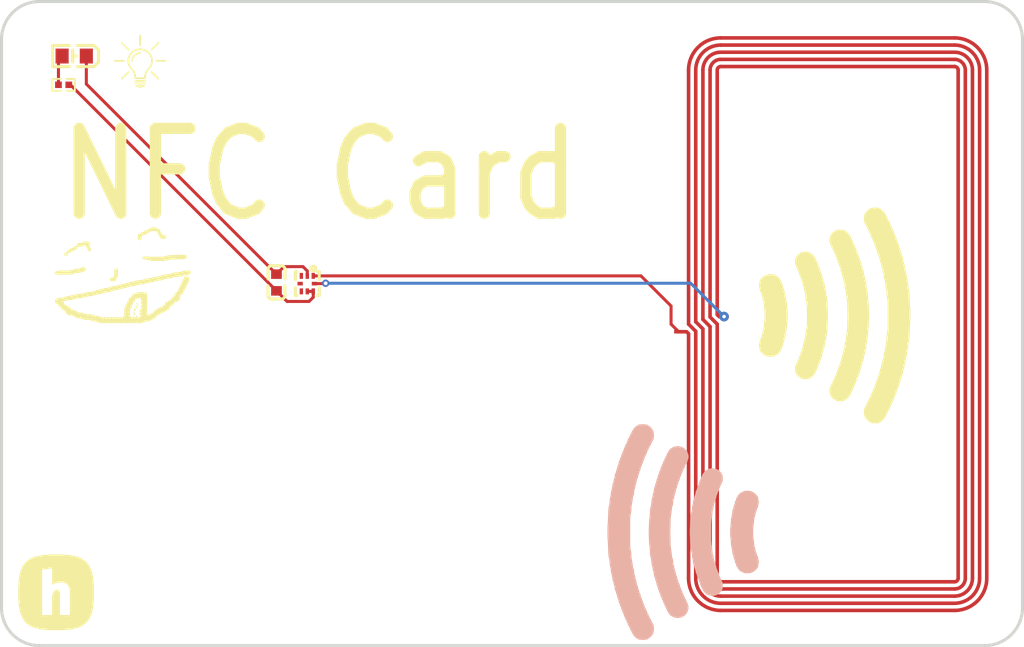
<source format=kicad_pcb>
(kicad_pcb (version 20241229) (generator "pcbnew") (generator_version "9.0")
  (layers (0 "F.Cu" signal "Top Layer") (2 "B.Cu" signal "Bottom Layer") (13 "F.Paste" user "Top Paste Mask Layer") (15 "B.Paste" user "Bottom Paste Mask Layer") (5 "F.SilkS" user "Top Silkscreen Layer") (7 "B.SilkS" user "Bottom Silkscreen Layer") (1 "F.Mask" user "Top Solder Mask Layer") (3 "B.Mask" user "Bottom Solder Mask Layer") (25 "Edge.Cuts" user "Multi-Layer"))
  (net 0 "")
  (net 1 "$1N518")
  (net 2 "$1N550")
  (net 3 "$1N545")
  (net 4 "$1N430")
  (net 5 "$1N435")
  (footprint "NFC Card3:25X48MM_NFC_ANTENNA" (layer "F.Cu") (at 179.215 100.607 90)
    (property "Reference" "U2" (hide yes))
    (property "Value" "")
  )
  (footprint "NFC Card3:XQFN-8_L1.6-W1.6-P0.50-BL_NT3H2111W0FHKH" (layer "F.Cu") (at 134.7485 97.208 180)
    (property "Reference" "U1" (hide yes))
    (property "Value" "")
  )
  (footprint "NFC Card3:C0603" (layer "F.Cu") (at 132.163 97.113 -90)
    (property "Reference" "C1" (hide yes))
    (property "Value" "")
  )
  (footprint "NFC Card3:LED-SMD_L2.0-W1.25-RD_RED" (layer "F.Cu") (at 115.207 78.128 180)
    (property "Reference" "LED1" (hide yes))
    (property "Value" "")
  )
  (footprint "NFC Card3:R0402" (layer "F.Cu") (at 114.318 80.541)
    (property "Reference" "R1" (hide yes))
    (property "Value" "")
  )
  (gr_poly (pts (xy 121.654117 79.391832) (xy 121.63224 79.406759) (xy 121.61959 79.419563) (xy 121.613124 79.434937) (xy 121.611935 79.442325) (xy 121.611063 79.449024) (xy 121.609889 79.461666) (xy 121.612164 79.474242) (xy 121.62086 79.490135) (xy 121.638948 79.51273) (xy 121.715192 79.591562) (xy 121.864669 79.737812) (xy 121.911348 79.783286) (xy 122.001407 79.871103) (xy 122.001407 79.871103) (xy 122.209444 80.072235) (xy 122.224202 80.084947) (xy 122.231831 80.089879) (xy 122.24125 80.090907) (xy 122.252365 80.092043) (xy 122.263017 80.091449) (xy 122.283043 80.085325) (xy 122.300443 80.072928) (xy 122.313768 80.054902) (xy 122.318359 80.044191) (xy 122.32132 80.032648) (xy 122.322508 80.020644) (xy 122.321851 80.008174) (xy 122.318329 79.992472) (xy 122.311972 79.98391) (xy 122.262455 79.930625) (xy 122.093533 79.759222) (xy 121.947994 79.614947) (xy 121.818407 79.488892) (xy 121.754874 79.428994) (xy 121.724631 79.403267) (xy 121.708144 79.391588) (xy 121.706913 79.390248) (xy 121.698372 79.385193) (xy 121.682012 79.383592) (xy 121.671279 79.38509) (xy 121.660907 79.388353)) (fill yes) (layer "F.SilkS"))
  (gr_poly (pts (xy 120.778801 77.485794) (xy 120.804269 77.488398) (xy 120.89313 77.499658) (xy 120.960024 77.508967) (xy 120.98451 77.515404) (xy 120.996087 77.519457) (xy 121.034966 77.528863) (xy 121.060568 77.535049) (xy 121.078587 77.542234) (xy 121.087353 77.546585) (xy 121.114564 77.555429) (xy 121.132897 77.56116) (xy 121.147842 77.568888) (xy 121.156009 77.573709) (xy 121.183548 77.584371) (xy 121.204569 77.591837) (xy 121.21089 77.595718) (xy 121.210996 77.595869) (xy 121.219774 77.602259) (xy 121.236253 77.611289) (xy 121.270699 77.628416) (xy 121.281763 77.633896) (xy 121.301334 77.645517) (xy 121.304608 77.649114) (xy 121.305128 77.650268) (xy 121.312046 77.655731) (xy 121.324485 77.662485) (xy 121.338815 77.670379) (xy 121.352637 77.680783) (xy 121.359238 77.686557) (xy 121.365768 77.689579) (xy 121.366866 77.689766) (xy 121.382227 77.700575) (xy 121.430255 77.742448) (xy 121.449393 77.759374) (xy 121.507065 77.815284) (xy 121.555547 77.86565) (xy 121.560759 77.871056) (xy 121.57416 77.888385) (xy 121.586662 77.906682) (xy 121.601818 77.925114) (xy 121.616996 77.945793) (xy 121.628304 77.965269) (xy 121.636718 77.979617) (xy 121.642515 77.986645) (xy 121.642865 77.986899) (xy 121.648662 77.995052) (xy 121.656096 78.009516) (xy 121.661621 78.020589) (xy 121.674534 78.041184) (xy 121.680717 78.050956) (xy 121.683798 78.060449) (xy 121.68456 78.064374) (xy 121.69504 78.084376) (xy 121.70205 78.096404) (xy 121.7115 78.119563) (xy 121.716111 78.132755) (xy 121.72535 78.150438) (xy 121.730235 78.159409) (xy 121.739111 78.186241) (xy 121.743289 78.201882) (xy 121.752602 78.226178) (xy 121.757296 78.238775) (xy 121.766004 78.279047) (xy 121.77071 78.305445) (xy 121.781204 78.345814) (xy 121.784751 78.361946) (xy 121.787644 78.386116) (xy 121.790971 78.438944) (xy 121.792531 78.501868) (xy 121.790859 78.618137) (xy 121.785992 78.68452) (xy 121.781114 78.710702) (xy 121.776534 78.726673) (xy 121.764385 78.782219) (xy 121.755834 78.819124) (xy 121.748105 78.840101) (xy 121.74177 78.855047) (xy 121.738662 78.869658) (xy 121.737178 78.878192) (xy 121.727419 78.901942) (xy 121.722139 78.912561) (xy 121.71069 78.941703) (xy 121.705173 78.956429) (xy 121.697289 78.969853) (xy 121.693948 78.974503) (xy 121.683798 78.996683) (xy 121.678393 79.009911) (xy 121.669857 79.023513) (xy 121.667226 79.026833) (xy 121.653938 79.051486) (xy 121.646044 79.067221) (xy 121.642875 79.070399) (xy 121.642775 79.070406) (xy 121.637978 79.075789) (xy 121.631273 79.088169) (xy 121.624358 79.10077) (xy 121.614184 79.113855) (xy 121.611169 79.116862) (xy 121.598084 79.135231) (xy 121.592567 79.143928) (xy 121.582615 79.154496) (xy 121.577243 79.159313) (xy 121.57416 79.165228) (xy 121.56903 79.17395) (xy 121.554802 79.1914) (xy 121.522288 79.227428) (xy 121.479902 79.271492) (xy 121.442602 79.310742) (xy 121.400393 79.360868) (xy 121.380518 79.39104) (xy 121.372991 79.402419) (xy 121.368826 79.405554) (xy 121.367835 79.405942) (xy 121.362147 79.412768) (xy 121.354975 79.425347) (xy 121.346769 79.439989) (xy 121.338876 79.450242) (xy 121.336364 79.453009) (xy 121.327093 79.471354) (xy 121.323983 79.47914) (xy 121.311174 79.502406) (xy 121.304749 79.513337) (xy 121.297593 79.531348) (xy 121.295137 79.539004) (xy 121.284192 79.559937) (xy 121.277165 79.57315) (xy 121.270701 79.593892) (xy 121.26708 79.608073) (xy 121.258739 79.627056) (xy 121.252902 79.641027) (xy 121.244798 79.676405) (xy 121.239813 79.703312) (xy 121.230587 79.736311) (xy 121.225663 79.753366) (xy 121.222425 79.778073) (xy 121.218175 79.884888) (xy 121.214937 80.009009) (xy 121.197129 80.026779) (xy 121.179362 80.041463) (xy 121.172036 80.044636) (xy 121.168365 80.045117) (xy 121.159894 80.049386) (xy 121.155017 80.050306) (xy 121.032372 80.053138) (xy 120.732496 80.053961) (xy 120.652021 80.053933) (xy 120.43775 80.053418) (xy 120.325775 80.050126) (xy 120.296743 80.04656) (xy 120.279598 80.041247) (xy 120.269779 80.033836) (xy 120.262723 80.023975) (xy 120.258419 80.017454) (xy 120.244748 79.99775) (xy 120.244568 79.921746) (xy 120.244518 79.911801) (xy 120.240757 79.80468) (xy 120.23426 79.743208) (xy 120.228289 79.71775) (xy 120.226588 79.71286) (xy 120.214258 79.662595) (xy 120.20577 79.629612) (xy 120.199508 79.61562) (xy 120.195244 79.607771) (xy 120.185747 79.579114) (xy 120.178618 79.556624) (xy 120.173695 79.548589) (xy 120.171031 79.545396) (xy 120.160024 79.521671) (xy 120.153788 79.506269) (xy 120.144284 79.489563) (xy 120.141814 79.486198) (xy 120.128365 79.461502) (xy 120.117032 79.441533) (xy 120.103451 79.421213) (xy 120.077728 79.383211) (xy 120.050476 79.346616) (xy 120.031765 79.323227) (xy 120.003127 79.291992) (xy 119.967731 79.256274) (xy 119.95512 79.243623) (xy 119.926674 79.212821) (xy 119.896858 79.177719) (xy 119.861235 79.133029) (xy 119.856205 79.123971) (xy 119.843973 79.106026) (xy 119.838839 79.099818) (xy 119.823528 79.07736) (xy 119.805838 79.044449) (xy 119.784972 79.009174) (xy 119.777036 78.995421) (xy 119.773909 78.985775) (xy 119.77307 78.981765) (xy 119.763026 78.963871) (xy 119.755827 78.951842) (xy 119.746657 78.928332) (xy 119.742357 78.914664) (xy 119.732986 78.893937) (xy 119.728891 78.885774) (xy 119.719495 78.856375) (xy 119.716307 78.843631) (xy 119.705374 78.812392) (xy 119.699825 78.796012) (xy 119.691793 78.756093) (xy 119.688554 78.735383) (xy 119.677942 78.688358) (xy 119.673135 78.665787) (xy 119.66946 78.635871) (xy 119.6664 78.590032) (xy 119.66523 78.542529) (xy 119.815277 78.542529) (xy 119.818616 78.635533) (xy 119.824911 78.691897) (xy 119.831471 78.718531) (xy 119.845592 78.771047) (xy 119.853429 78.800135) (xy 119.860972 78.818109) (xy 119.865544 78.827185) (xy 119.874373 78.853824) (xy 119.879664 78.871157) (xy 119.887594 78.887252) (xy 119.890454 78.891503) (xy 119.901265 78.914434) (xy 119.904843 78.923096) (xy 119.917994 78.945486) (xy 119.926187 78.958663) (xy 119.929326 78.968006) (xy 119.930241 78.972399) (xy 119.936522 78.981377) (xy 119.937805 78.982551) (xy 119.95496 79.007591) (xy 119.978524 79.044009) (xy 119.998949 79.070425) (xy 120.009823 79.084474) (xy 120.01614 79.092257) (xy 120.062349 79.14306) (xy 120.115753 79.198683) (xy 120.152144 79.240174) (xy 120.186557 79.28372) (xy 120.207422 79.312022) (xy 120.228199 79.345297) (xy 120.246547 79.374062) (xy 120.255078 79.386994) (xy 120.258239 79.39491) (xy 120.258536 79.396542) (xy 120.269212 79.41312) (xy 120.276171 79.423226) (xy 120.284772 79.442413) (xy 120.288463 79.452735) (xy 120.298533 79.471442) (xy 120.303555 79.479934) (xy 120.313013 79.50399) (xy 120.317014 79.516153) (xy 120.326774 79.537417) (xy 120.331013 79.546241) (xy 120.340535 79.577618) (xy 120.345207 79.595711) (xy 120.354566 79.620722) (xy 120.359956 79.636262) (xy 120.367967 79.678868) (xy 120.372578 79.708944) (xy 120.381638 79.749682) (xy 120.386905 79.774301) (xy 120.39333 79.83589) (xy 120.394424 79.85398) (xy 120.398529 79.88875) (xy 120.4012 79.897233) (xy 120.404663 79.902921) (xy 120.412757 79.912773) (xy 120.728539 79.914005) (xy 121.04432 79.915236) (xy 121.054933 79.904944) (xy 121.055311 79.904571) (xy 121.060727 79.897665) (xy 121.064208 79.888153) (xy 121.068334 79.849261) (xy 121.071821 79.813296) (xy 121.077958 79.77792) (xy 121.08038 79.767302) (xy 121.08956 79.705611) (xy 121.096474 79.662749) (xy 121.103501 79.639195) (xy 121.108752 79.625299) (xy 121.116992 79.592485) (xy 121.122605 79.570007) (xy 121.130393 79.551668) (xy 121.135263 79.542445) (xy 121.145054 79.51525) (xy 121.150844 79.498384) (xy 121.161423 79.477775) (xy 121.168904 79.464708) (xy 121.172036 79.454728) (xy 121.172625 79.451532) (xy 121.184088 79.429657) (xy 121.190524 79.419566) (xy 121.200727 79.398869) (xy 121.203793 79.391574) (xy 121.213319 79.376525) (xy 121.230587 79.349431) (xy 121.237893 79.336965) (xy 121.247136 79.325416) (xy 121.251302 79.32091) (xy 121.254331 79.313453) (xy 121.254824 79.310829) (xy 121.262336 79.299466) (xy 121.279425 79.279937) (xy 121.293068 79.262571) (xy 121.307486 79.244223) (xy 121.33142 79.215814) (xy 121.372873 79.17165) (xy 121.405432 79.138486) (xy 121.423358 79.11914) (xy 121.4687 79.065105) (xy 121.479273 79.049815) (xy 121.484013 79.042228) (xy 121.488267 79.039171) (xy 121.489422 79.038619) (xy 121.49467 79.031579) (xy 121.501039 79.019027) (xy 121.510379 79.002157) (xy 121.51399 78.99897) (xy 121.515141 78.998448) (xy 121.52079 78.990923) (xy 121.527751 78.97733) (xy 121.536341 78.960407) (xy 121.54349 78.9505) (xy 121.546165 78.947456) (xy 121.555902 78.926397) (xy 121.561575 78.912402) (xy 121.570023 78.898424) (xy 121.57453 78.891419) (xy 121.583604 78.867107) (xy 121.588272 78.8516) (xy 121.597185 78.831393) (xy 121.601259 78.822717) (xy 121.610946 78.788904) (xy 121.615577 78.769359) (xy 121.625426 78.740259) (xy 121.630984 78.722952) (xy 121.638468 78.675427) (xy 121.645123 78.615961) (xy 121.646766 78.602123) (xy 121.648118 78.56101) (xy 121.647074 78.50867) (xy 121.639997 78.402397) (xy 121.632165 78.342575) (xy 121.626596 78.321007) (xy 121.624824 78.316539) (xy 121.612565 78.272889) (xy 121.605453 78.247033) (xy 121.597635 78.228201) (xy 121.594301 78.221788) (xy 121.583784 78.192311) (xy 121.577816 78.174351) (xy 121.571822 78.163282) (xy 121.57066 78.161782) (xy 121.555902 78.130911) (xy 121.545382 78.108454) (xy 121.542321 78.105224) (xy 121.541741 78.105048) (xy 121.536882 78.098725) (xy 121.530809 78.086223) (xy 121.525114 78.073968) (xy 121.515699 78.059042) (xy 121.49888 78.03617) (xy 121.47786 78.004286) (xy 121.454449 77.973977) (xy 121.432504 77.948731) (xy 121.430595 77.946447) (xy 121.400939 77.914868) (xy 121.360892 77.876034) (xy 121.305163 77.826329) (xy 121.28698 77.812909) (xy 121.266024 77.797955) (xy 121.258982 77.792722) (xy 121.24201 77.783088) (xy 121.234629 77.778993) (xy 121.231487 77.77438) (xy 121.230325 77.772165) (xy 121.224189 77.767463) (xy 121.214578 77.76268) (xy 121.207677 77.759559) (xy 121.183818 77.745526) (xy 121.175536 77.74011) (xy 121.158994 77.732155) (xy 121.132102 77.718169) (xy 121.118188 77.710504) (xy 121.108178 77.707437) (xy 121.105402 77.70705) (xy 121.078498 77.696089) (xy 121.063665 77.689428) (xy 121.030919 77.678671) (xy 121.016351 77.674713) (xy 120.991435 77.665652) (xy 120.981544 77.662112) (xy 120.931984 77.651753) (xy 120.902646 77.646804) (xy 120.863719 77.638119) (xy 120.848725 77.63477) (xy 120.816789 77.631035) (xy 120.777133 77.628982) (xy 120.685513 77.629853) (xy 120.618074 77.635376) (xy 120.582655 77.641989) (xy 120.571514 77.644729) (xy 120.519337 77.653601) (xy 120.483591 77.660435) (xy 120.466811 77.666532) (xy 120.457086 77.671039) (xy 120.426518 77.680167) (xy 120.403259 77.687269) (xy 120.395129 77.69213) (xy 120.390893 77.695248) (xy 120.364549 77.705765) (xy 120.345602 77.71243) (xy 120.323356 77.723535) (xy 120.309463 77.731199) (xy 120.299342 77.734267) (xy 120.294238 77.735371) (xy 120.285131 77.741744) (xy 120.281368 77.744994) (xy 120.254821 77.759513) (xy 120.234095 77.770858) (xy 120.230807 77.774644) (xy 120.22974 77.776817) (xy 120.224081 77.78132) (xy 120.215158 77.785815) (xy 120.203508 77.791558) (xy 120.19654 77.796987) (xy 120.176753 77.812118) (xy 120.171951 77.815349) (xy 120.13574 77.845457) (xy 120.108938 77.868329) (xy 120.086311 77.889586) (xy 120.027811 77.951018) (xy 120.006856 77.975418) (xy 119.982861 78.007028) (xy 119.979513 78.013826) (xy 119.979259 78.015097) (xy 119.968091 78.029221) (xy 119.9598 78.038544) (xy 119.956668 78.045055) (xy 119.956386 78.046482) (xy 119.943177 78.066959) (xy 119.934526 78.078681) (xy 119.926718 78.092645) (xy 119.913137 78.116924) (xy 119.906675 78.127888) (xy 119.899466 78.14604) (xy 119.896907 78.153898) (xy 119.885435 78.175597) (xy 119.877599 78.189446) (xy 119.874463 78.200052) (xy 119.874215 78.202276) (xy 119.861331 78.238494) (xy 119.851839 78.264108) (xy 119.845232 78.29145) (xy 119.842191 78.307102) (xy 119.83318 78.33473) (xy 119.826803 78.356848) (xy 119.821752 78.390678) (xy 119.818134 78.433085) (xy 119.815817 78.486338) (xy 119.815277 78.542529) (xy 119.66523 78.542529) (xy 119.665151 78.53931) (xy 119.667495 78.446975) (xy 119.673352 78.38893) (xy 119.679651 78.36156) (xy 119.681862 78.354255) (xy 119.691703 78.301478) (xy 119.699018 78.263112) (xy 119.705374 78.243684) (xy 119.708842 78.235873) (xy 119.719045 78.201284) (xy 119.724916 78.179769) (xy 119.732806 78.161082) (xy 119.73552 78.156032) (xy 119.748456 78.121938) (xy 119.756938 78.099482) (xy 119.759698 78.096252) (xy 119.760708 78.09572) (xy 119.766285 78.087091) (xy 119.773369 78.071269) (xy 119.781411 78.053172) (xy 119.792257 78.034851) (xy 119.798237 78.026084) (xy 119.801341 78.018049) (xy 119.801685 78.016419) (xy 119.815102 77.995705) (xy 119.825595 77.980863) (xy 119.828773 77.973713) (xy 119.83438 77.962795) (xy 119.847663 77.943054) (xy 119.871585 77.912224) (xy 119.883996 77.894367) (xy 119.900725 77.872815) (xy 119.955949 77.815196) (xy 119.977978 77.792643) (xy 120.042223 77.733232) (xy 120.097694 77.689826) (xy 120.140057 77.663189) (xy 120.153266 77.654378) (xy 120.159125 77.647883) (xy 120.162078 77.644334) (xy 120.174505 77.63847) (xy 120.181733 77.63593) (xy 120.201936 77.624484) (xy 120.22739 77.609617) (xy 120.255811 77.593959) (xy 120.271838 77.585441) (xy 120.283423 77.582347) (xy 120.290745 77.580846) (xy 120.310405 77.571088) (xy 120.323876 77.563834) (xy 120.34728 77.555517) (xy 120.359975 77.551946) (xy 120.382357 77.54241) (xy 120.395384 77.536964) (xy 120.428587 77.528863) (xy 120.449242 77.524784) (xy 120.482371 77.515228) (xy 120.502239 77.509805) (xy 120.567995 77.499746) (xy 120.619948 77.493345) (xy 120.644354 77.488926) (xy 120.667178 77.486192) (xy 120.705784 77.484801)) (fill yes) (layer "F.SilkS"))
  (gr_poly (pts (xy 118.613426 95.94691) (xy 118.594706 95.964332) (xy 118.586 96.007886) (xy 118.577293 96.051294) (xy 118.563072 96.115319) (xy 118.548851 96.179343) (xy 118.548851 96.195748) (xy 118.548851 96.212008) (xy 118.56046 96.2695) (xy 118.572214 96.326991) (xy 118.560605 96.384627) (xy 118.549141 96.442119) (xy 118.550883 96.533146) (xy 118.552624 96.624174) (xy 118.531293 96.64116) (xy 118.510106 96.658146) (xy 118.457576 96.67368) (xy 118.405191 96.689215) (xy 118.331474 96.704604) (xy 118.257757 96.719993) (xy 118.236281 96.732333) (xy 118.214949 96.744528) (xy 118.200438 96.772548) (xy 118.185928 96.800422) (xy 118.182155 96.84659) (xy 118.178527 96.892902) (xy 118.194199 96.923535) (xy 118.209871 96.954313) (xy 118.224091 96.961863) (xy 118.238312 96.969557) (xy 118.292294 96.980881) (xy 118.34613 96.992205) (xy 118.388648 97.007739) (xy 118.431311 97.023274) (xy 118.477166 97.018773) (xy 118.523021 97.014127) (xy 118.594561 96.996706) (xy 118.665956 96.979139) (xy 118.684385 96.967089) (xy 118.702814 96.954894) (xy 118.713843 96.916131) (xy 118.724871 96.877368) (xy 118.733578 96.833523) (xy 118.742285 96.789679) (xy 118.761875 96.770806) (xy 118.781465 96.751932) (xy 118.809326 96.729865) (xy 118.837188 96.707653) (xy 118.8472 96.678181) (xy 118.857068 96.64871) (xy 118.865775 96.563924) (xy 118.874481 96.478994) (xy 118.867081 96.423681) (xy 118.859535 96.368367) (xy 118.863163 96.331492) (xy 118.86679 96.294616) (xy 118.878254 96.249029) (xy 118.889863 96.203588) (xy 118.873611 96.131143) (xy 118.857213 96.058699) (xy 118.846185 96.018048) (xy 118.835011 95.977543) (xy 118.822822 95.963606) (xy 118.810632 95.949668) (xy 118.786834 95.939651) (xy 118.763181 95.929634) (xy 118.69759 95.929634) (xy 118.632145 95.929634)) (fill yes) (layer "F.SilkS"))
  (gr_poly (pts (xy 121.748125 92.492356) (xy 121.678181 92.505713) (xy 121.656705 92.511375) (xy 121.635228 92.517037) (xy 121.58502 92.563204) (xy 121.534811 92.609371) (xy 121.48112 92.617937) (xy 121.427574 92.626648) (xy 121.402614 92.634342) (xy 121.377655 92.642037) (xy 121.323238 92.695898) (xy 121.268967 92.74976) (xy 121.248651 92.753535) (xy 121.228481 92.757455) (xy 121.169565 92.762391) (xy 121.110505 92.767182) (xy 121.091205 92.777199) (xy 121.071905 92.787216) (xy 121.048397 92.823802) (xy 121.024889 92.860387) (xy 121.014876 92.868808) (xy 121.004864 92.877083) (xy 120.934049 92.89131) (xy 120.863235 92.905538) (xy 120.842049 92.916572) (xy 120.820862 92.92746) (xy 120.798805 92.96332) (xy 120.776748 92.999179) (xy 120.749322 93.012245) (xy 120.722041 93.025166) (xy 120.660514 93.034313) (xy 120.599132 93.043459) (xy 120.588394 93.052315) (xy 120.577655 93.061171) (xy 120.561693 93.098192) (xy 120.545731 93.135358) (xy 120.531655 93.231757) (xy 120.517434 93.328157) (xy 120.525705 93.384341) (xy 120.533832 93.440526) (xy 120.547908 93.478708) (xy 120.562128 93.517036) (xy 120.587088 93.538958) (xy 120.612047 93.56088) (xy 120.652968 93.570171) (xy 120.694035 93.579318) (xy 120.721606 93.570897) (xy 120.749322 93.562477) (xy 120.772976 93.547814) (xy 120.796484 93.533296) (xy 120.808238 93.510648) (xy 120.819992 93.487854) (xy 120.83726 93.412651) (xy 120.854528 93.337303) (xy 120.867153 93.285619) (xy 120.879778 93.233935) (xy 120.886888 93.214626) (xy 120.893999 93.195317) (xy 120.912718 93.186897) (xy 120.931292 93.178331) (xy 120.987741 93.170636) (xy 121.044189 93.162797) (xy 121.06465 93.154957) (xy 121.085256 93.147117) (xy 121.112682 93.116194) (xy 121.139963 93.085271) (xy 121.158392 93.073511) (xy 121.176821 93.061752) (xy 121.223837 93.053331) (xy 121.270853 93.044911) (xy 121.309888 93.027634) (xy 121.349068 93.010358) (xy 121.380848 92.981177) (xy 121.412772 92.952141) (xy 121.428735 92.94372) (xy 121.444842 92.935445) (xy 121.484022 92.927025) (xy 121.523347 92.918749) (xy 121.556578 92.901618) (xy 121.589663 92.884632) (xy 121.630004 92.851096) (xy 121.6702 92.817704) (xy 121.707494 92.809284) (xy 121.744787 92.801009) (xy 121.892656 92.803622) (xy 122.04038 92.806235) (xy 122.070708 92.82627) (xy 122.100891 92.846159) (xy 122.121207 92.872873) (xy 122.141522 92.899586) (xy 122.18433 92.932541) (xy 122.227283 92.965642) (xy 122.234974 92.98016) (xy 122.24281 92.994533) (xy 122.24934 93.052605) (xy 122.256015 93.110677) (xy 122.272268 93.14523) (xy 122.28852 93.179783) (xy 122.319864 93.203302) (xy 122.351063 93.226676) (xy 122.359335 93.239597) (xy 122.367751 93.252663) (xy 122.378199 93.307396) (xy 122.388647 93.361984) (xy 122.400256 93.384632) (xy 122.41201 93.407134) (xy 122.429279 93.418459) (xy 122.446547 93.429928) (xy 122.5088 93.436896) (xy 122.570907 93.44401) (xy 122.60733 93.455044) (xy 122.643899 93.466223) (xy 122.674372 93.466223) (xy 122.704845 93.466368) (xy 122.777546 93.44764) (xy 122.850247 93.428911) (xy 122.868676 93.415555) (xy 122.887105 93.402198) (xy 122.903068 93.374179) (xy 122.918885 93.346014) (xy 122.923528 93.315816) (xy 122.928027 93.285619) (xy 122.920336 93.245114) (xy 122.912645 93.204463) (xy 122.895087 93.187042) (xy 122.877673 93.16962) (xy 122.816001 93.163377) (xy 122.754474 93.157135) (xy 122.676984 93.130276) (xy 122.59964 93.103273) (xy 122.58034 93.083093) (xy 122.561185 93.062768) (xy 122.545513 93.011374) (xy 122.529841 92.959835) (xy 122.508074 92.932396) (xy 122.486307 92.904957) (xy 122.467733 92.890294) (xy 122.449014 92.875631) (xy 122.433632 92.853999) (xy 122.41825 92.832367) (xy 122.406786 92.771392) (xy 122.395322 92.710416) (xy 122.385165 92.690672) (xy 122.375007 92.670927) (xy 122.354401 92.656264) (xy 122.33394 92.641746) (xy 122.297227 92.636229) (xy 122.260514 92.630858) (xy 122.231056 92.620695) (xy 122.201599 92.610533) (xy 122.15734 92.563494) (xy 122.113081 92.516311) (xy 122.068822 92.51123) (xy 122.024563 92.506148) (xy 121.973048 92.494824) (xy 121.921388 92.483645) (xy 121.869874 92.481322) (xy 121.818214 92.479)) (fill yes) (layer "F.SilkS"))
  (gr_poly (pts (xy 120.289808 80.136122) (xy 120.277069 80.146571) (xy 120.258679 80.170293) (xy 120.250383 80.184911) (xy 120.245403 80.197766) (xy 120.244568 80.203505) (xy 120.247921 80.217333) (xy 120.260228 80.237613) (xy 120.270309 80.24918) (xy 120.281877 80.259702) (xy 120.289269 80.26517) (xy 120.306717 80.277045) (xy 120.731507 80.277045) (xy 121.090887 80.275858) (xy 121.149596 80.273631) (xy 121.161823 80.271893) (xy 121.167629 80.269656) (xy 121.183585 80.258184) (xy 121.196429 80.246614) (xy 121.205139 80.236365) (xy 121.211456 80.226017) (xy 121.215107 80.216573) (xy 121.216807 80.207031) (xy 121.21461 80.188406) (xy 121.204802 80.168692) (xy 121.189934 80.150988) (xy 121.170956 80.131812) (xy 120.736274 80.130756) (xy 120.378704 80.13113) (xy 120.312025 80.132908)) (fill yes) (layer "F.SilkS"))
  (gr_poly (pts (xy 122.052644 78.46369) (xy 122.034897 78.470705) (xy 122.018979 78.484159) (xy 122.006707 78.503365) (xy 122.00278 78.514327) (xy 122.000711 78.525499) (xy 122.000606 78.535991) (xy 122.002453 78.546021) (xy 122.005892 78.554385) (xy 122.011111 78.561886) (xy 122.011721 78.562565) (xy 122.023234 78.579718) (xy 122.028774 78.585463) (xy 122.04338 78.591946) (xy 122.061372 78.593389) (xy 122.185914 78.595769) (xy 122.563755 78.59649) (xy 122.789615 78.594755) (xy 122.914998 78.591475) (xy 122.921381 78.590626) (xy 122.935091 78.58226) (xy 122.945864 78.567768) (xy 122.952798 78.546915) (xy 122.953999 78.521373) (xy 122.95198 78.508439) (xy 122.948178 78.496245) (xy 122.943097 78.48608) (xy 122.936503 78.477342) (xy 122.929514 78.47118) (xy 122.921376 78.466651) (xy 122.921021 78.466505) (xy 122.908615 78.465134) (xy 122.812379 78.46228) (xy 122.488785 78.459409) (xy 122.252464 78.459554) (xy 122.087029 78.461689)) (fill yes) (layer "F.SilkS"))
  (gr_poly (pts (xy 115.931911 95.825685) (xy 115.906081 95.831492) (xy 115.83367 95.858931) (xy 115.76126 95.88637) (xy 115.675208 95.911922) (xy 115.589157 95.937473) (xy 115.504412 95.945168) (xy 115.419667 95.952862) (xy 115.34595 95.96288) (xy 115.272234 95.972897) (xy 115.175444 96.002659) (xy 115.0788 96.032421) (xy 115.042232 96.050859) (xy 115.005809 96.069152) (xy 114.932528 96.080185) (xy 114.859391 96.091219) (xy 114.697157 96.10022) (xy 114.535067 96.109076) (xy 114.2328 96.114302) (xy 113.930533 96.119384) (xy 113.871037 96.130563) (xy 113.811396 96.141887) (xy 113.754512 96.157566) (xy 113.697483 96.173245) (xy 113.662366 96.190957) (xy 113.627395 96.208669) (xy 113.600549 96.238286) (xy 113.573848 96.267903) (xy 113.564997 96.297665) (xy 113.556 96.327426) (xy 113.573703 96.361689) (xy 113.591407 96.395951) (xy 113.64089 96.421939) (xy 113.690228 96.447781) (xy 113.898898 96.452281) (xy 114.107423 96.456927) (xy 114.504158 96.455475) (xy 114.900748 96.454169) (xy 114.956036 96.445748) (xy 115.011178 96.437328) (xy 115.060516 96.420051) (xy 115.109999 96.40263) (xy 115.205773 96.368512) (xy 115.301691 96.334395) (xy 115.375408 96.324087) (xy 115.449125 96.313925) (xy 115.544898 96.305795) (xy 115.640817 96.297519) (xy 115.707133 96.283437) (xy 115.773449 96.269355) (xy 115.827866 96.250772) (xy 115.882137 96.232188) (xy 115.938441 96.216509) (xy 115.994599 96.200684) (xy 116.042776 96.176585) (xy 116.090808 96.15234) (xy 116.121572 96.122433) (xy 116.152335 96.092671) (xy 116.160897 96.060876) (xy 116.169458 96.029227) (xy 116.16554 95.991335) (xy 116.161767 95.953588) (xy 116.146676 95.924117) (xy 116.131584 95.894645) (xy 116.108221 95.874901) (xy 116.084713 95.855156) (xy 116.057287 95.841074) (xy 116.029861 95.827137) (xy 115.993873 95.823507) (xy 115.957741 95.820023)) (fill yes) (layer "F.SilkS"))
  (gr_poly (pts (xy 120.193255 99.556227) (xy 120.19282 99.565228) (xy 120.174681 99.569728) (xy 120.156687 99.574374) (xy 120.150012 99.593973) (xy 120.143482 99.613428) (xy 120.149722 99.631865) (xy 120.156106 99.650303) (xy 120.178163 99.662934) (xy 120.20022 99.675565) (xy 120.208201 99.69618) (xy 120.216037 99.716796) (xy 120.210959 99.773851) (xy 120.206025 99.831052) (xy 120.198189 99.831052) (xy 120.190353 99.831052) (xy 120.1934 99.834246) (xy 120.196593 99.83744) (xy 120.25188 99.826987) (xy 120.307022 99.816534) (xy 120.323565 99.807823) (xy 120.340253 99.799113) (xy 120.340253 99.782707) (xy 120.340253 99.766447) (xy 120.32966 99.741621) (xy 120.319067 99.716796) (xy 120.293092 99.69647) (xy 120.267262 99.676145) (xy 120.260006 99.676145) (xy 120.252751 99.676145) (xy 120.237514 99.654804) (xy 120.222277 99.633317) (xy 120.221697 99.61967) (xy 120.221116 99.606169) (xy 120.207476 99.576552) (xy 120.193835 99.54708)) (fill yes) (layer "F.SilkS"))
  (gr_poly (pts (xy 179.204303 92.700581) (xy 179.054847 92.725922) (xy 179.01957 92.75396) (xy 178.984292 92.782267) (xy 178.922625 92.819471) (xy 178.861227 92.856674) (xy 178.789596 92.91895) (xy 178.717964 92.980956) (xy 178.717695 92.99821) (xy 178.717426 93.015194) (xy 178.671646 93.066686) (xy 178.625598 93.117908) (xy 178.611864 93.145406) (xy 178.59813 93.172905) (xy 178.580626 93.248121) (xy 178.563392 93.323337) (xy 178.537809 93.374289) (xy 178.512227 93.424973) (xy 178.512227 93.549254) (xy 178.512227 93.673536) (xy 178.534039 93.724488) (xy 178.555852 93.775441) (xy 178.586551 93.878155) (xy 178.61725 93.98087) (xy 178.653873 94.034249) (xy 178.690497 94.087897) (xy 178.699114 94.142355) (xy 178.708001 94.196812) (xy 178.747317 94.241564) (xy 178.786633 94.286317) (xy 178.811677 94.359645) (xy 178.836721 94.432705) (xy 178.871729 94.484197) (xy 178.906737 94.535958) (xy 178.915893 94.590146) (xy 178.925049 94.644603) (xy 178.960056 94.696095) (xy 178.995064 94.747857) (xy 179.026302 94.848145) (xy 179.05727 94.948163) (xy 179.091201 94.998577) (xy 179.125401 95.04899) (xy 179.14075 95.124476) (xy 179.156369 95.199692) (xy 179.190569 95.249027) (xy 179.224499 95.298362) (xy 179.239041 95.385979) (xy 179.253583 95.473597) (xy 179.259238 95.503252) (xy 179.264624 95.533176) (xy 179.298285 95.573076) (xy 179.332216 95.613245) (xy 179.346488 95.677947) (xy 179.36103 95.742649) (xy 179.406809 95.861538) (xy 179.452858 95.980428) (xy 179.470092 96.076133) (xy 179.487327 96.172107) (xy 179.520988 96.239505) (xy 179.554919 96.306634) (xy 179.581309 96.456526) (xy 179.6077 96.606418) (xy 179.635167 96.660067) (xy 179.662365 96.713985) (xy 179.689564 96.863878) (xy 179.716493 97.01404) (xy 179.744768 97.085751) (xy 179.773044 97.157463) (xy 179.793779 97.37691) (xy 179.814514 97.596357) (xy 179.848445 97.677504) (xy 179.882645 97.758381) (xy 179.902034 97.944399) (xy 179.921423 98.130417) (xy 179.935426 98.240141) (xy 179.949698 98.349595) (xy 179.963163 98.418341) (xy 179.976627 98.487087) (xy 179.989822 98.596271) (xy 180.003018 98.705725) (xy 180.016752 99.291277) (xy 180.030216 99.87656) (xy 180.017021 100.462112) (xy 180.003556 101.047664) (xy 179.984167 101.184617) (xy 179.964509 101.321569) (xy 179.942966 101.472001) (xy 179.921153 101.622703) (xy 179.902034 101.808721) (xy 179.882645 101.994739) (xy 179.848445 102.075886) (xy 179.814514 102.157032) (xy 179.793779 102.37621) (xy 179.773044 102.595657) (xy 179.744768 102.667369) (xy 179.716493 102.73935) (xy 179.689564 102.889242) (xy 179.662365 103.039405) (xy 179.635167 103.093053) (xy 179.6077 103.146972) (xy 179.581309 103.296595) (xy 179.554919 103.446488) (xy 179.520988 103.513885) (xy 179.487327 103.581283) (xy 179.470092 103.676988) (xy 179.452858 103.772963) (xy 179.406809 103.891583) (xy 179.36103 104.010472) (xy 179.346488 104.075174) (xy 179.332216 104.139876) (xy 179.298285 104.180045) (xy 179.264624 104.220214) (xy 179.259238 104.249869) (xy 179.253583 104.279525) (xy 179.239041 104.367142) (xy 179.224499 104.454759) (xy 179.190569 104.504094) (xy 179.156369 104.553429) (xy 179.14075 104.628915) (xy 179.125401 104.704131) (xy 179.091201 104.754544) (xy 179.05727 104.804958) (xy 179.026302 104.905246) (xy 178.995064 105.005534) (xy 178.960056 105.057026) (xy 178.925049 105.108518) (xy 178.915893 105.162975) (xy 178.906737 105.217433) (xy 178.871729 105.268924) (xy 178.836721 105.320416) (xy 178.811677 105.393745) (xy 178.786633 105.466804) (xy 178.747317 105.511557) (xy 178.708001 105.556309) (xy 178.699114 105.610766) (xy 178.690497 105.665224) (xy 178.653873 105.718872) (xy 178.61725 105.772521) (xy 178.586551 105.875235) (xy 178.555852 105.977949) (xy 178.534039 106.028633) (xy 178.512227 106.079585) (xy 178.512227 106.203867) (xy 178.512227 106.328149) (xy 178.537809 106.379101) (xy 178.563392 106.429784) (xy 178.580626 106.505) (xy 178.59813 106.580486) (xy 178.615365 106.614724) (xy 178.632599 106.648962) (xy 178.659528 106.673225) (xy 178.686457 106.697758) (xy 178.710963 106.751946) (xy 178.735468 106.806403) (xy 178.747048 106.806403) (xy 178.758627 106.806403) (xy 178.809792 106.852504) (xy 178.861227 106.898604) (xy 178.933666 106.935268) (xy 179.006105 106.971932) (xy 179.013376 106.990534) (xy 179.020377 107.009406) (xy 179.057001 107.023424) (xy 179.093624 107.037443) (xy 179.255468 107.060628) (xy 179.417311 107.084082) (xy 179.535799 107.067637) (xy 179.654556 107.050923) (xy 179.718916 107.037174) (xy 179.783277 107.023424) (xy 179.832557 106.984334) (xy 179.881837 106.945243) (xy 179.91873 106.936886) (xy 179.955623 106.928528) (xy 180.027792 106.857087) (xy 180.099693 106.785914) (xy 180.152205 106.724178) (xy 180.204716 106.662711) (xy 180.213064 106.627125) (xy 180.221681 106.591809) (xy 180.262344 106.540586) (xy 180.303007 106.489364) (xy 180.325358 106.412261) (xy 180.347979 106.334888) (xy 180.380832 106.295798) (xy 180.413955 106.256437) (xy 180.413955 106.237566) (xy 180.413955 106.218694) (xy 180.466466 106.118946) (xy 180.518978 106.018927) (xy 180.542406 105.947755) (xy 180.566104 105.876583) (xy 180.590878 105.844771) (xy 180.615922 105.813229) (xy 180.644467 105.72049) (xy 180.673281 105.62775) (xy 180.706135 105.570058) (xy 180.739257 105.512096) (xy 180.76107 105.435801) (xy 180.782613 105.359238) (xy 180.817082 105.322304) (xy 180.851282 105.2851) (xy 180.857476 105.254906) (xy 180.86367 105.224711) (xy 180.872018 105.16001) (xy 180.880366 105.095577) (xy 180.921298 105.018744) (xy 180.96223 104.94191) (xy 180.977579 104.866425) (xy 180.99266 104.79067) (xy 181.023359 104.745648) (xy 181.053788 104.700626) (xy 181.084488 104.565561) (xy 181.115187 104.430496) (xy 181.153157 104.35501) (xy 181.190857 104.279525) (xy 181.200552 104.204309) (xy 181.210246 104.129093) (xy 181.249293 104.026378) (xy 181.28861 103.923664) (xy 181.309076 103.812053) (xy 181.329272 103.700442) (xy 181.364011 103.64922) (xy 181.398749 103.597998) (xy 181.398749 103.581822) (xy 181.398749 103.565647) (xy 181.419485 103.409014) (xy 181.439951 103.252382) (xy 181.473881 103.149668) (xy 181.507812 103.046953) (xy 181.528817 102.904339) (xy 181.550091 102.761726) (xy 181.576212 102.702416) (xy 181.602602 102.643106) (xy 181.623876 102.447921) (xy 181.64515 102.252737) (xy 181.65269 102.182913) (xy 181.66023 102.113089) (xy 181.693892 101.991234) (xy 181.727822 101.869379) (xy 181.741017 101.650201) (xy 181.754213 101.431023) (xy 181.761483 101.355807) (xy 181.768754 101.280322) (xy 181.794875 101.033915) (xy 181.820997 100.787239) (xy 181.837693 100.3319) (xy 181.854658 99.87656) (xy 181.837693 99.42122) (xy 181.820997 98.965881) (xy 181.794875 98.719474) (xy 181.768754 98.472798) (xy 181.761483 98.397582) (xy 181.754213 98.322097) (xy 181.741017 98.103189) (xy 181.727822 97.884011) (xy 181.693353 97.760808) (xy 181.659153 97.637335) (xy 181.64515 97.493643) (xy 181.631147 97.349951) (xy 181.616336 97.228635) (xy 181.601256 97.107588) (xy 181.575673 97.049626) (xy 181.550091 96.991394) (xy 181.528817 96.848781) (xy 181.507812 96.706167) (xy 181.473881 96.603453) (xy 181.439951 96.500739) (xy 181.419485 96.344107) (xy 181.398749 96.187474) (xy 181.398749 96.171299) (xy 181.398749 96.155393) (xy 181.364011 96.10417) (xy 181.329272 96.052679) (xy 181.309076 95.941337) (xy 181.28861 95.829727) (xy 181.249293 95.727012) (xy 181.210246 95.624298) (xy 181.200552 95.548812) (xy 181.190857 95.473597) (xy 181.153157 95.398111) (xy 181.115187 95.322625) (xy 181.084488 95.18756) (xy 181.053788 95.052765) (xy 181.023359 95.007743) (xy 180.99266 94.962451) (xy 180.977579 94.886966) (xy 180.96223 94.811211) (xy 180.921298 94.734647) (xy 180.880366 94.657813) (xy 180.872018 94.593111) (xy 180.86367 94.528679) (xy 180.857476 94.498485) (xy 180.851282 94.468291) (xy 180.817082 94.431087) (xy 180.782613 94.393884) (xy 180.76107 94.317589) (xy 180.739257 94.241025) (xy 180.706135 94.183333) (xy 180.673281 94.12564) (xy 180.644467 94.032631) (xy 180.615922 93.939892) (xy 180.585223 93.903497) (xy 180.554524 93.866833) (xy 180.538905 93.804557) (xy 180.523287 93.742281) (xy 180.468621 93.638219) (xy 180.413955 93.534427) (xy 180.413955 93.515555) (xy 180.413955 93.496684) (xy 180.380832 93.457593) (xy 180.347979 93.418233) (xy 180.325358 93.34113) (xy 180.303007 93.264027) (xy 180.262344 93.212535) (xy 180.221681 93.161312) (xy 180.213064 93.125996) (xy 180.204716 93.090679) (xy 180.151666 93.028943) (xy 180.098885 92.967476) (xy 180.078688 92.946718) (xy 180.058761 92.926229) (xy 180.007057 92.876624) (xy 179.955623 92.827019) (xy 179.905804 92.811113) (xy 179.856254 92.795207) (xy 179.832557 92.768787) (xy 179.80859 92.742367) (xy 179.765773 92.728618) (xy 179.722956 92.7146) (xy 179.593158 92.693841) (xy 179.463091 92.673082) (xy 179.408425 92.674161) (xy 179.353759 92.675509)) (fill yes) (layer "F.SilkS"))
  (gr_poly (pts (xy 120.284502 80.363077) (xy 120.267582 80.37859) (xy 120.255535 80.392764) (xy 120.249799 80.402473) (xy 120.246489 80.411982) (xy 120.245547 80.420343) (xy 120.246412 80.428853) (xy 120.253795 80.447523) (xy 120.262646 80.461073) (xy 120.267378 80.467909) (xy 120.274958 80.4779) (xy 120.286049 80.485206) (xy 120.306226 80.490224) (xy 120.341069 80.493353) (xy 120.477052 80.495537) (xy 120.738612 80.49494) (xy 121.170956 80.493709) (xy 121.189934 80.474532) (xy 121.200699 80.462423) (xy 121.208744 80.450514) (xy 121.213598 80.440116) (xy 121.216312 80.429854) (xy 121.216915 80.420459) (xy 121.215679 80.411166) (xy 121.207737 80.392944) (xy 121.191269 80.373902) (xy 121.167629 80.355864) (xy 121.162111 80.353704) (xy 121.150779 80.352009) (xy 121.082707 80.349551) (xy 120.728988 80.348563) (xy 120.301681 80.348651)) (fill yes) (layer "F.SilkS"))
  (gr_poly (pts (xy 119.186688 76.969216) (xy 119.175157 76.974051) (xy 119.165236 76.980188) (xy 119.15737 76.987148) (xy 119.150947 76.995235) (xy 119.142509 77.014525) (xy 119.139811 77.039162) (xy 119.141448 77.057799) (xy 119.143264 77.065189) (xy 119.148474 77.07455) (xy 119.181631 77.11221) (xy 119.301128 77.231371) (xy 119.437621 77.365068) (xy 119.663792 77.584397) (xy 119.718504 77.635018) (xy 119.748034 77.65915) (xy 119.756461 77.664245) (xy 119.782184 77.676824) (xy 119.812044 77.661958) (xy 119.82892 77.653164) (xy 119.838453 77.646102) (xy 119.84355 77.637687) (xy 119.847121 77.624835) (xy 119.849377 77.615956) (xy 119.852483 77.601948) (xy 119.851841 77.588507) (xy 119.844719 77.572354) (xy 119.828389 77.550209) (xy 119.800118 77.518795) (xy 119.757177 77.474831) (xy 119.616359 77.336138) (xy 119.563808 77.284666) (xy 119.25882 76.989185) (xy 119.246485 76.979984) (xy 119.2342 76.973106) (xy 119.222956 76.968833) (xy 119.211861 76.966568) (xy 119.201596 76.966283) (xy 119.19155 76.9678)) (fill yes) (layer "F.SilkS"))
  (gr_poly (pts (xy 120.703265 76.353006) (xy 120.692635 76.360951) (xy 120.671358 76.38526) (xy 120.660993 76.401212) (xy 120.659606 76.411104) (xy 120.657017 76.487319) (xy 120.655109 76.751292) (xy 120.655888 76.970576) (xy 120.658352 77.150433) (xy 120.660274 77.20988) (xy 120.662612 77.235053) (xy 120.676089 77.260408) (xy 120.682062 77.268176) (xy 120.688369 77.273522) (xy 120.703259 77.279228) (xy 120.707582 77.280092) (xy 120.734653 77.28184) (xy 120.751021 77.28054) (xy 120.764679 77.277738) (xy 120.774588 77.272615) (xy 120.790831 77.252864) (xy 120.791587 77.251943) (xy 120.804269 77.236548) (xy 120.804269 76.815097) (xy 120.804269 76.393647) (xy 120.791497 76.381331) (xy 120.773059 76.360923) (xy 120.765827 76.35622) (xy 120.745308 76.351337) (xy 120.729205 76.35) (xy 120.714177 76.350519)) (fill yes) (layer "F.SilkS"))
  (gr_poly (pts (xy 176.323435 94.550786) (xy 176.193637 94.577206) (xy 176.145703 94.602278) (xy 176.09777 94.627619) (xy 176.024253 94.666979) (xy 175.950737 94.706609) (xy 175.850831 94.816603) (xy 175.750924 94.926596) (xy 175.741499 94.967304) (xy 175.732073 95.008012) (xy 175.689256 95.075949) (xy 175.646439 95.144156) (xy 175.642131 95.360638) (xy 175.637553 95.57712) (xy 175.659904 95.644248) (xy 175.681986 95.711106) (xy 175.701105 95.727012) (xy 175.720225 95.742918) (xy 175.742576 95.82056) (xy 175.764658 95.898203) (xy 175.79778 95.949156) (xy 175.831172 96.000378) (xy 175.864295 96.088534) (xy 175.897418 96.176691) (xy 175.918153 96.208772) (xy 175.938888 96.240584) (xy 175.967703 96.34869) (xy 175.996517 96.456796) (xy 176.02183 96.489416) (xy 176.047412 96.521767) (xy 176.077304 96.620706) (xy 176.107195 96.719916) (xy 176.13924 96.79001) (xy 176.171286 96.860373) (xy 176.18475 96.959313) (xy 176.198484 97.057983) (xy 176.232953 97.108127) (xy 176.267692 97.158002) (xy 176.288966 97.281475) (xy 176.31024 97.404678) (xy 176.318049 97.431906) (xy 176.326128 97.459405) (xy 176.357635 97.54163) (xy 176.389142 97.623855) (xy 176.40503 97.74598) (xy 176.420918 97.868105) (xy 176.452964 97.944669) (xy 176.485278 98.020963) (xy 176.500628 98.212643) (xy 176.516247 98.404322) (xy 176.529442 98.514855) (xy 176.542637 98.625387) (xy 176.570913 98.705725) (xy 176.599188 98.785794) (xy 176.614538 98.99904) (xy 176.630157 99.212287) (xy 176.630157 99.883569) (xy 176.630426 100.554582) (xy 176.613191 100.765672) (xy 176.595688 100.976762) (xy 176.569297 101.052248) (xy 176.542637 101.127733) (xy 176.529442 101.238265) (xy 176.516247 101.348798) (xy 176.500628 101.540477) (xy 176.485278 101.732426) (xy 176.452964 101.808721) (xy 176.420918 101.885015) (xy 176.40503 102.00714) (xy 176.389142 102.129534) (xy 176.357635 102.21176) (xy 176.326128 102.293715) (xy 176.318049 102.321214) (xy 176.31024 102.348712) (xy 176.288966 102.471915) (xy 176.267692 102.595118) (xy 176.232953 102.645262) (xy 176.198484 102.695137) (xy 176.18475 102.794077) (xy 176.171286 102.892747) (xy 176.13924 102.96311) (xy 176.107464 103.033474) (xy 176.079189 103.125674) (xy 176.050913 103.218144) (xy 176.022368 103.256695) (xy 175.994093 103.295247) (xy 175.966895 103.403353) (xy 175.939966 103.511459) (xy 175.918692 103.54408) (xy 175.897418 103.57643) (xy 175.864295 103.664587) (xy 175.831172 103.753013) (xy 175.79778 103.803966) (xy 175.764658 103.855188) (xy 175.742576 103.932561) (xy 175.720225 104.010203) (xy 175.701105 104.026109) (xy 175.681986 104.042015) (xy 175.659634 104.109682) (xy 175.637283 104.177619) (xy 175.641861 104.393292) (xy 175.646439 104.608965) (xy 175.689526 104.677172) (xy 175.732612 104.745378) (xy 175.741499 104.787704) (xy 175.750116 104.83003) (xy 175.86241 104.945954) (xy 175.974704 105.061609) (xy 176.032871 105.091803) (xy 176.091037 105.121997) (xy 176.142203 105.148956) (xy 176.193637 105.175915) (xy 176.337169 105.203683) (xy 176.48097 105.231451) (xy 176.527826 105.231451) (xy 176.574952 105.231451) (xy 176.664626 105.210423) (xy 176.754569 105.189125) (xy 176.815967 105.174298) (xy 176.877634 105.15947) (xy 176.925568 105.128737) (xy 176.973233 105.098004) (xy 177.029514 105.065383) (xy 177.085527 105.032762) (xy 177.153926 104.957547) (xy 177.222326 104.882331) (xy 177.260565 104.820594) (xy 177.298804 104.758858) (xy 177.316847 104.748344) (xy 177.334889 104.73756) (xy 177.362896 104.644012) (xy 177.390632 104.550194) (xy 177.416754 104.517034) (xy 177.442875 104.483875) (xy 177.47142 104.396258) (xy 177.500234 104.308371) (xy 177.527432 104.279525) (xy 177.5549 104.250409) (xy 177.583444 104.136911) (xy 177.611989 104.023682) (xy 177.642957 103.977852) (xy 177.674195 103.932021) (xy 177.697354 103.839821) (xy 177.720513 103.747621) (xy 177.747442 103.709609) (xy 177.77464 103.671596) (xy 177.801839 103.545697) (xy 177.829306 103.419798) (xy 177.862968 103.362645) (xy 177.896629 103.305222) (xy 177.915749 103.196576) (xy 177.935137 103.088201) (xy 177.977416 102.974164) (xy 178.019695 102.860396) (xy 178.028581 102.782484) (xy 178.037468 102.704572) (xy 178.077861 102.626121) (xy 178.118255 102.54767) (xy 178.123371 102.496178) (xy 178.128488 102.444417) (xy 178.143837 102.307464) (xy 178.159456 102.170512) (xy 178.19231 102.069146) (xy 178.225432 101.96751) (xy 178.24536 101.787962) (xy 178.265018 101.608414) (xy 178.285215 101.550991) (xy 178.305412 101.493838) (xy 178.319415 101.39382) (xy 178.333149 101.294071) (xy 178.34769 101.054404) (xy 178.362232 100.814738) (xy 178.382698 100.438119) (xy 178.403164 100.0615) (xy 178.403164 99.87656) (xy 178.403164 99.69162) (xy 178.382698 99.315001) (xy 178.362232 98.938382) (xy 178.34769 98.698716) (xy 178.333149 98.459049) (xy 178.319415 98.3593) (xy 178.305412 98.259552) (xy 178.285753 98.203207) (xy 178.265826 98.146862) (xy 178.245898 97.967315) (xy 178.225971 97.787767) (xy 178.192579 97.685322) (xy 178.159456 97.582608) (xy 178.143837 97.445656) (xy 178.128488 97.308703) (xy 178.123371 97.257211) (xy 178.118255 97.205719) (xy 178.077861 97.126999) (xy 178.037468 97.048548) (xy 178.028581 96.970636) (xy 178.019695 96.892724) (xy 177.977416 96.778956) (xy 177.935137 96.665189) (xy 177.915749 96.556545) (xy 177.896629 96.447899) (xy 177.862698 96.389937) (xy 177.828768 96.332245) (xy 177.800492 96.210929) (xy 177.772217 96.089882) (xy 177.745557 96.044591) (xy 177.718628 95.99903) (xy 177.696546 95.910065) (xy 177.674195 95.8211) (xy 177.642957 95.775269) (xy 177.611989 95.729708) (xy 177.583444 95.61621) (xy 177.5549 95.502712) (xy 177.527432 95.473866) (xy 177.500234 95.44475) (xy 177.471958 95.358211) (xy 177.443413 95.271403) (xy 177.416754 95.235278) (xy 177.389825 95.198883) (xy 177.36505 95.116658) (xy 177.340006 95.034432) (xy 177.289649 94.966495) (xy 177.239291 94.898289) (xy 177.167929 94.81175) (xy 177.096567 94.725211) (xy 177.011202 94.677224) (xy 176.925837 94.629237) (xy 176.918567 94.617375) (xy 176.911296 94.605782) (xy 176.839665 94.586102) (xy 176.768033 94.566692) (xy 176.67055 94.544046) (xy 176.572798 94.52167) (xy 176.513015 94.523018) (xy 176.453502 94.524366)) (fill yes) (layer "F.SilkS"))
  (gr_poly (pts (xy 173.39598 96.426062) (xy 173.293381 96.438464) (xy 173.265105 96.445203) (xy 173.23683 96.452213) (xy 173.189704 96.483755) (xy 173.142847 96.515297) (xy 173.081449 96.539021) (xy 173.019782 96.562745) (xy 172.922838 96.654944) (xy 172.825624 96.747145) (xy 172.795464 96.791358) (xy 172.765573 96.835301) (xy 172.725179 96.876009) (xy 172.684785 96.916448) (xy 172.684785 96.946642) (xy 172.684785 96.976836) (xy 172.647893 97.160428) (xy 172.611 97.34375) (xy 172.626619 97.428941) (xy 172.642238 97.514132) (xy 172.670513 97.664294) (xy 172.698519 97.814187) (xy 172.731642 97.862713) (xy 172.764765 97.91124) (xy 172.786846 97.997239) (xy 172.808659 98.082969) (xy 172.847706 98.188919) (xy 172.886484 98.294868) (xy 172.901564 98.407288) (xy 172.916644 98.519977) (xy 172.951383 98.603011) (xy 172.986391 98.685775) (xy 173.013049 98.969655) (xy 173.039709 99.253535) (xy 173.063945 99.383478) (xy 173.088181 99.51369) (xy 173.088181 99.87656) (xy 173.088181 100.23943) (xy 173.063945 100.369642) (xy 173.039709 100.499855) (xy 173.013049 100.783465) (xy 172.986391 101.067345) (xy 172.952191 101.148222) (xy 172.91826 101.229099) (xy 172.899141 101.357425) (xy 172.880021 101.48575) (xy 172.85013 101.551531) (xy 172.820238 101.617041) (xy 172.792502 101.728652) (xy 172.764765 101.840263) (xy 172.732181 101.879084) (xy 172.699327 101.917905) (xy 172.691787 101.968858) (xy 172.684247 102.019811) (xy 172.654356 102.163772) (xy 172.624734 102.307464) (xy 172.619617 102.375941) (xy 172.614501 102.444417) (xy 172.649508 102.606441) (xy 172.684785 102.768465) (xy 172.684785 102.802704) (xy 172.684785 102.836942) (xy 172.725179 102.87738) (xy 172.765573 102.917819) (xy 172.795464 102.961762) (xy 172.825624 103.005975) (xy 172.922838 103.098176) (xy 173.019782 103.190376) (xy 173.081449 103.213561) (xy 173.142847 103.236476) (xy 173.163583 103.253191) (xy 173.184049 103.269636) (xy 173.224981 103.290394) (xy 173.266182 103.311153) (xy 173.411868 103.326789) (xy 173.557554 103.342425) (xy 173.671733 103.333798) (xy 173.785912 103.325441) (xy 173.860775 103.304682) (xy 173.935907 103.284194) (xy 173.970376 103.26047) (xy 174.004845 103.236746) (xy 174.084555 103.204934) (xy 174.164535 103.172852) (xy 174.171805 103.153981) (xy 174.179076 103.13484) (xy 174.233204 103.107342) (xy 174.287331 103.079574) (xy 174.305912 103.034822) (xy 174.324762 102.990069) (xy 174.346844 102.971737) (xy 174.369195 102.953135) (xy 174.390469 102.911079) (xy 174.412012 102.869023) (xy 174.456176 102.800547) (xy 174.50034 102.732071) (xy 174.523499 102.636096) (xy 174.546658 102.540391) (xy 174.580588 102.48863) (xy 174.614249 102.437138) (xy 174.63283 102.330649) (xy 174.651412 102.224161) (xy 174.679956 102.156224) (xy 174.70877 102.088287) (xy 174.729506 102.00687) (xy 174.750241 101.925184) (xy 174.750241 101.892024) (xy 174.750241 101.858865) (xy 174.791712 101.786345) (xy 174.833182 101.713824) (xy 174.846378 101.565549) (xy 174.859304 101.417274) (xy 174.867921 101.355807) (xy 174.876538 101.294071) (xy 174.910199 101.163858) (xy 174.94413 101.033915) (xy 174.962711 100.77376) (xy 174.981561 100.513335) (xy 174.996372 100.385009) (xy 175.010914 100.256414) (xy 175.017646 100.245361) (xy 175.024379 100.234577) (xy 175.024648 99.922121) (xy 175.024648 99.609665) (xy 175.003913 99.431465) (xy 174.983177 99.253535) (xy 174.963519 98.98637) (xy 174.943861 98.719474) (xy 174.910199 98.589262) (xy 174.876538 98.459049) (xy 174.867921 98.397582) (xy 174.859304 98.335846) (xy 174.846378 98.187571) (xy 174.833182 98.039565) (xy 174.791712 97.966776) (xy 174.750241 97.894255) (xy 174.750241 97.861096) (xy 174.750241 97.828206) (xy 174.729506 97.746519) (xy 174.70877 97.664833) (xy 174.679956 97.596896) (xy 174.651412 97.528959) (xy 174.63283 97.422471) (xy 174.614249 97.315982) (xy 174.580588 97.26449) (xy 174.546927 97.212998) (xy 174.520536 97.110284) (xy 174.494415 97.00757) (xy 174.444597 96.932354) (xy 174.394778 96.857407) (xy 174.394778 96.842041) (xy 174.394778 96.826944) (xy 174.365964 96.800793) (xy 174.33715 96.774643) (xy 174.311029 96.723421) (xy 174.284907 96.672198) (xy 174.232127 96.645239) (xy 174.179076 96.61828) (xy 174.171805 96.59941) (xy 174.164535 96.580269) (xy 174.084555 96.548457) (xy 174.004845 96.516645) (xy 173.970646 96.493191) (xy 173.936446 96.469467) (xy 173.86643 96.448708) (xy 173.796415 96.42795) (xy 173.647497 96.42094) (xy 173.49858 96.413661)) (fill yes) (layer "F.SilkS"))
  (gr_poly (pts (xy 116.063527 93.683121) (xy 115.999823 93.699382) (xy 115.969204 93.719562) (xy 115.938586 93.739887) (xy 115.934378 93.750775) (xy 115.930169 93.761664) (xy 115.896794 93.781263) (xy 115.863418 93.800862) (xy 115.807405 93.800862) (xy 115.751392 93.800862) (xy 115.697701 93.799265) (xy 115.644155 93.797523) (xy 115.57987 93.810009) (xy 115.515441 93.822494) (xy 115.488015 93.836286) (xy 115.460443 93.849933) (xy 115.450286 93.870113) (xy 115.440128 93.890438) (xy 115.430986 93.938202) (xy 115.421844 93.986112) (xy 115.412121 94.00455) (xy 115.402544 94.023133) (xy 115.381503 94.042587) (xy 115.360607 94.061896) (xy 115.334777 94.069881) (xy 115.309092 94.078011) (xy 115.258303 94.08585) (xy 115.207659 94.093835) (xy 115.186473 94.104724) (xy 115.165432 94.115612) (xy 115.135248 94.15423) (xy 115.105065 94.192703) (xy 115.084169 94.201704) (xy 115.063418 94.210705) (xy 115.013935 94.218545) (xy 114.964452 94.22653) (xy 114.941379 94.238434) (xy 114.918307 94.250194) (xy 114.881448 94.281408) (xy 114.84459 94.312621) (xy 114.822388 94.3238) (xy 114.800186 94.335124) (xy 114.763473 94.34006) (xy 114.726614 94.344851) (xy 114.695125 94.356175) (xy 114.663636 94.367354) (xy 114.652317 94.389421) (xy 114.640999 94.411344) (xy 114.629825 94.475368) (xy 114.618796 94.539392) (xy 114.607623 94.556669) (xy 114.596449 94.5738) (xy 114.573086 94.583382) (xy 114.549723 94.592964) (xy 114.498499 94.601674) (xy 114.44713 94.610385) (xy 114.42812 94.621709) (xy 114.408965 94.633033) (xy 114.391262 94.65902) (xy 114.373413 94.685008) (xy 114.370366 94.732046) (xy 114.367463 94.779084) (xy 114.387053 94.819154) (xy 114.406643 94.859223) (xy 114.438133 94.874467) (xy 114.469622 94.889711) (xy 114.510688 94.889711) (xy 114.55161 94.889711) (xy 114.577875 94.878678) (xy 114.60414 94.867789) (xy 114.622134 94.843689) (xy 114.640128 94.819589) (xy 114.652027 94.79607) (xy 114.663926 94.772551) (xy 114.671037 94.722754) (xy 114.678002 94.672958) (xy 114.692078 94.654084) (xy 114.706154 94.635211) (xy 114.727485 94.630565) (xy 114.748816 94.625919) (xy 114.787851 94.625048) (xy 114.827032 94.624177) (xy 114.858811 94.616192) (xy 114.89059 94.608208) (xy 114.917291 94.58222) (xy 114.944137 94.556088) (xy 114.944137 94.5497) (xy 114.944137 94.543312) (xy 114.971708 94.52531) (xy 114.999424 94.507307) (xy 115.043683 94.499323) (xy 115.087942 94.491338) (xy 115.124946 94.47319) (xy 115.162094 94.455043) (xy 115.193003 94.428475) (xy 115.224057 94.402052) (xy 115.283843 94.38013) (xy 115.343629 94.358353) (xy 115.363364 94.34819) (xy 115.383099 94.337883) (xy 115.401673 94.319445) (xy 115.420247 94.300862) (xy 115.437661 94.250484) (xy 115.455074 94.200107) (xy 115.467989 94.174265) (xy 115.480904 94.148568) (xy 115.499188 94.131292) (xy 115.517617 94.11416) (xy 115.548671 94.10995) (xy 115.57958 94.10574) (xy 115.642123 94.115612) (xy 115.704666 94.125339) (xy 115.786944 94.112418) (xy 115.869223 94.099642) (xy 115.894327 94.095868) (xy 115.919431 94.092093) (xy 115.963545 94.044764) (xy 116.007659 93.997291) (xy 116.037262 93.989306) (xy 116.066864 93.981466) (xy 116.100675 93.994097) (xy 116.134632 94.006872) (xy 116.161767 94.035037) (xy 116.188903 94.063202) (xy 116.209654 94.127372) (xy 116.23055 94.191396) (xy 116.27626 94.237708) (xy 116.321971 94.283876) (xy 116.332709 94.323074) (xy 116.343592 94.362418) (xy 116.3478 94.38826) (xy 116.352154 94.413957) (xy 116.36652 94.437621) (xy 116.381031 94.461285) (xy 116.403959 94.47319) (xy 116.427031 94.485095) (xy 116.478111 94.48495) (xy 116.529045 94.484805) (xy 116.56155 94.470432) (xy 116.5942 94.455914) (xy 116.60726 94.435879) (xy 116.620465 94.415699) (xy 116.62003 94.35574) (xy 116.619739 94.29578) (xy 116.604938 94.262389) (xy 116.590282 94.229143) (xy 116.551537 94.192122) (xy 116.512792 94.155246) (xy 116.508874 94.120113) (xy 116.504956 94.084979) (xy 116.513953 94.02081) (xy 116.523095 93.956785) (xy 116.500313 93.860822) (xy 116.477385 93.765003) (xy 116.464905 93.740467) (xy 116.452426 93.715932) (xy 116.43182 93.705189) (xy 116.411069 93.694591) (xy 116.357668 93.687186) (xy 116.304267 93.679782) (xy 116.267409 93.672959) (xy 116.23055 93.666281) (xy 116.178891 93.666571) (xy 116.127231 93.666861)) (fill yes) (layer "F.SilkS"))
  (gr_poly (pts (xy 124.158718 94.794183) (xy 123.955997 94.799555) (xy 123.624272 94.80812) (xy 123.292547 94.816541) (xy 123.21143 94.824235) (xy 123.130312 94.832075) (xy 123.082426 94.842092) (xy 123.034539 94.851965) (xy 123.001308 94.863869) (xy 122.968223 94.875629) (xy 122.883478 94.894067) (xy 122.798587 94.91265) (xy 122.717615 94.926877) (xy 122.636498 94.941105) (xy 122.315801 94.949525) (xy 121.995105 94.957801) (xy 121.777728 94.953445) (xy 121.560206 94.948945) (xy 121.479088 94.941395) (xy 121.397971 94.933701) (xy 121.257938 94.927894) (xy 121.117906 94.922232) (xy 121.06494 94.931088) (xy 121.011829 94.939944) (xy 120.974681 94.960124) (xy 120.937677 94.980449) (xy 120.925488 94.993805) (xy 120.913444 95.007162) (xy 120.909671 95.040118) (xy 120.906043 95.072928) (xy 120.921134 95.094125) (xy 120.936226 95.115466) (xy 120.971778 95.134485) (xy 121.007331 95.153648) (xy 121.044189 95.161343) (xy 121.081047 95.169037) (xy 121.139963 95.173973) (xy 121.199023 95.178764) (xy 121.243282 95.189653) (xy 121.287396 95.200396) (xy 121.331655 95.214333) (xy 121.375914 95.228271) (xy 121.50129 95.261227) (xy 121.626522 95.294328) (xy 121.681229 95.302458) (xy 121.735936 95.310588) (xy 122.186217 95.310733) (xy 122.636498 95.310878) (xy 122.731401 95.299118) (xy 122.826449 95.287214) (xy 122.886235 95.276035) (xy 122.946021 95.264856) (xy 123.028879 95.243369) (xy 123.111738 95.222028) (xy 123.202143 95.20722) (xy 123.292547 95.192266) (xy 123.473211 95.184862) (xy 123.65373 95.177458) (xy 123.720046 95.170344) (xy 123.786216 95.163085) (xy 123.98531 95.16294) (xy 124.184548 95.162795) (xy 124.320952 95.158439) (xy 124.457212 95.154084) (xy 124.500455 95.143486) (xy 124.543554 95.133033) (xy 124.564885 95.117789) (xy 124.586216 95.102545) (xy 124.607258 95.071767) (xy 124.628154 95.040844) (xy 124.636715 95.006291) (xy 124.645277 94.971738) (xy 124.645277 94.944154) (xy 124.645277 94.916424) (xy 124.630185 94.885211) (xy 124.614948 94.853997) (xy 124.583169 94.827865) (xy 124.551244 94.801732) (xy 124.51903 94.794183) (xy 124.486815 94.786779) (xy 124.424127 94.787795) (xy 124.361439 94.788811)) (fill yes) (layer "F.SilkS"))
  (gr_poly (pts (xy 120.410052 99.085263) (xy 120.380449 99.09862) (xy 120.370436 99.120106) (xy 120.360423 99.141448) (xy 120.356796 99.190664) (xy 120.353023 99.239735) (xy 120.358102 99.266883) (xy 120.363181 99.294177) (xy 120.390171 99.289096) (xy 120.417017 99.284014) (xy 120.443427 99.263109) (xy 120.469838 99.242203) (xy 120.482898 99.200536) (xy 120.496103 99.158724) (xy 120.491024 99.128236) (xy 120.4858 99.097749) (xy 120.477528 99.084537) (xy 120.469402 99.071471) (xy 120.454456 99.071616) (xy 120.439654 99.071762)) (fill yes) (layer "F.SilkS"))
  (gr_poly (pts (xy 120.43414 98.814938) (xy 120.41397 98.821907) (xy 120.41397 98.835554) (xy 120.41397 98.849201) (xy 120.442702 98.882592) (xy 120.471579 98.915984) (xy 120.476368 98.937615) (xy 120.481156 98.959247) (xy 120.495377 98.972168) (xy 120.509743 98.985234) (xy 120.509888 98.993219) (xy 120.510033 99.001349) (xy 120.516709 99.012093) (xy 120.523529 99.022836) (xy 120.54428 99.012093) (xy 120.565031 99.001349) (xy 120.5704 98.993945) (xy 120.575914 98.986541) (xy 120.575914 98.966651) (xy 120.576059 98.946616) (xy 120.544425 98.907563) (xy 120.512936 98.868655) (xy 120.501617 98.85225) (xy 120.490298 98.835989) (xy 120.47245 98.822052) (xy 120.454456 98.808115)) (fill yes) (layer "F.SilkS"))
  (gr_poly (pts (xy 122.231986 76.969568) (xy 122.223239 76.973159) (xy 122.209729 76.983155) (xy 122.156027 77.033201) (xy 122.068654 77.118672) (xy 122.042404 77.144389) (xy 121.849109 77.333752) (xy 121.624347 77.554022) (xy 121.617582 77.565422) (xy 121.612141 77.588415) (xy 121.611207 77.603517) (xy 121.612172 77.618188) (xy 121.613914 77.626859) (xy 121.620712 77.639448) (xy 121.635997 77.653213) (xy 121.659811 77.665664) (xy 121.672902 77.669702) (xy 121.685257 77.671547) (xy 121.694497 77.671131) (xy 121.702072 77.668678) (xy 121.706643 77.665036) (xy 121.715651 77.658965) (xy 121.718965 77.658351) (xy 121.723505 77.654919) (xy 121.781775 77.600824) (xy 122.019816 77.37061) (xy 122.267321 77.126292) (xy 122.307872 77.082318) (xy 122.316027 77.070977) (xy 122.319408 77.063341) (xy 122.322133 77.050065) (xy 122.322981 77.037355) (xy 122.322047 77.025238) (xy 122.319428 77.013932) (xy 122.315214 77.003516) (xy 122.309526 76.994158) (xy 122.302494 76.985995) (xy 122.294218 76.979122) (xy 122.284897 76.9737) (xy 122.274571 76.969779) (xy 122.263478 76.967491) (xy 122.251612 76.966895)) (fill yes) (layer "F.SilkS"))
  (gr_poly (pts (xy 124.800256 96.102253) (xy 124.862944 96.104575) (xy 124.892837 96.119819) (xy 124.92273 96.135063) (xy 124.949431 96.16468) (xy 124.976131 96.194297) (xy 124.981065 96.220574) (xy 124.985999 96.246997) (xy 124.977437 96.280969) (xy 124.968875 96.314941) (xy 124.950882 96.350365) (xy 124.933033 96.385934) (xy 124.906478 96.411631) (xy 124.880067 96.437328) (xy 124.827102 96.453588) (xy 124.774281 96.469848) (xy 124.685763 96.474784) (xy 124.59739 96.47972) (xy 124.555017 96.499319) (xy 124.5125 96.518774) (xy 124.5125 96.525742) (xy 124.5125 96.532711) (xy 124.496683 96.536776) (xy 124.480865 96.540986) (xy 124.446764 96.533146) (xy 124.412808 96.525307) (xy 124.370581 96.534017) (xy 124.328498 96.542728) (xy 124.290189 96.569006) (xy 124.252025 96.595429) (xy 124.214586 96.605301) (xy 124.177147 96.615318) (xy 124.088629 96.615899) (xy 124.000256 96.616625) (xy 123.959625 96.623739) (xy 123.919139 96.630852) (xy 123.782734 96.63724) (xy 123.646329 96.643628) (xy 123.561584 96.66889) (xy 123.476839 96.694296) (xy 123.431274 96.71738) (xy 123.385854 96.740463) (xy 123.331872 96.751352) (xy 123.277746 96.762095) (xy 123.174571 96.773709) (xy 123.071397 96.785179) (xy 122.994053 96.796503) (xy 122.916563 96.807681) (xy 122.850537 96.82249) (xy 122.784512 96.837298) (xy 122.721533 96.865608) (xy 122.658555 96.894064) (xy 122.59964 96.912501) (xy 122.540579 96.931084) (xy 122.45772 96.939214) (xy 122.374717 96.947345) (xy 122.291858 96.955329) (xy 122.208854 96.963314) (xy 122.153567 96.974348) (xy 122.098279 96.985382) (xy 122.035301 97.010353) (xy 121.972177 97.035469) (xy 121.924726 97.050132) (xy 121.877129 97.06465) (xy 121.807185 97.079313) (xy 121.737097 97.093976) (xy 121.704011 97.098477) (xy 121.670781 97.102977) (xy 121.578635 97.11735) (xy 121.486489 97.131868) (xy 121.401744 97.147548) (xy 121.316999 97.163227) (xy 121.206424 97.199522) (xy 121.095849 97.235962) (xy 121.036788 97.250045) (xy 120.977873 97.264127) (xy 120.885727 97.272112) (xy 120.793581 97.279952) (xy 120.664577 97.297664) (xy 120.535573 97.31523) (xy 120.472885 97.337007) (xy 120.410197 97.358784) (xy 120.346928 97.380852) (xy 120.283514 97.402919) (xy 120.210523 97.414533) (xy 120.137532 97.426293) (xy 120.067443 97.434568) (xy 119.997354 97.442989) (xy 119.921606 97.453296) (xy 119.845713 97.463604) (xy 119.807258 97.477687) (xy 119.768949 97.491624) (xy 119.665629 97.529951) (xy 119.562455 97.568134) (xy 119.497881 97.582361) (xy 119.433306 97.596589) (xy 119.345513 97.603703) (xy 119.257721 97.610962) (xy 119.181537 97.632739) (xy 119.105499 97.654661) (xy 118.965321 97.702425) (xy 118.825289 97.750189) (xy 118.770001 97.754835) (xy 118.714714 97.759481) (xy 118.659426 97.766885) (xy 118.604139 97.774289) (xy 118.556252 97.782274) (xy 118.508365 97.790259) (xy 118.442049 97.814649) (xy 118.375588 97.838894) (xy 118.315367 97.864591) (xy 118.255145 97.890433) (xy 118.204792 97.904951) (xy 118.154439 97.919614) (xy 118.055038 97.927889) (xy 117.955491 97.93631) (xy 117.874374 97.947053) (xy 117.793256 97.957942) (xy 117.748997 97.972024) (xy 117.704883 97.986106) (xy 117.634795 98.015578) (xy 117.564706 98.044904) (xy 117.476623 98.064649) (xy 117.388395 98.084248) (xy 117.270129 98.098766) (xy 117.152008 98.113284) (xy 117.10891 98.124318) (xy 117.065957 98.135497) (xy 117.005736 98.156693) (xy 116.945515 98.177744) (xy 116.849741 98.208377) (xy 116.753822 98.23901) (xy 116.658049 98.245978) (xy 116.562275 98.252802) (xy 116.499587 98.260496) (xy 116.436899 98.268336) (xy 116.39264 98.279515) (xy 116.348381 98.290839) (xy 116.256235 98.318859) (xy 116.164089 98.347024) (xy 116.105174 98.359364) (xy 116.046259 98.371849) (xy 116.002 98.382012) (xy 115.957741 98.39232) (xy 115.758648 98.418162) (xy 115.5597 98.443859) (xy 115.50804 98.451263) (xy 115.456525 98.458667) (xy 115.412266 98.463603) (xy 115.368007 98.468539) (xy 115.305319 98.490316) (xy 115.242631 98.512093) (xy 115.179653 98.532709) (xy 115.116674 98.553324) (xy 114.958503 98.572778) (xy 114.800331 98.592232) (xy 114.715586 98.599346) (xy 114.630841 98.60646) (xy 114.555238 98.628673) (xy 114.479635 98.65103) (xy 114.44089 98.651321) (xy 114.40229 98.651611) (xy 114.365577 98.664242) (xy 114.328719 98.676872) (xy 114.321753 98.697197) (xy 114.314643 98.717523) (xy 114.33046 98.785612) (xy 114.346422 98.853847) (xy 114.354694 98.896529) (xy 114.362965 98.939212) (xy 114.378637 98.95373) (xy 114.394309 98.968393) (xy 114.424057 98.975652) (xy 114.45395 98.982911) (xy 114.490808 98.9938) (xy 114.527666 99.004688) (xy 114.574392 99.045629) (xy 114.620973 99.086425) (xy 114.640708 99.096442) (xy 114.660298 99.106314) (xy 114.706299 99.114299) (xy 114.752299 99.122284) (xy 114.777839 99.134479) (xy 114.803523 99.146529) (xy 114.833852 99.17963) (xy 114.864325 99.212586) (xy 114.886963 99.261802) (xy 114.909745 99.311163) (xy 114.923676 99.331343) (xy 114.937752 99.351668) (xy 114.970982 99.371122) (xy 115.004358 99.390722) (xy 115.077349 99.389415) (xy 115.150195 99.388254) (xy 115.174574 99.398416) (xy 115.198807 99.408579) (xy 115.24176 99.44618) (xy 115.284713 99.483782) (xy 115.329988 99.49801) (xy 115.375408 99.512237) (xy 115.404866 99.520512) (xy 115.434323 99.528788) (xy 115.467554 99.554485) (xy 115.500639 99.580181) (xy 115.529662 99.600507) (xy 115.558684 99.620832) (xy 115.636609 99.621267) (xy 115.714534 99.621703) (xy 115.77461 99.637818) (xy 115.834831 99.654078) (xy 115.884169 99.654078) (xy 115.933362 99.654078) (xy 115.95687 99.665112) (xy 115.980233 99.67629) (xy 116.015785 99.705617) (xy 116.051192 99.734943) (xy 116.081956 99.743218) (xy 116.112575 99.751494) (xy 116.15901 99.746848) (xy 116.205301 99.742057) (xy 116.275825 99.764705) (xy 116.346204 99.787208) (xy 116.37305 99.782127) (xy 116.399895 99.77719) (xy 116.429498 99.763689) (xy 116.458956 99.750187) (xy 116.482754 99.750042) (xy 116.506552 99.749897) (xy 116.56155 99.768334) (xy 116.616402 99.786772) (xy 116.676333 99.786772) (xy 116.736119 99.786772) (xy 116.758611 99.798387) (xy 116.781103 99.810001) (xy 116.823186 99.842812) (xy 116.865413 99.875477) (xy 116.890663 99.883027) (xy 116.916057 99.890431) (xy 116.953206 99.88593) (xy 116.990354 99.88143) (xy 117.05638 99.897254) (xy 117.122406 99.913224) (xy 117.198009 99.918741) (xy 117.273467 99.924403) (xy 117.32324 99.95852) (xy 117.373158 99.992637) (xy 117.393909 100.000332) (xy 117.41466 100.008026) (xy 117.461967 100.008026) (xy 117.509273 100.008026) (xy 117.57733 100.030675) (xy 117.645533 100.053323) (xy 117.671072 100.048532) (xy 117.696612 100.043741) (xy 117.731874 100.025884) (xy 117.766991 100.008026) (xy 117.789774 100.008026) (xy 117.812556 100.008026) (xy 117.862765 100.029368) (xy 117.912828 100.050855) (xy 117.945188 100.044757) (xy 117.977548 100.038659) (xy 118.010779 100.023416) (xy 118.043864 100.008317) (xy 118.060697 100.008172) (xy 118.07753 100.008026) (xy 118.121354 100.026464) (xy 118.165177 100.044902) (xy 118.187669 100.044902) (xy 118.210161 100.044902) (xy 118.253984 100.026464) (xy 118.297808 100.008026) (xy 118.323203 100.008026) (xy 118.348452 100.008026) (xy 118.38444 100.026755) (xy 118.420427 100.045338) (xy 118.453658 100.046064) (xy 118.486888 100.046789) (xy 118.539709 100.029658) (xy 118.592675 100.012672) (xy 118.648833 100.030384) (xy 118.705136 100.047951) (xy 118.754184 100.034304) (xy 118.803232 100.020657) (xy 118.830803 100.017318) (xy 118.858519 100.013834) (xy 118.906551 100.033143) (xy 118.954438 100.052306) (xy 118.970981 100.052451) (xy 118.987523 100.052597) (xy 119.048035 100.032562) (xy 119.108691 100.012527) (xy 119.154982 100.028932) (xy 119.201273 100.045193) (xy 119.227973 100.046209) (xy 119.254819 100.047225) (xy 119.279633 100.031836) (xy 119.304447 100.016447) (xy 119.351028 99.964182) (xy 119.397754 99.912063) (xy 119.403558 99.891737) (xy 119.409362 99.871557) (xy 119.399785 99.838456) (xy 119.390353 99.80521) (xy 119.380921 99.774142) (xy 119.371488 99.742928) (xy 119.391514 99.683985) (xy 119.40778 99.63564) (xy 119.866174 99.63564) (xy 119.881265 99.665112) (xy 119.896357 99.694728) (xy 119.904773 99.725797) (xy 119.913045 99.756865) (xy 119.890697 99.801145) (xy 119.86835 99.845425) (xy 119.86835 99.879107) (xy 119.86835 99.912934) (xy 119.879234 99.933985) (xy 119.890117 99.955036) (xy 119.929007 99.987992) (xy 119.967897 100.020947) (xy 119.99155 100.032852) (xy 120.015058 100.044902) (xy 120.040743 100.044902) (xy 120.066427 100.044902) (xy 120.084566 100.038079) (xy 120.10256 100.031255) (xy 120.125488 100.00672) (xy 120.148416 99.982184) (xy 120.14827 99.963747) (xy 120.14798 99.945309) (xy 120.138258 99.927742) (xy 120.128535 99.910175) (xy 120.136516 99.888689) (xy 120.144643 99.867347) (xy 120.161911 99.862992) (xy 120.179034 99.858636) (xy 120.185999 99.865605) (xy 120.192965 99.872428) (xy 120.181791 99.908869) (xy 120.170763 99.945309) (xy 120.170763 99.964618) (xy 120.170618 99.983927) (xy 120.201091 100.004107) (xy 120.23171 100.024287) (xy 120.270164 100.029513) (xy 120.308619 100.03474) (xy 120.336915 100.025013) (xy 120.365357 100.01514) (xy 120.383061 99.998735) (xy 120.400764 99.982184) (xy 120.395976 99.922516) (xy 120.391187 99.862847) (xy 120.402361 99.853555) (xy 120.413534 99.844264) (xy 120.437478 99.858201) (xy 120.461276 99.872138) (xy 120.465484 99.89014) (xy 120.469838 99.908288) (xy 120.464904 99.945309) (xy 120.45997 99.982184) (xy 120.469692 100.001203) (xy 120.47927 100.020076) (xy 120.509018 100.033578) (xy 120.538766 100.046935) (xy 120.574028 100.042144) (xy 120.60929 100.037353) (xy 120.664432 100.01122) (xy 120.71972 99.984943) (xy 120.742937 99.967231) (xy 120.766155 99.949519) (xy 120.774862 99.913079) (xy 120.783569 99.876784) (xy 120.772105 99.854571) (xy 120.760641 99.832359) (xy 120.741051 99.81697) (xy 120.721461 99.801581) (xy 120.714641 99.801581) (xy 120.70782 99.801581) (xy 120.682426 99.782272) (xy 120.657177 99.762963) (xy 120.657177 99.742492) (xy 120.657177 99.722167) (xy 120.681991 99.703294) (xy 120.706805 99.684275) (xy 120.726395 99.679339) (xy 120.745985 99.674548) (xy 120.75324 99.661047) (xy 120.760351 99.64769) (xy 120.760351 99.610524) (xy 120.760351 99.573503) (xy 120.731474 99.545629) (xy 120.702596 99.517609) (xy 120.687215 99.504688) (xy 120.671978 99.491767) (xy 120.671978 99.474636) (xy 120.671978 99.457359) (xy 120.703612 99.434711) (xy 120.735247 99.411918) (xy 120.792566 99.329601) (xy 120.84974 99.247284) (xy 120.844951 99.225362) (xy 120.840162 99.203585) (xy 120.813026 99.186454) (xy 120.786036 99.169322) (xy 120.776168 99.157563) (xy 120.766446 99.145803) (xy 120.771379 99.1233) (xy 120.776313 99.100652) (xy 120.809834 99.041564) (xy 120.843355 98.982331) (xy 120.84408 98.954311) (xy 120.844806 98.926436) (xy 120.812736 98.87722) (xy 120.780666 98.827859) (xy 120.777329 98.796646) (xy 120.773991 98.765287) (xy 120.796919 98.750624) (xy 120.819847 98.735815) (xy 120.832036 98.717377) (xy 120.844225 98.69894) (xy 120.842774 98.67876) (xy 120.841178 98.65858) (xy 120.818541 98.623446) (xy 120.795903 98.588313) (xy 120.799966 98.527192) (xy 120.803884 98.465926) (xy 120.789518 98.451553) (xy 120.775152 98.43718) (xy 120.743808 98.43718) (xy 120.712464 98.437035) (xy 120.642375 98.433115) (xy 120.572431 98.429341) (xy 120.547762 98.440519) (xy 120.523093 98.451698) (xy 120.487541 98.483783) (xy 120.451989 98.515868) (xy 120.394234 98.529224) (xy 120.33648 98.542581) (xy 120.316455 98.552598) (xy 120.296429 98.562616) (xy 120.288303 98.577714) (xy 120.280322 98.592813) (xy 120.273066 98.637674) (xy 120.265811 98.682534) (xy 120.254057 98.705473) (xy 120.242158 98.728411) (xy 120.21299 98.761657) (xy 120.183823 98.794903) (xy 120.163507 98.835409) (xy 120.143191 98.875914) (xy 120.133759 98.905531) (xy 120.124327 98.935002) (xy 120.099368 98.982911) (xy 120.074409 99.030821) (xy 120.05032 99.060873) (xy 120.026086 99.090925) (xy 120.009689 99.145658) (xy 119.993146 99.200536) (xy 119.975007 99.237412) (xy 119.956868 99.274287) (xy 119.927556 99.314793) (xy 119.898098 99.355298) (xy 119.898388 99.42542) (xy 119.898679 99.495542) (xy 119.882861 99.536047) (xy 119.867044 99.576552) (xy 119.866609 99.606169) (xy 119.866174 99.63564) (xy 119.40778 99.63564) (xy 119.411394 99.624897) (xy 119.411394 99.607185) (xy 119.411394 99.589473) (xy 119.392965 99.540402) (xy 119.374536 99.491476) (xy 119.374536 99.473039) (xy 119.374536 99.454601) (xy 119.389627 99.412353) (xy 119.404864 99.370106) (xy 119.410523 99.294613) (xy 119.416183 99.219119) (xy 119.450284 99.169177) (xy 119.484385 99.11938) (xy 119.499912 99.082795) (xy 119.515439 99.046065) (xy 119.522549 99.012528) (xy 119.529805 98.978992) (xy 119.560859 98.931953) (xy 119.591913 98.884915) (xy 119.612083 98.855298) (xy 119.632109 98.825827) (xy 119.648071 98.777192) (xy 119.664033 98.728411) (xy 119.680866 98.69531) (xy 119.697554 98.662064) (xy 119.731365 98.6188) (xy 119.765176 98.575537) (xy 119.776204 98.538225) (xy 119.787378 98.500914) (xy 119.787378 98.487122) (xy 119.787378 98.473475) (xy 119.801454 98.446036) (xy 119.81553 98.418742) (xy 119.843826 98.391449) (xy 119.872123 98.36401) (xy 119.943228 98.330909) (xy 120.014332 98.297662) (xy 120.028844 98.279225) (xy 120.043355 98.260787) (xy 120.060333 98.2152) (xy 120.077311 98.169759) (xy 120.116636 98.127221) (xy 120.155961 98.084684) (xy 120.216763 98.068423) (xy 120.277565 98.052018) (xy 120.297735 98.041565) (xy 120.317906 98.031257) (xy 120.35607 97.997285) (xy 120.39438 97.963313) (xy 120.418613 97.953151) (xy 120.442992 97.942988) (xy 120.509743 97.942988) (xy 120.576495 97.942988) (xy 120.603921 97.931519) (xy 120.631347 97.919904) (xy 120.667625 97.913081) (xy 120.703757 97.906112) (xy 120.758319 97.924986) (xy 120.812881 97.943714) (xy 120.871216 97.928615) (xy 120.929551 97.913517) (xy 120.953639 97.913662) (xy 120.977873 97.913807) (xy 121.010958 97.929777) (xy 121.044189 97.945746) (xy 121.132707 97.946182) (xy 121.22108 97.946763) (xy 121.244588 97.963458) (xy 121.267951 97.980154) (xy 121.284494 98.006867) (xy 121.300891 98.033435) (xy 121.302052 98.115462) (xy 121.303068 98.197488) (xy 121.31903 98.230589) (xy 121.334993 98.263836) (xy 121.335138 98.301582) (xy 121.335428 98.339474) (xy 121.324254 98.370833) (xy 121.313226 98.402192) (xy 121.313226 98.434277) (xy 121.313226 98.466361) (xy 121.329043 98.514561) (xy 121.345005 98.562906) (xy 121.329043 98.620833) (xy 121.313226 98.678614) (xy 121.313226 98.704166) (xy 121.313226 98.729718) (xy 121.321787 98.771965) (xy 121.330204 98.814358) (xy 121.320481 98.888254) (xy 121.310759 98.962151) (xy 121.326721 99.016593) (xy 121.342683 99.071036) (xy 121.342683 99.085118) (xy 121.342683 99.099055) (xy 121.328608 99.14319) (xy 121.314532 99.187325) (xy 121.31279 99.21607) (xy 121.311049 99.244671) (xy 121.327011 99.296355) (xy 121.343119 99.348039) (xy 121.32498 99.408724) (xy 121.306696 99.469409) (xy 121.310614 99.497139) (xy 121.314532 99.525013) (xy 121.328608 99.559566) (xy 121.342683 99.594119) (xy 121.342683 99.617783) (xy 121.342683 99.641447) (xy 121.322658 99.682678) (xy 121.302488 99.723764) (xy 121.302488 99.750332) (xy 121.302488 99.7769) (xy 121.315257 99.796209) (xy 121.327882 99.815663) (xy 121.353857 99.820454) (xy 121.379977 99.82539) (xy 121.444261 99.802307) (xy 121.508546 99.779223) (xy 121.551209 99.768334) (xy 121.593726 99.757446) (xy 121.613897 99.74467) (xy 121.633922 99.731894) (xy 121.670781 99.705181) (xy 121.707639 99.678468) (xy 121.729696 99.670483) (xy 121.751898 99.662353) (xy 121.795286 99.650303) (xy 121.838675 99.638253) (xy 121.855072 99.62751) (xy 121.87147 99.616912) (xy 121.883224 99.589328) (xy 121.895123 99.561889) (xy 121.902524 99.532272) (xy 121.909924 99.502655) (xy 121.931836 99.468103) (xy 121.953748 99.43355) (xy 121.9819 99.415257) (xy 122.009906 99.39711) (xy 122.061421 99.381866) (xy 122.113081 99.366622) (xy 122.15081 99.342522) (xy 122.188684 99.318422) (xy 122.229895 99.289967) (xy 122.271107 99.261366) (xy 122.324798 99.247139) (xy 122.37849 99.232911) (xy 122.404319 99.214764) (xy 122.430004 99.196616) (xy 122.475569 99.164241) (xy 122.520989 99.131866) (xy 122.574245 99.119816) (xy 122.627356 99.107621) (xy 122.650283 99.095861) (xy 122.673356 99.084102) (xy 122.721823 99.041274) (xy 122.770436 98.9983) (xy 122.78959 98.970281) (xy 122.80889 98.942406) (xy 122.813969 98.901756) (xy 122.819193 98.861251) (xy 122.825578 98.843974) (xy 122.831963 98.826553) (xy 122.857938 98.794903) (xy 122.883913 98.763254) (xy 122.922368 98.744091) (xy 122.960822 98.725072) (xy 123.001308 98.714183) (xy 123.041939 98.703295) (xy 123.100129 98.664968) (xy 123.158319 98.62664) (xy 123.221297 98.601959) (xy 123.284421 98.577134) (xy 123.301109 98.561454) (xy 123.317796 98.54563) (xy 123.340289 98.491623) (xy 123.362781 98.437616) (xy 123.377873 98.412209) (xy 123.392819 98.386803) (xy 123.431129 98.357477) (xy 123.469438 98.328295) (xy 123.502669 98.313777) (xy 123.535754 98.299405) (xy 123.5626 98.269643) (xy 123.5893 98.239881) (xy 123.597572 98.214765) (xy 123.605988 98.189649) (xy 123.612083 98.110961) (xy 123.618177 98.032274) (xy 123.653004 97.991478) (xy 123.687831 97.950683) (xy 123.72556 97.939504) (xy 123.763289 97.928325) (xy 123.776929 97.928325) (xy 123.79057 97.928325) (xy 123.815529 97.917872) (xy 123.840488 97.907419) (xy 123.848469 97.892465) (xy 123.85645 97.877657) (xy 123.867624 97.82365) (xy 123.878798 97.769643) (xy 123.902306 97.736542) (xy 123.925669 97.703296) (xy 123.949467 97.668308) (xy 123.97341 97.633319) (xy 123.9856 97.590927) (xy 123.997789 97.548389) (xy 124.016073 97.511804) (xy 124.034502 97.475073) (xy 124.069764 97.427019) (xy 124.105027 97.378819) (xy 124.113443 97.353703) (xy 124.121859 97.328732) (xy 124.121859 97.309568) (xy 124.121859 97.290259) (xy 124.142901 97.246125) (xy 124.163942 97.201845) (xy 124.197027 97.164969) (xy 124.230113 97.128093) (xy 124.237513 97.113285) (xy 124.244914 97.098622) (xy 124.254637 97.050567) (xy 124.264214 97.002658) (xy 124.277129 96.976816) (xy 124.290189 96.951119) (xy 124.325016 96.910469) (xy 124.359987 96.869964) (xy 124.369565 96.84688) (xy 124.379287 96.823942) (xy 124.390026 96.772112) (xy 124.400909 96.720428) (xy 124.417016 96.688634) (xy 124.433269 96.656694) (xy 124.464903 96.625045) (xy 124.496683 96.593396) (xy 124.510178 96.593686) (xy 124.523673 96.593832) (xy 124.57156 96.60443) (xy 124.619447 96.615028) (xy 124.658627 96.615173) (xy 124.697662 96.615463) (xy 124.730457 96.623739) (xy 124.763252 96.632014) (xy 124.793436 96.66134) (xy 124.823619 96.690667) (xy 124.839001 96.724929) (xy 124.854528 96.759337) (xy 124.854963 96.873593) (xy 124.855398 96.987995) (xy 124.829568 97.023128) (xy 124.803739 97.058407) (xy 124.780521 97.091073) (xy 124.757303 97.123738) (xy 124.737132 97.187472) (xy 124.716817 97.251061) (xy 124.686343 97.292873) (xy 124.655725 97.334539) (xy 124.640053 97.360381) (xy 124.624526 97.386223) (xy 124.600147 97.4562) (xy 124.575913 97.526322) (xy 124.533976 97.590491) (xy 124.491894 97.654806) (xy 124.480285 97.686455) (xy 124.468676 97.718104) (xy 124.452859 97.761223) (xy 124.437187 97.804341) (xy 124.398877 97.860816) (xy 124.360423 97.917146) (xy 124.354763 97.931954) (xy 124.348959 97.946763) (xy 124.338946 97.984364) (xy 124.328934 98.022111) (xy 124.313552 98.048389) (xy 124.298025 98.074666) (xy 124.265955 98.100944) (xy 124.233886 98.127221) (xy 124.216617 98.133609) (xy 124.199204 98.140142) (xy 124.166118 98.145224) (xy 124.132888 98.150305) (xy 124.115765 98.164387) (xy 124.098642 98.178615) (xy 124.103575 98.243365) (xy 124.108509 98.308115) (xy 124.085727 98.36459) (xy 124.062944 98.421211) (xy 124.062944 98.481025) (xy 124.062944 98.540839) (xy 124.052641 98.564648) (xy 124.042483 98.588313) (xy 124.017669 98.611687) (xy 123.992855 98.63506) (xy 123.924798 98.658725) (xy 123.856741 98.682244) (xy 123.812772 98.717523) (xy 123.768948 98.752801) (xy 123.729768 98.771094) (xy 123.690588 98.789532) (xy 123.657503 98.794903) (xy 123.624272 98.80013) (xy 123.600764 98.809857) (xy 123.577401 98.819439) (xy 123.566663 98.840345) (xy 123.555924 98.861251) (xy 123.546928 98.90495) (xy 123.537931 98.948794) (xy 123.519647 98.976378) (xy 123.501508 99.003817) (xy 123.473791 99.022981) (xy 123.44622 99.042145) (xy 123.392384 99.057098) (xy 123.338547 99.071907) (xy 123.307784 99.093248) (xy 123.27702 99.114444) (xy 123.232181 99.162354) (xy 123.187341 99.210263) (xy 123.175877 99.242203) (xy 123.164414 99.274287) (xy 123.15295 99.315809) (xy 123.141486 99.35733) (xy 123.107965 99.394642) (xy 123.074444 99.431953) (xy 123.014078 99.455327) (xy 122.953567 99.478555) (xy 122.920336 99.495542) (xy 122.887105 99.512528) (xy 122.837913 99.545629) (xy 122.78872 99.57873) (xy 122.764196 99.586424) (xy 122.739672 99.593973) (xy 122.698751 99.605298) (xy 122.657829 99.616767) (xy 122.610378 99.647545) (xy 122.562781 99.678468) (xy 122.518522 99.698503) (xy 122.474263 99.718538) (xy 122.439436 99.731168) (xy 122.404464 99.743654) (xy 122.335682 99.789676) (xy 122.266754 99.835843) (xy 122.230476 99.845135) (xy 122.194198 99.854426) (xy 122.168513 99.863282) (xy 122.142828 99.872138) (xy 122.127011 99.895657) (xy 122.111194 99.919176) (xy 122.106405 99.95068) (xy 122.101617 99.98233) (xy 122.079705 100.020947) (xy 122.057648 100.05942) (xy 122.019193 100.081487) (xy 121.980739 100.10341) (xy 121.945186 100.111104) (xy 121.909634 100.118654) (xy 121.886416 100.130703) (xy 121.863198 100.142753) (xy 121.8201 100.178613) (xy 121.776857 100.214617) (xy 121.756977 100.22478) (xy 121.737097 100.235088) (xy 121.687614 100.250332) (xy 121.63813 100.265576) (xy 121.613897 100.278061) (xy 121.589808 100.290546) (xy 121.552805 100.318131) (xy 121.515947 100.34557) (xy 121.492439 100.357474) (xy 121.468785 100.369379) (xy 121.399132 100.369379) (xy 121.329623 100.369379) (xy 121.278979 100.385639) (xy 121.228481 100.401754) (xy 121.154038 100.402916) (xy 121.079451 100.403932) (xy 121.047091 100.427016) (xy 121.014731 100.450099) (xy 120.986289 100.470279) (xy 120.957848 100.490459) (xy 120.879342 100.495105) (xy 120.800982 100.499896) (xy 120.770218 100.515575) (xy 120.7396 100.531255) (xy 120.710723 100.5359) (xy 120.681846 100.540546) (xy 120.631056 100.520221) (xy 120.580267 100.499896) (xy 120.556324 100.500767) (xy 120.532381 100.501783) (xy 120.488122 100.524141) (xy 120.443863 100.546499) (xy 120.424853 100.546499) (xy 120.405988 100.546499) (xy 120.358682 100.524286) (xy 120.311376 100.502219) (xy 120.290915 100.502219) (xy 120.270454 100.502219) (xy 120.214006 100.521382) (xy 120.157558 100.540546) (xy 120.102125 100.521382) (xy 120.046547 100.502219) (xy 120.03102 100.502219) (xy 120.015493 100.502219) (xy 119.962818 100.520657) (xy 119.909997 100.539094) (xy 119.885328 100.539094) (xy 119.860514 100.539094) (xy 119.833088 100.525302) (xy 119.805807 100.51151) (xy 119.779977 100.506864) (xy 119.754002 100.502219) (xy 119.702488 100.516882) (xy 119.650973 100.53169) (xy 119.6279 100.53169) (xy 119.604828 100.53169) (xy 119.576241 100.51964) (xy 119.547799 100.50759) (xy 119.513262 100.508752) (xy 119.478871 100.509768) (xy 119.431565 100.527625) (xy 119.384258 100.545482) (xy 119.359154 100.539385) (xy 119.333904 100.533432) (xy 119.300819 100.517898) (xy 119.267589 100.502509) (xy 119.240888 100.502364) (xy 119.214187 100.502219) (xy 119.17254 100.520657) (xy 119.130893 100.539094) (xy 119.110143 100.539094) (xy 119.089537 100.539094) (xy 119.044262 100.520657) (xy 118.998842 100.502219) (xy 118.975334 100.502219) (xy 118.951681 100.502219) (xy 118.896974 100.521092) (xy 118.842122 100.539965) (xy 118.792058 100.524867) (xy 118.741995 100.509623) (xy 118.709925 100.509623) (xy 118.677855 100.509768) (xy 118.641722 100.520657) (xy 118.605445 100.53169) (xy 118.584839 100.53169) (xy 118.564088 100.53169) (xy 118.528826 100.519495) (xy 118.493564 100.5073) (xy 118.459753 100.50759) (xy 118.425942 100.507881) (xy 118.39068 100.523415) (xy 118.355272 100.539094) (xy 118.327701 100.539094) (xy 118.299985 100.539094) (xy 118.251082 100.520657) (xy 118.202035 100.502219) (xy 118.181285 100.502219) (xy 118.160534 100.502219) (xy 118.117581 100.516882) (xy 118.074773 100.53169) (xy 118.055618 100.53169) (xy 118.036608 100.53169) (xy 117.997719 100.516882) (xy 117.958974 100.502219) (xy 117.927775 100.502364) (xy 117.896431 100.502509) (xy 117.865087 100.516737) (xy 117.833597 100.53111) (xy 117.809799 100.535465) (xy 117.785856 100.53982) (xy 117.728537 100.520947) (xy 117.671218 100.502219) (xy 117.655981 100.502219) (xy 117.640599 100.502219) (xy 117.579652 100.521237) (xy 117.51856 100.540256) (xy 117.458339 100.521237) (xy 117.398118 100.502219) (xy 117.339202 100.502219) (xy 117.280432 100.502219) (xy 117.249523 100.486394) (xy 117.218615 100.470715) (xy 117.19264 100.450535) (xy 117.166665 100.4305) (xy 117.137207 100.419321) (xy 117.107749 100.408142) (xy 117.05609 100.403061) (xy 117.004575 100.397834) (xy 116.956543 100.38651) (xy 116.908656 100.375041) (xy 116.822605 100.37025) (xy 116.736554 100.365314) (xy 116.701002 100.335262) (xy 116.66545 100.305355) (xy 116.63962 100.291563) (xy 116.61379 100.277771) (xy 116.547474 100.276754) (xy 116.481158 100.275883) (xy 116.424564 100.256284) (xy 116.368116 100.236685) (xy 116.350558 100.236685) (xy 116.332999 100.236685) (xy 116.272778 100.254106) (xy 116.212702 100.271673) (xy 116.192096 100.268189) (xy 116.17149 100.264704) (xy 116.124619 100.250622) (xy 116.077748 100.236685) (xy 116.026814 100.236685) (xy 115.975734 100.236685) (xy 115.951936 100.226667) (xy 115.928283 100.216795) (xy 115.88533 100.186743) (xy 115.842522 100.156545) (xy 115.805809 100.148706) (xy 115.769096 100.140866) (xy 115.72977 100.140866) (xy 115.69059 100.140866) (xy 115.643574 100.125187) (xy 115.596558 100.109652) (xy 115.515441 100.105878) (xy 115.434323 100.102103) (xy 115.404866 100.087149) (xy 115.375408 100.072341) (xy 115.343483 100.044321) (xy 115.311559 100.016157) (xy 115.280795 100.005123) (xy 115.250032 99.994089) (xy 115.20911 99.982765) (xy 115.168044 99.971586) (xy 115.142649 99.953439) (xy 115.1174 99.935291) (xy 115.074156 99.905239) (xy 115.030913 99.875332) (xy 114.956181 99.875187) (xy 114.881448 99.875042) (xy 114.811505 99.860524) (xy 114.741416 99.846006) (xy 114.711233 99.845861) (xy 114.681049 99.845861) (xy 114.63621 99.823358) (xy 114.591225 99.800855) (xy 114.568588 99.766592) (xy 114.545805 99.73233) (xy 114.538405 99.702423) (xy 114.530859 99.672516) (xy 114.514461 99.63593) (xy 114.498209 99.59949) (xy 114.442921 99.543161) (xy 114.387634 99.486831) (xy 114.316965 99.459682) (xy 114.246295 99.432533) (xy 114.216112 99.406691) (xy 114.185929 99.380849) (xy 114.170547 99.356024) (xy 114.15502 99.331053) (xy 114.140364 99.288225) (xy 114.125708 99.245397) (xy 114.110035 99.228701) (xy 114.094218 99.212005) (xy 114.060262 99.201407) (xy 114.026306 99.190664) (xy 114.006281 99.186308) (xy 113.98611 99.181808) (xy 113.959845 99.158724) (xy 113.933725 99.135786) (xy 113.915731 99.105298) (xy 113.897882 99.07481) (xy 113.882646 99.025594) (xy 113.867554 98.976378) (xy 113.848835 98.961715) (xy 113.83026 98.946907) (xy 113.782519 98.931082) (xy 113.734922 98.915258) (xy 113.700095 98.891884) (xy 113.665269 98.868655) (xy 113.642051 98.829747) (xy 113.618833 98.790838) (xy 113.609691 98.742203) (xy 113.600549 98.693568) (xy 113.604612 98.644642) (xy 113.60882 98.595717) (xy 113.623186 98.562471) (xy 113.637697 98.52937) (xy 113.666139 98.502076) (xy 113.694581 98.474782) (xy 113.728392 98.459828) (xy 113.762058 98.44502) (xy 113.824166 98.437761) (xy 113.886273 98.430647) (xy 113.948962 98.415403) (xy 114.01165 98.400159) (xy 114.107423 98.392029) (xy 114.203342 98.383899) (xy 114.262257 98.370688) (xy 114.321173 98.357622) (xy 114.42812 98.319585) (xy 114.535067 98.281547) (xy 114.582954 98.266884) (xy 114.630841 98.252366) (xy 114.780741 98.230154) (xy 114.930641 98.207941) (xy 115.026415 98.189794) (xy 115.122188 98.171792) (xy 115.128428 98.168017) (xy 115.134668 98.164097) (xy 115.199678 98.145224) (xy 115.264833 98.12635) (xy 115.33855 98.108493) (xy 115.412266 98.090781) (xy 115.511813 98.083522) (xy 115.611214 98.076263) (xy 115.718161 98.06131) (xy 115.825109 98.046211) (xy 115.909854 98.031112) (xy 115.994599 98.016159) (xy 116.079925 97.987268) (xy 116.16525 97.958522) (xy 116.223585 97.943424) (xy 116.282065 97.928325) (xy 116.359554 97.917436) (xy 116.436899 97.906403) (xy 116.499152 97.906258) (xy 116.561259 97.906112) (xy 116.605954 97.897837) (xy 116.650648 97.889562) (xy 116.707677 97.875625) (xy 116.764851 97.861832) (xy 116.825653 97.833087) (xy 116.8866 97.804196) (xy 116.978745 97.774289) (xy 117.070891 97.744237) (xy 117.144608 97.733493) (xy 117.218324 97.72275) (xy 117.283625 97.714475) (xy 117.348925 97.7062) (xy 117.449487 97.672373) (xy 117.550049 97.638401) (xy 117.581974 97.624754) (xy 117.613899 97.611107) (xy 117.670347 97.596734) (xy 117.72694 97.582361) (xy 117.837515 97.571037) (xy 117.94809 97.559568) (xy 117.99975 97.552019) (xy 118.051265 97.544324) (xy 118.095524 97.530242) (xy 118.139783 97.516014) (xy 118.207113 97.486543) (xy 118.274445 97.457071) (xy 118.347146 97.432971) (xy 118.419847 97.409016) (xy 118.532889 97.410759) (xy 118.645786 97.412501) (xy 118.739237 97.385643) (xy 118.832689 97.358929) (xy 118.911485 97.32278) (xy 118.990425 97.286775) (xy 119.082862 97.271967) (xy 119.175298 97.257158) (xy 119.203594 97.257158) (xy 119.231891 97.257158) (xy 119.314024 97.24235) (xy 119.396157 97.227542) (xy 119.468278 97.200829) (xy 119.540398 97.17397) (xy 119.584802 97.157855) (xy 119.629352 97.141595) (xy 119.754438 97.111253) (xy 119.879524 97.080765) (xy 119.997354 97.065231) (xy 120.11533 97.049551) (xy 120.189047 97.024725) (xy 120.262763 96.9999) (xy 120.329079 96.972751) (xy 120.39554 96.945602) (xy 120.450828 96.93573) (xy 120.506115 96.925713) (xy 120.565031 96.925422) (xy 120.623946 96.925132) (xy 120.723493 96.909888) (xy 120.823039 96.894499) (xy 120.885727 96.888256) (xy 120.948415 96.882014) (xy 120.988902 96.87098) (xy 121.029388 96.859801) (xy 121.095849 96.832652) (xy 121.162165 96.805504) (xy 121.199023 96.795341) (xy 121.235881 96.785179) (xy 121.305825 96.774435) (xy 121.375914 96.763692) (xy 121.471688 96.755562) (xy 121.567606 96.747432) (xy 121.69661 96.714476) (xy 121.825615 96.681665) (xy 121.862473 96.670922) (xy 121.899331 96.660324) (xy 121.954183 96.641596) (xy 122.009036 96.623013) (xy 122.09915 96.611834) (xy 122.189264 96.6008) (xy 122.22888 96.6008) (xy 122.26864 96.6008) (xy 122.37254 96.575249) (xy 122.476295 96.549697) (xy 122.508509 96.535179) (xy 122.540579 96.520661) (xy 122.608201 96.494529) (xy 122.675678 96.468541) (xy 122.751861 96.453878) (xy 122.82819 96.439215) (xy 122.883478 96.431956) (xy 122.938765 96.424697) (xy 123.008709 96.420196) (xy 123.078798 96.415551) (xy 123.173265 96.397113) (xy 123.267733 96.37882) (xy 123.331727 96.352688) (xy 123.395721 96.326555) (xy 123.436353 96.315812) (xy 123.476839 96.304924) (xy 123.572612 96.286921) (xy 123.668531 96.268919) (xy 123.756904 96.26166) (xy 123.845422 96.254401) (xy 123.941196 96.246997) (xy 124.037114 96.239593) (xy 124.10343 96.221445) (xy 124.169746 96.203153) (xy 124.225034 96.184134) (xy 124.280321 96.16497) (xy 124.328208 96.153791) (xy 124.37624 96.142758) (xy 124.420354 96.135063) (xy 124.464613 96.127514) (xy 124.601018 96.113722) (xy 124.737423 96.09993)) (fill yes) (layer "F.SilkS"))
  (gr_poly (pts (xy 118.565468 78.461139) (xy 118.551332 78.465033) (xy 118.539252 78.470305) (xy 118.530152 78.476222) (xy 118.522685 78.483273) (xy 118.512963 78.49983) (xy 118.509 78.521097) (xy 118.509795 78.538814) (xy 118.512317 78.552163) (xy 118.516401 78.563791) (xy 118.521501 78.572918) (xy 118.527847 78.580483) (xy 118.534945 78.586146) (xy 118.543088 78.590333) (xy 118.548469 78.592122) (xy 118.565802 78.593339) (xy 118.70524 78.595621) (xy 119.138315 78.596436) (xy 119.328467 78.595041) (xy 119.415226 78.592386) (xy 119.432839 78.585425) (xy 119.435283 78.582797) (xy 119.441154 78.574447) (xy 119.448954 78.566523) (xy 119.458393 78.553518) (xy 119.462412 78.536423) (xy 119.46015 78.515763) (xy 119.450722 78.494041) (xy 119.443602 78.484298) (xy 119.43507 78.475819) (xy 119.426036 78.469422) (xy 119.416023 78.464725) (xy 119.410549 78.463074) (xy 119.392009 78.462021) (xy 119.222576 78.459727) (xy 118.719717 78.458782)) (fill yes) (layer "F.SilkS"))
  (gr_poly (pts (xy 120.662792 77.815021) (xy 120.592548 77.823377) (xy 120.56353 77.827098) (xy 120.542383 77.831757) (xy 120.530669 77.836485) (xy 120.510183 77.845194) (xy 120.491275 77.850647) (xy 120.458613 77.861179) (xy 120.446035 77.866833) (xy 120.420037 77.877104) (xy 120.418154 77.877301) (xy 120.40808 77.880382) (xy 120.39342 77.888473) (xy 120.361941 77.906418) (xy 120.329767 77.924808) (xy 120.27821 77.962382) (xy 120.246783 77.988463) (xy 120.216771 78.015654) (xy 120.179811 78.053764) (xy 120.136308 78.105454) (xy 120.112275 78.139792) (xy 120.104351 78.154309) (xy 120.088791 78.17894) (xy 120.07983 78.194241) (xy 120.07584 78.204186) (xy 120.066421 78.224005) (xy 120.061899 78.230225) (xy 120.054599 78.243129) (xy 120.048228 78.262685) (xy 120.039385 78.289996) (xy 120.034737 78.299279) (xy 120.028173 78.315654) (xy 120.020706 78.348717) (xy 120.00995 78.398917) (xy 120.006585 78.410118) (xy 120.002481 78.425166) (xy 119.999576 78.443196) (xy 119.996692 78.492895) (xy 119.995523 78.550073) (xy 120.012791 78.570658) (xy 120.02618 78.584706) (xy 120.038492 78.591662) (xy 120.050476 78.594321) (xy 120.071035 78.596385) (xy 120.088497 78.59585) (xy 120.099526 78.593603) (xy 120.109125 78.58964) (xy 120.116515 78.584594) (xy 120.122939 78.578008) (xy 120.133345 78.559449) (xy 120.141412 78.529428) (xy 120.147522 78.47363) (xy 120.152112 78.418972) (xy 120.158374 78.390675) (xy 120.161373 78.384079) (xy 120.171308 78.358662) (xy 120.173785 78.348541) (xy 120.181178 78.323798) (xy 120.187636 78.308516) (xy 120.205624 78.270514) (xy 120.224574 78.236775) (xy 120.254372 78.191783) (xy 120.276931 78.164045) (xy 120.291967 78.147624) (xy 120.29309 78.146445) (xy 120.29309 78.146445) (xy 120.320183 78.118556) (xy 120.346381 78.094756) (xy 120.374802 78.069246) (xy 120.390644 78.058828) (xy 120.399986 78.054379) (xy 120.419045 78.043456) (xy 120.424719 78.038545) (xy 120.436603 78.0297) (xy 120.43875 78.029221) (xy 120.446938 78.026099) (xy 120.464293 78.01585) (xy 120.488563 78.003128) (xy 120.491635 78.002479) (xy 120.502681 77.999406) (xy 120.521315 77.991219) (xy 120.547614 77.981617) (xy 120.581306 77.973625) (xy 120.625432 77.963372) (xy 120.628435 77.962102) (xy 120.64173 77.95889) (xy 120.693732 77.953041) (xy 120.737231 77.949407) (xy 120.762053 77.945608) (xy 120.774615 77.940027) (xy 120.781334 77.931049) (xy 120.791403 77.918001) (xy 120.794285 77.916183) (xy 120.799223 77.910902) (xy 120.803419 77.895645) (xy 120.804109 77.883369) (xy 120.802983 77.87082) (xy 120.80229 77.867361) (xy 120.798911 77.856701) (xy 120.793975 77.847117) (xy 120.779958 77.83152) (xy 120.759975 77.820047) (xy 120.733019 77.812973) (xy 120.697873 77.811336)) (fill yes) (layer "F.SilkS"))
  (gr_poly (pts (xy 119.760778 79.386378) (xy 119.746207 79.396142) (xy 119.714818 79.421213) (xy 119.691804 79.442715) (xy 119.689185 79.446899) (xy 119.683717 79.454465) (xy 119.682619 79.454728) (xy 119.678521 79.458109) (xy 119.604935 79.528128) (xy 119.382668 79.745812) (xy 119.272671 79.853659) (xy 119.155478 79.968632) (xy 119.147526 79.981267) (xy 119.141381 80.004015) (xy 119.14024 80.033907) (xy 119.142245 80.046825) (xy 119.145988 80.057276) (xy 119.151251 80.063989) (xy 119.16879 80.079735) (xy 119.179868 80.086001) (xy 119.201557 80.090453) (xy 119.215644 80.090844) (xy 119.228662 80.08943) (xy 119.237005 80.087054) (xy 119.243081 80.083518) (xy 119.548248 79.786716) (xy 119.606239 79.730199) (xy 119.606239 79.730199) (xy 119.760714 79.578722) (xy 119.805618 79.532659) (xy 119.833647 79.500846) (xy 119.84831 79.479133) (xy 119.853119 79.463369) (xy 119.851582 79.449404) (xy 119.847211 79.433088) (xy 119.844033 79.422069) (xy 119.839512 79.413886) (xy 119.831552 79.406388) (xy 119.818058 79.397425) (xy 119.803859 79.388929) (xy 119.790613 79.384725) (xy 119.768532 79.384443)) (fill yes) (layer "F.SilkS"))
  (gr_poly (pts (xy 114.19331 119.912126) (xy 114.244664 119.914004) (xy 114.252947 119.915568) (xy 114.254527 119.917598) (xy 114.255578 119.920585) (xy 114.259809 119.923571) (xy 114.267419 119.92584) (xy 114.285603 119.927954) (xy 114.312305 119.92857) (xy 114.322877 119.928621) (xy 114.389446 119.93079) (xy 114.472186 119.935478) (xy 114.615986 119.946881) (xy 114.684875 119.954889) (xy 114.693341 119.95605) (xy 114.790708 119.965445) (xy 114.857976 119.972337) (xy 114.887722 119.978084) (xy 114.890114 119.978762) (xy 114.933685 119.98834) (xy 114.956948 119.991158) (xy 114.981194 119.992528) (xy 115.008497 119.99496) (xy 115.052154 120.003342) (xy 115.077513 120.011417) (xy 115.088749 120.014547) (xy 115.13043 120.020584) (xy 115.16319 120.024939) (xy 115.187185 120.029981) (xy 115.211819 120.036695) (xy 115.243859 120.045441) (xy 115.27675 120.052528) (xy 115.295063 120.056213) (xy 115.315986 120.063014) (xy 115.326148 120.066729) (xy 115.367513 120.077459) (xy 115.398679 120.085225) (xy 115.416333 120.091556) (xy 115.426269 120.09543) (xy 115.458625 120.103431) (xy 115.485055 120.109924) (xy 115.504597 120.117389) (xy 115.516369 120.122555) (xy 115.55043 120.13357) (xy 115.57438 120.140887) (xy 115.590361 120.147737) (xy 115.594153 120.149836) (xy 115.627166 120.163362) (xy 115.645108 120.170071) (xy 115.661125 120.177528) (xy 115.665943 120.179957) (xy 115.696472 120.189889) (xy 115.721712 120.198546) (xy 115.730916 120.203848) (xy 115.73688 120.207922) (xy 115.761125 120.218431) (xy 115.780362 120.22609) (xy 115.790847 120.232181) (xy 115.792673 120.233609) (xy 115.820847 120.249542) (xy 115.87929 120.279508) (xy 115.893833 120.289125) (xy 115.895141 120.290233) (xy 115.916055 120.301903) (xy 115.928493 120.308437) (xy 115.938694 120.316209) (xy 115.944456 120.321375) (xy 115.949805 120.323778) (xy 115.951172 120.324119) (xy 115.960191 120.329297) (xy 115.973069 120.338709) (xy 115.987572 120.349289) (xy 116.004944 120.359612) (xy 116.007478 120.360895) (xy 116.030408 120.375572) (xy 116.062208 120.398367) (xy 116.103069 120.430514) (xy 116.165013 120.482528) (xy 116.178214 120.49407) (xy 116.249508 120.564507) (xy 116.287791 120.606) (xy 116.341194 120.665931) (xy 116.353625 120.68357) (xy 116.35539 120.686697) (xy 116.368416 120.703014) (xy 116.389175 120.727458) (xy 116.403441 120.747821) (xy 116.417861 120.771139) (xy 116.446125 120.814264) (xy 116.454893 120.82704) (xy 116.467583 120.850167) (xy 116.475668 120.865608) (xy 116.481611 120.8735) (xy 116.48446 120.876995) (xy 116.494736 120.898014) (xy 116.502857 120.915047) (xy 116.51043 120.925514) (xy 116.5165 120.933744) (xy 116.524388 120.951973) (xy 116.531086 120.96852) (xy 116.538347 120.97975) (xy 116.543978 120.988213) (xy 116.554458 121.012528) (xy 116.56311 121.03378) (xy 116.565361 121.036348) (xy 116.568136 121.037684) (xy 116.571107 121.04161) (xy 116.576082 121.05283) (xy 116.581194 121.06975) (xy 116.586279 121.084587) (xy 116.594666 121.101139) (xy 116.600486 121.112609) (xy 116.609458 121.139473) (xy 116.616695 121.162205) (xy 116.62418 121.178014) (xy 116.631534 121.19164) (xy 116.64025 121.217562) (xy 116.642791 121.236903) (xy 116.644304 121.246829) (xy 116.647326 121.25311) (xy 116.652097 121.259056) (xy 116.65653 121.264662) (xy 116.661893 121.277628) (xy 116.666263 121.299612) (xy 116.673001 121.328533) (xy 116.678416 121.342112) (xy 116.68316 121.353325) (xy 116.692791 121.389959) (xy 116.701248 121.423409) (xy 116.70668 121.43725) (xy 116.710855 121.447909) (xy 116.716374 121.469744) (xy 116.721958 121.498987) (xy 116.731756 121.546354) (xy 116.737583 121.565584) (xy 116.741722 121.57864) (xy 116.746986 121.604872) (xy 116.752166 121.640723) (xy 116.754378 121.657426) (xy 116.761318 121.696879) (xy 116.76675 121.711903) (xy 116.77133 121.723025) (xy 116.775291 121.742598) (xy 116.77806 121.775942) (xy 116.784713 121.838843) (xy 116.787858 121.855179) (xy 116.791541 121.866764) (xy 116.795453 121.8787) (xy 116.79878 121.893679) (xy 116.803935 121.933726) (xy 116.808555 121.995931) (xy 116.81092 122.030855) (xy 116.814871 122.067754) (xy 116.821194 122.098223) (xy 116.824751 122.117295) (xy 116.828009 122.144396) (xy 116.832706 122.205703) (xy 116.836888 122.290514) (xy 116.83918 122.344985) (xy 116.843083 122.408029) (xy 116.8462 122.42517) (xy 116.848521 122.428891) (xy 116.851402 122.42982) (xy 116.85352 122.431875) (xy 116.855128 122.442755) (xy 116.857097 122.51929) (xy 116.858 123.089541) (xy 116.857042 123.6675) (xy 116.855212 123.735524) (xy 116.853524 123.747138) (xy 116.851263 123.749194) (xy 116.848404 123.749896) (xy 116.846095 123.75275) (xy 116.842626 123.769411) (xy 116.839847 123.808169) (xy 116.83675 123.878013) (xy 116.834383 123.930747) (xy 116.827902 124.025977) (xy 116.821194 124.074958) (xy 116.813381 124.122579) (xy 116.806819 124.201763) (xy 116.800771 124.266217) (xy 116.797384 124.284522) (xy 116.793 124.299402) (xy 116.787996 124.317244) (xy 116.78378 124.341073) (xy 116.780569 124.370722) (xy 116.776898 124.409745) (xy 116.770016 124.456958) (xy 116.762444 124.483013) (xy 116.758316 124.497741) (xy 116.750569 124.544958) (xy 116.744183 124.586321) (xy 116.73668 124.610166) (xy 116.730882 124.627109) (xy 116.723902 124.662944) (xy 116.718993 124.690824) (xy 116.714274 124.707142) (xy 116.708138 124.722875) (xy 116.69918 124.747939) (xy 116.69418 124.77225) (xy 116.691899 124.790333) (xy 116.686174 124.814591) (xy 116.68258 124.822782) (xy 116.678277 124.829402) (xy 116.674179 124.837547) (xy 116.669722 124.852219) (xy 116.665708 124.871347) (xy 116.65843 124.90206) (xy 116.651194 124.91968) (xy 116.645204 124.932866) (xy 116.637097 124.960166) (xy 116.629985 124.983865) (xy 116.623416 124.996555) (xy 116.617499 125.007144) (xy 116.609319 125.030166) (xy 116.603031 125.049182) (xy 116.594944 125.06593) (xy 116.589079 125.077289) (xy 116.582375 125.097666) (xy 116.576574 125.11889) (xy 116.571747 125.128674) (xy 116.565152 125.137388) (xy 116.561657 125.142927) (xy 116.553069 125.165097) (xy 116.54564 125.18368) (xy 116.53925 125.193291) (xy 116.534155 125.199861) (xy 116.524875 125.218569) (xy 116.51835 125.232765) (xy 116.510083 125.245166) (xy 116.504334 125.253522) (xy 116.49668 125.271208) (xy 116.490133 125.286251) (xy 116.481125 125.299333) (xy 116.473589 125.309307) (xy 116.466472 125.323708) (xy 116.461284 125.33486) (xy 116.457097 125.339194) (xy 116.454095 125.341905) (xy 116.442097 125.362736) (xy 116.431957 125.381362) (xy 116.42418 125.391416) (xy 116.419548 125.39628) (xy 116.413347 125.406) (xy 116.401953 125.424842) (xy 116.375532 125.460592) (xy 116.36675 125.470097) (xy 116.363738 125.473016) (xy 116.353347 125.488847) (xy 116.345971 125.500276) (xy 116.340916 125.504888) (xy 116.33837 125.506569) (xy 116.330083 125.517666) (xy 116.326781 125.523114) (xy 116.313416 125.539611) (xy 116.295222 125.559263) (xy 116.289716 125.565695) (xy 116.255438 125.602579) (xy 116.211817 125.646581) (xy 116.14611 125.709003) (xy 116.122151 125.729185) (xy 116.117305 125.731833) (xy 116.116892 125.731893) (xy 116.110727 125.735592) (xy 116.101541 125.743291) (xy 116.096568 125.74779) (xy 116.069421 125.770236) (xy 116.038377 125.793954) (xy 116.009533 125.813902) (xy 116.004041 125.816486) (xy 115.998364 125.819975) (xy 115.988625 125.828361) (xy 115.97532 125.83791) (xy 115.959666 125.844888) (xy 115.945004 125.851246) (xy 115.934875 125.858916) (xy 115.926239 125.865924) (xy 115.912513 125.872527) (xy 115.900768 125.877918) (xy 115.895083 125.883152) (xy 115.890706 125.887578) (xy 115.873 125.897597) (xy 115.859806 125.904029) (xy 115.844736 125.913638) (xy 115.837153 125.918657) (xy 115.816541 125.927805) (xy 115.800473 125.9349) (xy 115.790361 125.941972) (xy 115.781835 125.947786) (xy 115.758138 125.957388) (xy 115.735899 125.965693) (xy 115.72925 125.969819) (xy 115.726816 125.971913) (xy 115.708555 125.980861) (xy 115.6705 125.996972) (xy 115.658219 126.002254) (xy 115.628138 126.012527) (xy 115.610817 126.018451) (xy 115.595083 126.026416) (xy 115.582965 126.032464) (xy 115.557583 126.040236) (xy 115.536445 126.045937) (xy 115.5205 126.052388) (xy 115.507482 126.058347) (xy 115.490096 126.064188) (xy 115.454458 126.072319) (xy 115.445328 126.074384) (xy 115.420916 126.082944) (xy 115.40758 126.087834) (xy 115.372097 126.096763) (xy 115.345322 126.10318) (xy 115.322722 126.111069) (xy 115.307934 126.11679) (xy 115.288138 126.121833) (xy 115.274082 126.123866) (xy 115.224925 126.133945) (xy 115.201333 126.141555) (xy 115.187629 126.145875) (xy 115.166064 126.150106) (xy 115.138902 126.153708) (xy 115.099365 126.15913) (xy 115.076472 126.163847) (xy 115.03352 126.174967) (xy 115.004304 126.179854) (xy 114.971333 126.1835) (xy 114.932772 126.18855) (xy 114.90168 126.19593) (xy 114.892629 126.198622) (xy 114.85756 126.204772) (xy 114.793347 126.210027) (xy 114.718214 126.216724) (xy 114.681333 126.222666) (xy 114.644975 126.229101) (xy 114.579744 126.234641) (xy 114.471472 126.23968) (xy 114.422489 126.241703) (xy 114.364018 126.245386) (xy 114.347527 126.248538) (xy 114.34367 126.251095) (xy 114.342722 126.254333) (xy 114.340774 126.256494) (xy 114.330122 126.258128) (xy 114.25385 126.260114) (xy 113.679459 126.261) (xy 113.086984 126.259904) (xy 113.027749 126.258036) (xy 113.018047 126.256432) (xy 113.016264 126.254333) (xy 113.015551 126.251405) (xy 113.012671 126.249047) (xy 112.995952 126.24554) (xy 112.957202 126.2428) (xy 112.887514 126.239819) (xy 112.807454 126.23604) (xy 112.728689 126.229711) (xy 112.682862 126.22218) (xy 112.660811 126.217711) (xy 112.635882 126.214394) (xy 112.545987 126.208013) (xy 112.496891 126.203985) (xy 112.480171 126.20075) (xy 112.466542 126.196) (xy 112.451649 126.190869) (xy 112.430778 126.186937) (xy 112.339598 126.178291) (xy 112.322817 126.175151) (xy 112.308903 126.16975) (xy 112.301568 126.166538) (xy 112.278045 126.161041) (xy 112.237653 126.155166) (xy 112.18364 126.146659) (xy 112.170229 126.143049) (xy 112.159737 126.138916) (xy 112.142599 126.132792) (xy 112.113903 126.127041) (xy 112.090503 126.123892) (xy 112.058459 126.116877) (xy 112.040917 126.109333) (xy 112.030056 126.104993) (xy 111.996959 126.097388) (xy 111.965842 126.090347) (xy 111.946889 126.083291) (xy 111.930584 126.076993) (xy 111.902584 126.070375) (xy 111.882025 126.066498) (xy 111.863369 126.059991) (xy 111.857118 126.056011) (xy 111.852306 126.051347) (xy 111.847571 126.048131) (xy 111.836681 126.045791) (xy 111.824667 126.04466) (xy 111.810071 126.04148) (xy 111.794911 126.036723) (xy 111.773278 126.026902) (xy 111.762277 126.021423) (xy 111.740639 126.013847) (xy 111.729102 126.010171) (xy 111.70182 125.997875) (xy 111.682214 125.988865) (xy 111.665362 125.983708) (xy 111.652531 125.979654) (xy 111.636889 125.969958) (xy 111.623034 125.961117) (xy 111.60925 125.956347) (xy 111.59696 125.952285) (xy 111.580848 125.942041) (xy 111.56622 125.932571) (xy 111.551889 125.927597) (xy 111.539169 125.923382) (xy 111.524459 125.913777) (xy 111.511764 125.904964) (xy 111.496612 125.898152) (xy 111.484029 125.892886) (xy 111.470153 125.883847) (xy 111.46137 125.877242) (xy 111.449945 125.871277) (xy 111.430987 125.861546) (xy 111.385153 125.831972) (xy 111.363348 125.818152) (xy 111.318764 125.785444) (xy 111.274667 125.752041) (xy 111.251065 125.73459) (xy 111.214946 125.703818) (xy 111.165362 125.656972) (xy 111.114903 125.606986) (xy 111.096403 125.58718) (xy 111.07432 125.560722) (xy 111.0363 125.516923) (xy 111.015179 125.489999) (xy 111.012445 125.484611) (xy 111.012399 125.484275) (xy 111.008125 125.4773) (xy 110.999042 125.466277) (xy 110.997776 125.464866) (xy 110.983172 125.447222) (xy 110.969328 125.428322) (xy 110.95432 125.403777) (xy 110.950983 125.3978) (xy 110.939945 125.382597) (xy 110.935889 125.377456) (xy 110.924459 125.357388) (xy 110.916368 125.34329) (xy 110.91175 125.338916) (xy 110.908042 125.335403) (xy 110.897375 125.316486) (xy 110.889647 125.301002) (xy 110.88182 125.289055) (xy 110.879173 125.285716) (xy 110.869389 125.267875) (xy 110.857028 125.24468) (xy 110.8555 125.242345) (xy 110.843625 125.217944) (xy 110.839558 125.208691) (xy 110.827792 125.18718) (xy 110.822621 125.178326) (xy 110.812931 125.155791) (xy 110.809123 125.145479) (xy 110.798487 125.122944) (xy 110.79451 125.115195) (xy 110.784598 125.08975) (xy 110.779408 125.075606) (xy 110.771959 125.061486) (xy 110.767803 125.053914) (xy 110.75807 125.026486) (xy 110.750838 125.004668) (xy 110.744459 124.991625) (xy 110.740301 124.983473) (xy 110.73057 124.953152) (xy 110.724778 124.932631) (xy 110.714528 124.904611) (xy 110.708255 124.887334) (xy 110.70175 124.859541) (xy 110.696179 124.836058) (xy 110.689181 124.818986) (xy 110.683128 124.804606) (xy 110.673903 124.769194) (xy 110.666148 124.737539) (xy 110.659945 124.720791) (xy 110.655803 124.711845) (xy 110.651056 124.696486) (xy 110.637785 124.619267) (xy 110.631125 124.598708) (xy 110.62692 124.586444) (xy 110.62057 124.551069) (xy 110.618066 124.531064) (xy 110.611356 124.493382) (xy 110.600153 124.447736) (xy 110.595798 124.42615) (xy 110.589459 124.375375) (xy 110.584517 124.334478) (xy 110.576889 124.297805) (xy 110.572174 124.277701) (xy 110.567021 124.243258) (xy 110.562584 124.195513) (xy 110.559565 124.160082) (xy 110.550431 124.075513) (xy 110.545946 124.041561) (xy 110.537471 123.960163) (xy 110.532584 123.862111) (xy 110.528432 123.781708) (xy 112.514052 123.781708) (xy 112.516165 124.690114) (xy 112.517856 124.887751) (xy 112.518487 124.9035) (xy 112.523471 124.920173) (xy 112.53057 124.935236) (xy 112.534379 124.941669) (xy 112.543348 124.962041) (xy 112.544615 124.966065) (xy 112.547598 124.973896) (xy 112.553018 124.978555) (xy 112.564861 124.981886) (xy 112.587111 124.985733) (xy 112.598417 124.987597) (xy 112.619082 124.990839) (xy 112.651383 124.993621) (xy 112.688139 124.99225) (xy 112.708578 124.991433) (xy 112.980987 124.988708) (xy 113.04316 124.988571) (xy 113.234375 124.98761) (xy 113.260238 124.986248) (xy 113.267667 124.98369) (xy 113.270014 124.982319) (xy 113.276539 124.977662) (xy 113.280315 124.971648) (xy 113.282584 124.962875) (xy 113.283341 124.958982) (xy 113.286597 124.950761) (xy 113.288561 124.949409) (xy 113.290787 124.949737) (xy 113.29519 124.954175) (xy 113.300362 124.9635) (xy 113.308262 124.97676) (xy 113.31298 124.979037) (xy 113.317104 124.976319) (xy 113.321473 124.969194) (xy 113.326281 124.961368) (xy 113.336681 124.949611) (xy 113.346125 124.941694) (xy 113.34807 124.171694) (xy 113.348347 124.0603) (xy 113.349531 123.669536) (xy 113.35158 123.46558) (xy 113.353394 123.412926) (xy 113.355982 123.3821) (xy 113.359531 123.36481) (xy 113.364226 123.352764) (xy 113.366681 123.347041) (xy 113.368962 123.340341) (xy 113.37425 123.315305) (xy 113.377883 123.29617) (xy 113.388924 123.258387) (xy 113.395709 123.243013) (xy 113.396208 123.24212) (xy 113.407514 123.206972) (xy 113.414449 123.183553) (xy 113.421403 123.166347) (xy 113.432375 123.141208) (xy 113.437456 123.130339) (xy 113.445223 123.120305) (xy 113.451267 123.112378) (xy 113.455848 123.100375) (xy 113.461211 123.082304) (xy 113.468483 123.071092) (xy 113.476264 123.066348) (xy 113.481988 123.063233) (xy 113.486292 123.058012) (xy 113.490014 123.050514) (xy 113.497159 123.038563) (xy 113.503695 123.033014) (xy 113.509569 123.028001) (xy 113.51524 123.01943) (xy 113.520917 123.007459) (xy 113.528758 122.991512) (xy 113.535757 122.983358) (xy 113.545639 122.976556) (xy 113.55875 122.966428) (xy 113.564806 122.956695) (xy 113.568108 122.9484) (xy 113.575453 122.938285) (xy 113.58084 122.934772) (xy 113.587375 122.932598) (xy 113.594181 122.930264) (xy 113.601556 122.925959) (xy 113.60826 122.92034) (xy 113.616988 122.908716) (xy 113.619528 122.899403) (xy 113.620701 122.890321) (xy 113.622188 122.887917) (xy 113.624332 122.88681) (xy 113.629599 122.887859) (xy 113.637098 122.892528) (xy 113.639341 122.894002) (xy 113.645265 122.896493) (xy 113.6516 122.897507) (xy 113.658252 122.8971) (xy 113.664682 122.895319) (xy 113.674915 122.888686) (xy 113.680709 122.879403) (xy 113.683395 122.873802) (xy 113.688222 122.867964) (xy 113.694702 122.86283) (xy 113.704416 122.857581) (xy 113.715897 122.853352) (xy 113.730651 122.849783) (xy 113.746739 122.847531) (xy 113.781724 122.847024) (xy 113.81354 122.851488) (xy 113.838094 122.859305) (xy 113.854868 122.868949) (xy 113.865013 122.879612) (xy 113.871639 122.886044) (xy 113.883555 122.891973) (xy 113.885974 122.892781) (xy 113.896043 122.89816) (xy 113.907574 122.906723) (xy 113.920724 122.918566) (xy 113.933501 122.931982) (xy 113.951044 122.954821) (xy 113.958486 122.969612) (xy 113.960218 122.974198) (xy 113.972305 122.997806) (xy 113.979358 123.009984) (xy 113.984041 123.021165) (xy 113.991819 123.057181) (xy 114.003902 123.116) (xy 114.008065 123.138042) (xy 114.011267 123.169527) (xy 114.01364 123.219585) (xy 114.015317 123.297345) (xy 114.017115 123.572494) (xy 114.017722 124.068013) (xy 114.017809 124.294806) (xy 114.018254 124.668051) (xy 114.020711 124.86) (xy 114.023344 124.906981) (xy 114.027259 124.931432) (xy 114.029778 124.937582) (xy 114.032716 124.940948) (xy 114.039974 124.943127) (xy 114.047583 124.944819) (xy 114.057583 124.948777) (xy 114.04668 124.958916) (xy 114.037409 124.969087) (xy 114.035945 124.974499) (xy 114.038948 124.97817) (xy 114.046613 124.981087) (xy 114.078735 124.985123) (xy 114.137926 124.987538) (xy 114.229805 124.989263) (xy 114.433655 124.99124) (xy 114.556105 124.990908) (xy 114.672166 124.989194) (xy 114.784736 124.986833) (xy 114.796055 124.974819) (xy 114.802979 124.968234) (xy 114.811595 124.963831) (xy 114.823416 124.962805) (xy 114.829797 124.964246) (xy 114.833056 124.965225) (xy 114.835908 124.964966) (xy 114.83838 124.962383) (xy 114.840501 124.956392) (xy 114.843798 124.929849) (xy 114.846015 124.876663) (xy 114.84809 124.655657) (xy 114.848477 124.223974) (xy 114.848555 123.967944) (xy 114.848555 123.967625) (xy 114.848573 123.402361) (xy 114.847142 123.106371) (xy 114.845478 123.029102) (xy 114.842968 122.982846) (xy 114.839448 122.955503) (xy 114.834757 122.934971) (xy 114.834597 122.934334) (xy 114.826125 122.883153) (xy 114.819521 122.831749) (xy 114.812308 122.795174) (xy 114.805916 122.778987) (xy 114.800965 122.768048) (xy 114.794458 122.743778) (xy 114.787694 122.710307) (xy 114.782374 122.69353) (xy 114.780083 122.690862) (xy 114.77781 122.689994) (xy 114.773316 122.68473) (xy 114.768632 122.675643) (xy 114.760916 122.651) (xy 114.754754 122.631423) (xy 114.743555 122.610306) (xy 114.733273 122.592671) (xy 114.730777 122.585375) (xy 114.729465 122.581219) (xy 114.720152 122.569195) (xy 114.712061 122.559974) (xy 114.709597 122.555028) (xy 114.70958 122.55483) (xy 114.704033 122.544075) (xy 114.691541 122.52482) (xy 114.688299 122.520148) (xy 114.665326 122.48991) (xy 114.633416 122.453848) (xy 114.623881 122.442138) (xy 114.621402 122.43732) (xy 114.621056 122.436196) (xy 114.617628 122.432691) (xy 114.61175 122.429125) (xy 114.604331 122.423731) (xy 114.597236 122.414473) (xy 114.590949 122.406496) (xy 114.580569 122.399473) (xy 114.570873 122.393758) (xy 114.562861 122.385723) (xy 114.557095 122.379335) (xy 114.552027 122.376903) (xy 114.550078 122.376733) (xy 114.541554 122.37398) (xy 114.531139 122.368566) (xy 114.513763 122.355792) (xy 114.504011 122.348852) (xy 114.485708 122.340306) (xy 114.474082 122.335731) (xy 114.455708 122.325931) (xy 114.445001 122.320273) (xy 114.4205 122.311625) (xy 114.406779 122.307647) (xy 114.385222 122.299473) (xy 114.370183 122.293253) (xy 114.349061 122.286273) (xy 114.305638 122.275028) (xy 114.265083 122.266) (xy 114.239905 122.2623) (xy 114.200477 122.258952) (xy 114.09781 122.254419) (xy 114.037513 122.254681) (xy 113.92821 122.260602) (xy 113.864921 122.266248) (xy 113.847236 122.269681) (xy 113.792375 122.283292) (xy 113.756511 122.292292) (xy 113.732375 122.300584) (xy 113.718798 122.306008) (xy 113.698902 122.311625) (xy 113.68803 122.313502) (xy 113.658886 122.321247) (xy 113.641056 122.330028) (xy 113.633319 122.334457) (xy 113.611334 122.343431) (xy 113.599823 122.347352) (xy 113.585153 122.354195) (xy 113.531959 122.382806) (xy 113.493205 122.403799) (xy 113.480153 122.412112) (xy 113.465082 122.422747) (xy 113.454821 122.427518) (xy 113.444115 122.430899) (xy 113.432897 122.432942) (xy 113.421624 122.433573) (xy 113.400133 122.430797) (xy 113.38172 122.423373) (xy 113.367433 122.412313) (xy 113.357584 122.398292) (xy 113.349598 122.382181) (xy 113.347862 121.754264) (xy 113.347507 121.624099) (xy 113.346477 121.328565) (xy 113.344367 121.17486) (xy 113.342411 121.13567) (xy 113.339589 121.11331) (xy 113.335702 121.101571) (xy 113.330552 121.094242) (xy 113.326542 121.089056) (xy 113.319181 121.078709) (xy 113.270917 121.078848) (xy 113.225756 121.08074) (xy 113.213278 121.084056) (xy 113.204246 121.086731) (xy 113.135709 121.098153) (xy 113.074427 121.107474) (xy 113.049806 121.112667) (xy 113.040382 121.115467) (xy 113.005682 121.122871) (xy 112.952028 121.129959) (xy 112.913429 121.135752) (xy 112.877653 121.143639) (xy 112.853273 121.149355) (xy 112.818417 121.154403) (xy 112.752121 121.161647) (xy 112.725493 121.166497) (xy 112.7005 121.172459) (xy 112.67202 121.179028) (xy 112.610777 121.188883) (xy 112.575292 121.191556) (xy 112.561067 121.194566) (xy 112.552522 121.198865) (xy 112.544192 121.204787) (xy 112.529009 121.220878) (xy 112.518209 121.23982) (xy 112.515997 121.432126) (xy 112.514519 121.921769) (xy 112.514052 123.781708) (xy 110.528432 123.781708) (xy 110.52557 123.726277) (xy 110.522167 123.679541) (xy 110.521202 123.674607) (xy 110.518903 123.672345) (xy 110.515084 123.671625) (xy 110.512746 123.670405) (xy 110.510989 123.662307) (xy 110.508886 123.598855) (xy 110.508 123.096555) (xy 110.509067 122.586555) (xy 110.510926 122.532116) (xy 110.512516 122.523223) (xy 110.514598 122.521556) (xy 110.515874 122.521604) (xy 110.518646 122.521324) (xy 110.520859 122.51837) (xy 110.524496 122.493921) (xy 110.534834 122.297248) (xy 110.536403 122.264056) (xy 110.541163 122.188563) (xy 110.543417 122.168778) (xy 110.543604 122.168004) (xy 110.549817 122.129889) (xy 110.557196 122.070365) (xy 110.564598 121.992389) (xy 110.56612 121.971767) (xy 110.571803 121.926189) (xy 110.583348 121.868084) (xy 110.585192 121.857832) (xy 110.592514 121.792181) (xy 110.597967 121.743695) (xy 110.601959 121.724264) (xy 110.602973 121.720984) (xy 110.617653 121.650167) (xy 110.628727 121.596371) (xy 110.635153 121.573778) (xy 110.639179 121.561535) (xy 110.647514 121.524334) (xy 110.65932 121.4685) (xy 110.676542 121.403223) (xy 110.687028 121.367935) (xy 110.695084 121.34732) (xy 110.700165 121.334505) (xy 110.703445 121.320543) (xy 110.70557 121.304334) (xy 110.706394 121.295672) (xy 110.707973 121.284677) (xy 110.7104 121.277182) (xy 110.714455 121.271185) (xy 110.720917 121.264681) (xy 110.730266 121.253889) (xy 110.733 121.247578) (xy 110.733834 121.240584) (xy 110.734735 121.229783) (xy 110.741976 121.200697) (xy 110.750639 121.181) (xy 110.75381 121.174837) (xy 110.763973 121.147459) (xy 110.768211 121.134698) (xy 110.779737 121.107945) (xy 110.787005 121.09065) (xy 110.791959 121.070931) (xy 110.795613 121.055527) (xy 110.799266 121.048134) (xy 110.80425 121.041625) (xy 110.811278 121.03209) (xy 110.818487 121.016973) (xy 110.822112 121.007665) (xy 110.831403 120.991348) (xy 110.836028 120.984007) (xy 110.84675 120.960375) (xy 110.851896 120.947237) (xy 110.860153 120.931278) (xy 110.875848 120.904056) (xy 110.881199 120.894352) (xy 110.895223 120.873362) (xy 110.902982 120.86109) (xy 110.910223 120.843917) (xy 110.916305 120.829912) (xy 110.922996 120.819646) (xy 110.931403 120.809403) (xy 110.944196 120.793352) (xy 110.957792 120.771764) (xy 110.965526 120.758228) (xy 110.978834 120.73975) (xy 110.99682 120.715931) (xy 111.002889 120.707214) (xy 111.005848 120.70475) (xy 111.013908 120.69651) (xy 111.043903 120.655723) (xy 111.04674 120.651774) (xy 111.067447 120.626885) (xy 111.096872 120.594523) (xy 111.139737 120.55107) (xy 111.183695 120.509125) (xy 111.190211 120.502856) (xy 111.237707 120.460592) (xy 111.257306 120.445931) (xy 111.260189 120.444039) (xy 111.289598 120.419473) (xy 111.302911 120.407654) (xy 111.343765 120.376363) (xy 111.370987 120.359681) (xy 111.380329 120.353977) (xy 111.405084 120.334403) (xy 111.42432 120.319544) (xy 111.433805 120.314501) (xy 111.443487 120.310931) (xy 111.459031 120.304726) (xy 111.478487 120.2935) (xy 111.485596 120.288765) (xy 111.540223 120.258292) (xy 111.58925 120.23225) (xy 111.612723 120.221764) (xy 111.629861 120.213295) (xy 111.640292 120.205723) (xy 111.647108 120.200611) (xy 111.655498 120.197319) (xy 111.666195 120.195167) (xy 111.681669 120.191531) (xy 111.709181 120.181139) (xy 111.726002 120.173691) (xy 111.744459 120.167042) (xy 111.74672 120.166408) (xy 111.779737 120.152459) (xy 111.801468 120.143567) (xy 111.815879 120.139608) (xy 111.830639 120.137042) (xy 111.848848 120.134071) (xy 111.858298 120.130082) (xy 111.865292 120.122945) (xy 111.870547 120.11708) (xy 111.87791 120.11308) (xy 111.888764 120.112112) (xy 111.900482 120.111183) (xy 111.915296 120.108288) (xy 111.930533 120.103874) (xy 111.95182 120.09475) (xy 111.959474 120.091528) (xy 112.010848 120.077181) (xy 112.079598 120.059403) (xy 112.094199 120.055626) (xy 112.126195 120.050445) (xy 112.148568 120.046736) (xy 112.181959 120.037598) (xy 112.209546 120.029792) (xy 112.253625 120.021556) (xy 112.291527 120.01477) (xy 112.312445 120.007875) (xy 112.323103 120.003668) (xy 112.341153 119.999802) (xy 112.367167 119.997598) (xy 112.417435 119.99268) (xy 112.503934 119.980024) (xy 112.538209 119.972945) (xy 112.550296 119.970563) (xy 112.596473 119.966139) (xy 112.602891 119.965777) (xy 112.648021 119.961794) (xy 112.700818 119.955562) (xy 112.7605 119.946417) (xy 112.765981 119.945616) (xy 112.866334 119.939264) (xy 113.04664 119.930396) (xy 113.090718 119.925925) (xy 113.104489 119.922166) (xy 113.107214 119.920014) (xy 113.108 119.917598) (xy 113.10975 119.91548) (xy 113.119116 119.913872) (xy 113.185414 119.911903) (xy 113.681264 119.911)) (fill yes) (layer "F.SilkS"))
  (gr_poly (pts (xy 120.34737 80.572615) (xy 120.337053 80.58183) (xy 120.328777 80.598325) (xy 120.325009 80.62086) (xy 120.32572 80.632069) (xy 120.328319 80.642117) (xy 120.332041 80.649155) (xy 120.337217 80.654411) (xy 120.338017 80.654952) (xy 120.349377 80.665642) (xy 120.351957 80.670347) (xy 120.357372 80.676648) (xy 120.369226 80.681519) (xy 120.394456 80.689728) (xy 120.40781 80.695329) (xy 120.423373 80.701215) (xy 120.441672 80.705277) (xy 120.491095 80.71002) (xy 120.523394 80.712454) (xy 120.54443 80.715608) (xy 120.557138 80.720661) (xy 120.564452 80.728793) (xy 120.569434 80.7416) (xy 120.575545 80.757787) (xy 120.583639 80.770547) (xy 120.590345 80.777001) (xy 120.598667 80.782316) (xy 120.621021 80.789796) (xy 120.658948 80.794219) (xy 120.731622 80.794999) (xy 120.759388 80.794468) (xy 120.852657 80.792357) (xy 120.870285 80.775468) (xy 120.885314 80.756813) (xy 120.890792 80.744063) (xy 120.894434 80.731502) (xy 120.901167 80.722804) (xy 120.915216 80.716467) (xy 120.945461 80.711924) (xy 120.971019 80.71002) (xy 121.017552 80.705788) (xy 121.045451 80.698929) (xy 121.054933 80.69489) (xy 121.085457 80.683967) (xy 121.088391 80.68363) (xy 121.101926 80.680314) (xy 121.11477 80.670108) (xy 121.126067 80.652154) (xy 121.133311 80.627231) (xy 121.134497 80.613493) (xy 121.133785 80.599522) (xy 121.131203 80.586426) (xy 121.125986 80.567513) (xy 120.74122 80.567601) (xy 120.466344 80.568617) (xy 120.352915 80.571618)) (fill yes) (layer "F.SilkS"))
  (gr_poly (pts (xy 113.654806 122.861973) (xy 113.656542 122.863778) (xy 113.658278 122.861973) (xy 113.656542 122.860237)) (fill yes) (layer "F.SilkS"))
  (gr_poly (pts (xy 120.28453 99.321035) (xy 120.269293 99.325826) (xy 120.249848 99.341361) (xy 120.230404 99.356895) (xy 120.221552 99.404659) (xy 120.212845 99.452278) (xy 120.21952 99.488718) (xy 120.226195 99.525013) (xy 120.244479 99.5224) (xy 120.262763 99.519787) (xy 120.289754 99.505994) (xy 120.316745 99.492202) (xy 120.331546 99.473329) (xy 120.346493 99.45431) (xy 120.351427 99.407563) (xy 120.356505 99.360669) (xy 120.351427 99.337731) (xy 120.346348 99.314793) (xy 120.322985 99.315518) (xy 120.299622 99.316244)) (fill yes) (layer "F.SilkS"))
  (gr_poly (pts (xy 182.308412 90.832313) (xy 182.281214 90.836357) (xy 182.147915 90.845254) (xy 182.014616 90.853881) (xy 181.970183 90.886771) (xy 181.925481 90.919661) (xy 181.860044 90.952281) (xy 181.794606 90.985172) (xy 181.764176 91.01294) (xy 181.734016 91.040707) (xy 181.654306 91.120776) (xy 181.574865 91.200575) (xy 181.54632 91.255572) (xy 181.518045 91.310299) (xy 181.484384 91.354242) (xy 181.450992 91.398455) (xy 181.431872 91.532442) (xy 181.413022 91.666429) (xy 181.413291 91.769143) (xy 181.41356 91.871857) (xy 181.431333 91.999374) (xy 181.449376 92.126891) (xy 181.479267 92.163555) (xy 181.509158 92.200489) (xy 181.544974 92.275705) (xy 181.58079 92.351191) (xy 181.607449 92.389472) (xy 181.634109 92.427754) (xy 181.65269 92.497579) (xy 181.671002 92.567133) (xy 181.705471 92.603258) (xy 181.740209 92.639653) (xy 181.768216 92.720531) (xy 181.795953 92.801678) (xy 181.822612 92.830254) (xy 181.849272 92.858561) (xy 181.865968 92.930812) (xy 181.882664 93.003062) (xy 181.914171 93.037031) (xy 181.945409 93.070999) (xy 181.957527 93.094454) (xy 181.969376 93.117908) (xy 181.986072 93.186384) (xy 182.002498 93.25486) (xy 182.041007 93.316597) (xy 182.079515 93.378333) (xy 182.103482 93.452201) (xy 182.127449 93.526069) (xy 182.158956 93.572709) (xy 182.190732 93.619617) (xy 182.200157 93.68378) (xy 182.209582 93.747943) (xy 182.227356 93.783259) (xy 182.245129 93.818576) (xy 182.265326 93.83529) (xy 182.285522 93.852005) (xy 182.308681 93.957415) (xy 182.33184 94.063095) (xy 182.369541 94.120788) (xy 182.407511 94.17848) (xy 182.416397 94.245878) (xy 182.425284 94.313276) (xy 182.457599 94.360993) (xy 182.489914 94.408441) (xy 182.504725 94.454811) (xy 182.519536 94.501181) (xy 182.535154 94.59392) (xy 182.550773 94.68666) (xy 182.583896 94.735456) (xy 182.617019 94.784521) (xy 182.644217 94.900176) (xy 182.671146 95.015831) (xy 182.697536 95.067862) (xy 182.723927 95.119893) (xy 182.746278 95.242018) (xy 182.768629 95.364142) (xy 182.80229 95.429384) (xy 182.835682 95.494625) (xy 182.862611 95.652066) (xy 182.88954 95.809507) (xy 182.915931 95.860999) (xy 182.942321 95.912761) (xy 182.971135 96.074515) (xy 182.999949 96.23654) (xy 183.020685 96.276439) (xy 183.04142 96.316608) (xy 183.054615 96.38805) (xy 183.067811 96.459761) (xy 183.081006 96.623402) (xy 183.094201 96.787044) (xy 183.130017 96.856329) (xy 183.166102 96.925344) (xy 183.17795 97.048548) (xy 183.189799 97.171751) (xy 183.237733 97.440803) (xy 183.285936 97.709855) (xy 183.29967 97.947635) (xy 183.313403 98.185144) (xy 183.340602 98.316975) (xy 183.367531 98.448805) (xy 183.384496 98.604628) (xy 183.401192 98.760452) (xy 183.401192 99.87656) (xy 183.401192 100.992668) (xy 183.384496 101.148492) (xy 183.367531 101.304315) (xy 183.340602 101.436145) (xy 183.313403 101.567976) (xy 183.300208 101.801981) (xy 183.287013 102.035716) (xy 183.238541 102.308543) (xy 183.189799 102.581369) (xy 183.17795 102.704572) (xy 183.166102 102.828045) (xy 183.130017 102.897061) (xy 183.094201 102.966076) (xy 183.081814 103.118395) (xy 183.069426 103.270444) (xy 183.053808 103.356714) (xy 183.038189 103.442983) (xy 183.019069 103.479917) (xy 182.999949 103.516851) (xy 182.971135 103.678606) (xy 182.942321 103.84036) (xy 182.915931 103.892122) (xy 182.88954 103.943883) (xy 182.862611 104.101055) (xy 182.835682 104.258496) (xy 182.80229 104.323737) (xy 182.768629 104.389248) (xy 182.746278 104.511373) (xy 182.723927 104.633228) (xy 182.697536 104.685259) (xy 182.671146 104.73729) (xy 182.644217 104.852945) (xy 182.617019 104.968869) (xy 182.583896 105.017665) (xy 182.550773 105.066731) (xy 182.535154 105.159201) (xy 182.519536 105.25194) (xy 182.504725 105.29831) (xy 182.489914 105.34468) (xy 182.457599 105.392397) (xy 182.425284 105.439845) (xy 182.416397 105.507243) (xy 182.407511 105.574641) (xy 182.369541 105.632333) (xy 182.33184 105.690296) (xy 182.308681 105.795706) (xy 182.285522 105.901116) (xy 182.265326 105.9181) (xy 182.245129 105.934815) (xy 182.227356 105.970131) (xy 182.209582 106.005178) (xy 182.200157 106.069341) (xy 182.190732 106.133504) (xy 182.158956 106.180412) (xy 182.127449 106.227321) (xy 182.103482 106.301189) (xy 182.079515 106.375057) (xy 182.041007 106.436524) (xy 182.002498 106.498261) (xy 181.986072 106.566737) (xy 181.969376 106.635213) (xy 181.957527 106.658667) (xy 181.945409 106.682391) (xy 181.914171 106.71636) (xy 181.882664 106.750059) (xy 181.865968 106.822309) (xy 181.849272 106.89456) (xy 181.822612 106.923136) (xy 181.795953 106.951443) (xy 181.768216 107.03259) (xy 181.740209 107.113737) (xy 181.705471 107.149863) (xy 181.671002 107.185988) (xy 181.65269 107.255812) (xy 181.634109 107.325367) (xy 181.607449 107.363918) (xy 181.58079 107.4022) (xy 181.544974 107.477416) (xy 181.509158 107.552902) (xy 181.479267 107.589566) (xy 181.449376 107.6265) (xy 181.431333 107.754017) (xy 181.41356 107.881533) (xy 181.413291 107.984248) (xy 181.413022 108.086962) (xy 181.431872 108.22014) (xy 181.450722 108.353318) (xy 181.500003 108.420446) (xy 181.549283 108.487844) (xy 181.549283 108.50348) (xy 181.549283 108.519117) (xy 181.593716 108.567643) (xy 181.638148 108.61617) (xy 181.686082 108.663618) (xy 181.734016 108.711066) (xy 181.764176 108.739642) (xy 181.794606 108.768219) (xy 181.860044 108.80084) (xy 181.925481 108.83346) (xy 181.970183 108.86635) (xy 182.014616 108.89924) (xy 182.141183 108.908406) (xy 182.26748 108.917303) (xy 182.322146 108.918651) (xy 182.376812 108.919999) (xy 182.538117 108.909485) (xy 182.699152 108.898971) (xy 182.755972 108.851523) (xy 182.812793 108.804075) (xy 182.864227 108.777655) (xy 182.915392 108.751504) (xy 182.92401 108.737486) (xy 182.932896 108.723467) (xy 182.987562 108.695429) (xy 183.042497 108.667392) (xy 183.060809 108.623449) (xy 183.079121 108.579505) (xy 183.108473 108.552816) (xy 183.137826 108.526126) (xy 183.165294 108.462233) (xy 183.192761 108.39834) (xy 183.224807 108.370572) (xy 183.256583 108.342804) (xy 183.278126 108.268936) (xy 183.2994 108.195068) (xy 183.334139 108.162447) (xy 183.369147 108.129827) (xy 183.38315 108.074022) (xy 183.397422 108.018486) (xy 183.460167 107.888273) (xy 183.522911 107.75833) (xy 183.556034 107.722475) (xy 183.589157 107.686619) (xy 183.609084 107.600889) (xy 183.629012 107.515428) (xy 183.656749 107.476338) (xy 183.684485 107.437517) (xy 183.711414 107.358796) (xy 183.738613 107.280075) (xy 183.76608 107.25069) (xy 183.793817 107.221304) (xy 183.822362 107.120208) (xy 183.850907 107.01938) (xy 183.882952 106.977055) (xy 183.914998 106.934998) (xy 183.93681 106.840641) (xy 183.958623 106.746554) (xy 183.983398 106.711507) (xy 184.007903 106.676191) (xy 184.038871 106.580486) (xy 184.06984 106.484511) (xy 184.086805 106.464022) (xy 184.10404 106.443534) (xy 184.118851 106.414687) (xy 184.133662 106.385841) (xy 184.153858 106.288519) (xy 184.174055 106.190927) (xy 184.208794 106.132156) (xy 184.243263 106.073115) (xy 184.265075 105.978489) (xy 184.287157 105.883593) (xy 184.31247 105.848006) (xy 184.337784 105.81242) (xy 184.359327 105.728847) (xy 184.381139 105.645274) (xy 184.381139 105.612923) (xy 184.381139 105.580572) (xy 184.403491 105.539594) (xy 184.425842 105.498616) (xy 184.444423 105.46303) (xy 184.462734 105.427714) (xy 184.484547 105.313407) (xy 184.50609 105.1991) (xy 184.533288 105.145721) (xy 184.560487 105.092342) (xy 184.587685 104.966713) (xy 184.615153 104.841083) (xy 184.65016 104.79013) (xy 184.685438 104.738908) (xy 184.697017 104.623523) (xy 184.708866 104.507868) (xy 184.723138 104.441549) (xy 184.73768 104.375499) (xy 184.758415 104.330747) (xy 184.77942 104.285995) (xy 184.798809 104.193794) (xy 184.818198 104.101594) (xy 184.818467 104.068704) (xy 184.818736 104.035814) (xy 184.85159 103.96599) (xy 184.884174 103.896166) (xy 184.906525 103.724975) (xy 184.929145 103.553785) (xy 184.941263 103.492048) (xy 184.953381 103.430582) (xy 184.981118 103.354018) (xy 185.009124 103.277723) (xy 185.024474 103.12136) (xy 185.040093 102.964998) (xy 185.072138 102.814296) (xy 185.104184 102.663594) (xy 185.119264 102.55414) (xy 185.134344 102.444417) (xy 185.146463 102.286436) (xy 185.158581 102.128186) (xy 185.187395 102.04677) (xy 185.216209 101.965084) (xy 185.228865 101.835141) (xy 185.241791 101.704928) (xy 185.257141 101.259833) (xy 185.272221 100.814738) (xy 185.29161 100.534093) (xy 185.310999 100.253179) (xy 185.310999 99.87656) (xy 185.310999 99.499941) (xy 185.29161 99.212287) (xy 185.271952 98.924903) (xy 185.256872 98.486547) (xy 185.241791 98.048192) (xy 185.228865 97.918249) (xy 185.216209 97.788037) (xy 185.187395 97.70662) (xy 185.158581 97.624934) (xy 185.146463 97.466953) (xy 185.134344 97.308703) (xy 185.119264 97.199249) (xy 185.104184 97.089526) (xy 185.072138 96.939094) (xy 185.040093 96.788392) (xy 185.024474 96.632029) (xy 185.009124 96.475667) (xy 184.981118 96.399103) (xy 184.953381 96.322809) (xy 184.941263 96.261073) (xy 184.929145 96.199336) (xy 184.906525 96.028146) (xy 184.884174 95.856955) (xy 184.85159 95.787131) (xy 184.818736 95.717577) (xy 184.818467 95.684417) (xy 184.818198 95.651527) (xy 184.798809 95.559596) (xy 184.77942 95.467396) (xy 184.758415 95.422644) (xy 184.73768 95.377622) (xy 184.723138 95.311572) (xy 184.708866 95.245522) (xy 184.697017 95.129868) (xy 184.685438 95.014213) (xy 184.65016 94.96326) (xy 184.615153 94.912038) (xy 184.587685 94.786408) (xy 184.560487 94.661048) (xy 184.533288 94.607669) (xy 184.50609 94.55429) (xy 184.484547 94.439714) (xy 184.462734 94.325407) (xy 184.444423 94.290091) (xy 184.425842 94.254774) (xy 184.403491 94.213527) (xy 184.381139 94.172549) (xy 184.381139 94.137772) (xy 184.381139 94.102995) (xy 184.360135 94.023196) (xy 184.339399 93.943127) (xy 184.313278 93.906463) (xy 184.287157 93.869529) (xy 184.265075 93.774902) (xy 184.243263 93.680006) (xy 184.208794 93.621235) (xy 184.174055 93.562194) (xy 184.153858 93.464872) (xy 184.133662 93.36728) (xy 184.118851 93.338434) (xy 184.10404 93.309857) (xy 184.086805 93.289099) (xy 184.06984 93.26861) (xy 184.038871 93.172905) (xy 184.007903 93.07693) (xy 183.983398 93.041883) (xy 183.958623 93.006836) (xy 183.93681 92.91248) (xy 183.914998 92.818123) (xy 183.882952 92.776066) (xy 183.850907 92.73401) (xy 183.822362 92.632913) (xy 183.793817 92.531817) (xy 183.76608 92.502431) (xy 183.738613 92.473046) (xy 183.711414 92.394325) (xy 183.684485 92.315874) (xy 183.656749 92.276783) (xy 183.629012 92.237962) (xy 183.609084 92.152232) (xy 183.589157 92.066502) (xy 183.556034 92.030916) (xy 183.522911 91.99506) (xy 183.460167 91.864848) (xy 183.397422 91.734905) (xy 183.38315 91.6791) (xy 183.369147 91.623564) (xy 183.334139 91.590674) (xy 183.2994 91.558053) (xy 183.278126 91.484185) (xy 183.256583 91.410587) (xy 183.224807 91.382819) (xy 183.192761 91.355051) (xy 183.165294 91.290888) (xy 183.137826 91.226995) (xy 183.108473 91.200575) (xy 183.079121 91.173885) (xy 183.060809 91.129942) (xy 183.042497 91.085999) (xy 182.987562 91.057961) (xy 182.932896 91.029924) (xy 182.92401 91.015905) (xy 182.915392 91.001617) (xy 182.864227 90.975466) (xy 182.812793 90.949316) (xy 182.755972 90.901868) (xy 182.699152 90.85415) (xy 182.538117 90.844984) (xy 182.376812 90.835548) (xy 182.356346 90.831774) (xy 182.33588 90.828)) (fill yes) (layer "F.SilkS"))
  (gr_poly (pts (xy 168.898565 112.711786) (xy 169.028363 112.738206) (xy 169.076297 112.763278) (xy 169.12423 112.788619) (xy 169.197747 112.827979) (xy 169.271263 112.867609) (xy 169.371169 112.977603) (xy 169.471076 113.087596) (xy 169.480501 113.128304) (xy 169.489927 113.169012) (xy 169.532744 113.236949) (xy 169.575561 113.305156) (xy 169.579869 113.521638) (xy 169.584447 113.73812) (xy 169.562096 113.805248) (xy 169.540014 113.872106) (xy 169.520895 113.888012) (xy 169.501775 113.903918) (xy 169.479424 113.98156) (xy 169.457342 114.059203) (xy 169.42422 114.110156) (xy 169.390828 114.161378) (xy 169.357705 114.249534) (xy 169.324582 114.337691) (xy 169.303847 114.369772) (xy 169.283112 114.401584) (xy 169.254297 114.50969) (xy 169.225483 114.617796) (xy 169.20017 114.650416) (xy 169.174588 114.682767) (xy 169.144696 114.781706) (xy 169.114805 114.880916) (xy 169.08276 114.95101) (xy 169.050714 115.021373) (xy 169.03725 115.120313) (xy 169.023516 115.218983) (xy 168.989047 115.269127) (xy 168.954308 115.319002) (xy 168.933034 115.442475) (xy 168.91176 115.565678) (xy 168.903951 115.592906) (xy 168.895872 115.620405) (xy 168.864365 115.70263) (xy 168.832858 115.784855) (xy 168.81697 115.90698) (xy 168.801082 116.029105) (xy 168.769036 116.105669) (xy 168.736722 116.181963) (xy 168.721372 116.373643) (xy 168.705753 116.565322) (xy 168.692558 116.675855) (xy 168.679363 116.786387) (xy 168.651087 116.866725) (xy 168.622812 116.946794) (xy 168.607462 117.16004) (xy 168.591843 117.373287) (xy 168.591843 118.044569) (xy 168.591574 118.715582) (xy 168.608809 118.926672) (xy 168.626312 119.137762) (xy 168.652703 119.213248) (xy 168.679363 119.288733) (xy 168.692558 119.399265) (xy 168.705753 119.509798) (xy 168.721372 119.701477) (xy 168.736722 119.893426) (xy 168.769036 119.969721) (xy 168.801082 120.046015) (xy 168.81697 120.16814) (xy 168.832858 120.290534) (xy 168.864365 120.37276) (xy 168.895872 120.454715) (xy 168.903951 120.482214) (xy 168.91176 120.509712) (xy 168.933034 120.632915) (xy 168.954308 120.756118) (xy 168.989047 120.806262) (xy 169.023516 120.856137) (xy 169.03725 120.955077) (xy 169.050714 121.053747) (xy 169.08276 121.12411) (xy 169.114536 121.194474) (xy 169.142811 121.286674) (xy 169.171087 121.379144) (xy 169.199632 121.417695) (xy 169.227907 121.456247) (xy 169.255105 121.564353) (xy 169.282034 121.672459) (xy 169.303308 121.70508) (xy 169.324582 121.73743) (xy 169.357705 121.825587) (xy 169.390828 121.914013) (xy 169.42422 121.964966) (xy 169.457342 122.016188) (xy 169.479424 122.093561) (xy 169.501775 122.171203) (xy 169.520895 122.187109) (xy 169.540014 122.203015) (xy 169.562366 122.270682) (xy 169.584717 122.338619) (xy 169.580139 122.554292) (xy 169.575561 122.769965) (xy 169.532474 122.838172) (xy 169.489388 122.906378) (xy 169.480501 122.948704) (xy 169.471884 122.99103) (xy 169.35959 123.106954) (xy 169.247296 123.222609) (xy 169.189129 123.252803) (xy 169.130963 123.282997) (xy 169.079797 123.309956) (xy 169.028363 123.336915) (xy 168.884831 123.364683) (xy 168.74103 123.392451) (xy 168.694174 123.392451) (xy 168.647048 123.392451) (xy 168.557374 123.371423) (xy 168.467431 123.350125) (xy 168.406033 123.335298) (xy 168.344366 123.32047) (xy 168.296432 123.289737) (xy 168.248767 123.259004) (xy 168.192486 123.226383) (xy 168.136473 123.193762) (xy 168.068074 123.118547) (xy 167.999674 123.043331) (xy 167.961435 122.981594) (xy 167.923196 122.919858) (xy 167.905153 122.909344) (xy 167.887111 122.89856) (xy 167.859104 122.805012) (xy 167.831368 122.711194) (xy 167.805246 122.678034) (xy 167.779125 122.644875) (xy 167.75058 122.557258) (xy 167.721766 122.469371) (xy 167.694568 122.440525) (xy 167.6671 122.411409) (xy 167.638556 122.297911) (xy 167.610011 122.184682) (xy 167.579043 122.138852) (xy 167.547805 122.093021) (xy 167.524646 122.000821) (xy 167.501487 121.908621) (xy 167.474558 121.870609) (xy 167.44736 121.832596) (xy 167.420161 121.706697) (xy 167.392694 121.580798) (xy 167.359032 121.523645) (xy 167.325371 121.466222) (xy 167.306251 121.357576) (xy 167.286863 121.249201) (xy 167.244584 121.135164) (xy 167.202305 121.021396) (xy 167.193419 120.943484) (xy 167.184532 120.865572) (xy 167.144139 120.787121) (xy 167.103745 120.70867) (xy 167.098629 120.657178) (xy 167.093512 120.605417) (xy 167.078163 120.468464) (xy 167.062544 120.331512) (xy 167.02969 120.230146) (xy 166.996568 120.12851) (xy 166.97664 119.948962) (xy 166.956982 119.769414) (xy 166.936785 119.711991) (xy 166.916588 119.654838) (xy 166.902585 119.55482) (xy 166.888851 119.455071) (xy 166.87431 119.215404) (xy 166.859768 118.975738) (xy 166.839302 118.599119) (xy 166.818836 118.2225) (xy 166.818836 118.03756) (xy 166.818836 117.85262) (xy 166.839302 117.476001) (xy 166.859768 117.099382) (xy 166.87431 116.859716) (xy 166.888851 116.620049) (xy 166.902585 116.5203) (xy 166.916588 116.420552) (xy 166.936247 116.364207) (xy 166.956174 116.307862) (xy 166.976102 116.128315) (xy 166.996029 115.948767) (xy 167.029421 115.846322) (xy 167.062544 115.743608) (xy 167.078163 115.606656) (xy 167.093512 115.469703) (xy 167.098629 115.418211) (xy 167.103745 115.366719) (xy 167.144139 115.287999) (xy 167.184532 115.209548) (xy 167.193419 115.131636) (xy 167.202305 115.053724) (xy 167.244584 114.939956) (xy 167.286863 114.826189) (xy 167.306251 114.717545) (xy 167.325371 114.608899) (xy 167.359302 114.550937) (xy 167.393232 114.493245) (xy 167.421508 114.371929) (xy 167.449783 114.250882) (xy 167.476443 114.205591) (xy 167.503372 114.16003) (xy 167.525454 114.071065) (xy 167.547805 113.9821) (xy 167.579043 113.936269) (xy 167.610011 113.890708) (xy 167.638556 113.77721) (xy 167.6671 113.663712) (xy 167.694568 113.634866) (xy 167.721766 113.60575) (xy 167.750042 113.519211) (xy 167.778587 113.432403) (xy 167.805246 113.396278) (xy 167.832175 113.359883) (xy 167.85695 113.277658) (xy 167.881994 113.195432) (xy 167.932351 113.127495) (xy 167.982709 113.059289) (xy 168.054071 112.97275) (xy 168.125433 112.886211) (xy 168.210798 112.838224) (xy 168.296163 112.790237) (xy 168.303433 112.778375) (xy 168.310704 112.766782) (xy 168.382335 112.747102) (xy 168.453967 112.727692) (xy 168.55145 112.705046) (xy 168.649202 112.68267) (xy 168.708985 112.684018) (xy 168.768498 112.685366)) (fill yes) (layer "B.SilkS"))
  (gr_poly (pts (xy 162.913588 108.993313) (xy 162.940786 108.997357) (xy 163.074085 109.006254) (xy 163.207384 109.014881) (xy 163.251817 109.047771) (xy 163.296519 109.080661) (xy 163.361956 109.113281) (xy 163.427394 109.146172) (xy 163.457824 109.17394) (xy 163.487984 109.201707) (xy 163.567694 109.281776) (xy 163.647135 109.361575) (xy 163.67568 109.416572) (xy 163.703955 109.471299) (xy 163.737616 109.515242) (xy 163.771008 109.559455) (xy 163.790128 109.693442) (xy 163.808978 109.827429) (xy 163.808709 109.930143) (xy 163.80844 110.032857) (xy 163.790667 110.160374) (xy 163.772624 110.287891) (xy 163.742733 110.324555) (xy 163.712842 110.361489) (xy 163.677026 110.436705) (xy 163.64121 110.512191) (xy 163.614551 110.550472) (xy 163.587891 110.588754) (xy 163.56931 110.658579) (xy 163.550998 110.728133) (xy 163.516529 110.764258) (xy 163.481791 110.800653) (xy 163.453784 110.881531) (xy 163.426047 110.962678) (xy 163.399388 110.991254) (xy 163.372728 111.019561) (xy 163.356032 111.091812) (xy 163.339336 111.164062) (xy 163.307829 111.198031) (xy 163.276591 111.231999) (xy 163.264473 111.255454) (xy 163.252624 111.278908) (xy 163.235928 111.347384) (xy 163.219502 111.41586) (xy 163.180993 111.477597) (xy 163.142485 111.539333) (xy 163.118518 111.613201) (xy 163.094551 111.687069) (xy 163.063044 111.733709) (xy 163.031268 111.780617) (xy 163.021843 111.84478) (xy 163.012418 111.908943) (xy 162.994644 111.944259) (xy 162.976871 111.979576) (xy 162.956674 111.99629) (xy 162.936478 112.013005) (xy 162.913319 112.118415) (xy 162.89016 112.224095) (xy 162.852459 112.281788) (xy 162.814489 112.33948) (xy 162.805603 112.406878) (xy 162.796716 112.474276) (xy 162.764401 112.521993) (xy 162.732086 112.569441) (xy 162.717275 112.615811) (xy 162.702464 112.662181) (xy 162.686846 112.75492) (xy 162.671227 112.84766) (xy 162.638104 112.896456) (xy 162.604981 112.945521) (xy 162.577783 113.061176) (xy 162.550854 113.176831) (xy 162.524464 113.228862) (xy 162.498073 113.280893) (xy 162.475722 113.403018) (xy 162.453371 113.525142) (xy 162.41971 113.590384) (xy 162.386318 113.655625) (xy 162.359389 113.813066) (xy 162.33246 113.970507) (xy 162.306069 114.021999) (xy 162.279679 114.073761) (xy 162.250865 114.235515) (xy 162.222051 114.39754) (xy 162.201315 114.437439) (xy 162.18058 114.477608) (xy 162.167385 114.54905) (xy 162.154189 114.620761) (xy 162.140994 114.784402) (xy 162.127799 114.948044) (xy 162.091983 115.017329) (xy 162.055898 115.086344) (xy 162.04405 115.209548) (xy 162.032201 115.332751) (xy 161.984267 115.601803) (xy 161.936064 115.870855) (xy 161.92233 116.108635) (xy 161.908597 116.346144) (xy 161.881398 116.477975) (xy 161.854469 116.609805) (xy 161.837504 116.765628) (xy 161.820808 116.921452) (xy 161.820808 118.03756) (xy 161.820808 119.153668) (xy 161.837504 119.309492) (xy 161.854469 119.465315) (xy 161.881398 119.597145) (xy 161.908597 119.728976) (xy 161.921792 119.962981) (xy 161.934987 120.196716) (xy 161.983459 120.469543) (xy 162.032201 120.742369) (xy 162.04405 120.865572) (xy 162.055898 120.989045) (xy 162.091983 121.058061) (xy 162.127799 121.127076) (xy 162.140186 121.279395) (xy 162.152574 121.431444) (xy 162.168192 121.517714) (xy 162.183811 121.603983) (xy 162.202931 121.640917) (xy 162.222051 121.677851) (xy 162.250865 121.839606) (xy 162.279679 122.00136) (xy 162.306069 122.053122) (xy 162.33246 122.104883) (xy 162.359389 122.262055) (xy 162.386318 122.419496) (xy 162.41971 122.484737) (xy 162.453371 122.550248) (xy 162.475722 122.672373) (xy 162.498073 122.794228) (xy 162.524464 122.846259) (xy 162.550854 122.89829) (xy 162.577783 123.013945) (xy 162.604981 123.129869) (xy 162.638104 123.178665) (xy 162.671227 123.227731) (xy 162.686846 123.320201) (xy 162.702464 123.41294) (xy 162.717275 123.45931) (xy 162.732086 123.50568) (xy 162.764401 123.553397) (xy 162.796716 123.600845) (xy 162.805603 123.668243) (xy 162.814489 123.735641) (xy 162.852459 123.793333) (xy 162.89016 123.851296) (xy 162.913319 123.956706) (xy 162.936478 124.062116) (xy 162.956674 124.0791) (xy 162.976871 124.095815) (xy 162.994644 124.131131) (xy 163.012418 124.166178) (xy 163.021843 124.230341) (xy 163.031268 124.294504) (xy 163.063044 124.341412) (xy 163.094551 124.388321) (xy 163.118518 124.462189) (xy 163.142485 124.536057) (xy 163.180993 124.597524) (xy 163.219502 124.659261) (xy 163.235928 124.727737) (xy 163.252624 124.796213) (xy 163.264473 124.819667) (xy 163.276591 124.843391) (xy 163.307829 124.87736) (xy 163.339336 124.911059) (xy 163.356032 124.983309) (xy 163.372728 125.05556) (xy 163.399388 125.084136) (xy 163.426047 125.112443) (xy 163.453784 125.19359) (xy 163.481791 125.274737) (xy 163.516529 125.310863) (xy 163.550998 125.346988) (xy 163.56931 125.416812) (xy 163.587891 125.486367) (xy 163.614551 125.524918) (xy 163.64121 125.5632) (xy 163.677026 125.638416) (xy 163.712842 125.713902) (xy 163.742733 125.750566) (xy 163.772624 125.7875) (xy 163.790667 125.915017) (xy 163.80844 126.042533) (xy 163.808709 126.145248) (xy 163.808978 126.247962) (xy 163.790128 126.38114) (xy 163.771278 126.514318) (xy 163.721997 126.581446) (xy 163.672717 126.648844) (xy 163.672717 126.66448) (xy 163.672717 126.680117) (xy 163.628284 126.728643) (xy 163.583852 126.77717) (xy 163.535918 126.824618) (xy 163.487984 126.872066) (xy 163.457824 126.900642) (xy 163.427394 126.929219) (xy 163.361956 126.96184) (xy 163.296519 126.99446) (xy 163.251817 127.02735) (xy 163.207384 127.06024) (xy 163.080817 127.069406) (xy 162.95452 127.078303) (xy 162.899854 127.079651) (xy 162.845188 127.080999) (xy 162.683883 127.070485) (xy 162.522848 127.059971) (xy 162.466028 127.012523) (xy 162.409207 126.965075) (xy 162.357773 126.938655) (xy 162.306608 126.912504) (xy 162.29799 126.898486) (xy 162.289104 126.884467) (xy 162.234438 126.856429) (xy 162.179503 126.828392) (xy 162.161191 126.784449) (xy 162.142879 126.740505) (xy 162.113527 126.713816) (xy 162.084174 126.687126) (xy 162.056706 126.623233) (xy 162.029239 126.55934) (xy 161.997193 126.531572) (xy 161.965417 126.503804) (xy 161.943874 126.429936) (xy 161.9226 126.356068) (xy 161.887861 126.323447) (xy 161.852853 126.290827) (xy 161.83885 126.235022) (xy 161.824578 126.179486) (xy 161.761833 126.049273) (xy 161.699089 125.91933) (xy 161.665966 125.883475) (xy 161.632843 125.847619) (xy 161.612916 125.761889) (xy 161.592988 125.676428) (xy 161.565251 125.637338) (xy 161.537515 125.598517) (xy 161.510586 125.519796) (xy 161.483387 125.441075) (xy 161.45592 125.41169) (xy 161.428183 125.382304) (xy 161.399638 125.281208) (xy 161.371093 125.18038) (xy 161.339048 125.138055) (xy 161.307002 125.095998) (xy 161.28519 125.001641) (xy 161.263377 124.907554) (xy 161.238602 124.872507) (xy 161.214097 124.837191) (xy 161.183129 124.741486) (xy 161.15216 124.645511) (xy 161.135195 124.625022) (xy 161.11796 124.604534) (xy 161.103149 124.575687) (xy 161.088338 124.546841) (xy 161.068142 124.449519) (xy 161.047945 124.351927) (xy 161.013206 124.293156) (xy 160.978737 124.234115) (xy 160.956925 124.139489) (xy 160.934843 124.044593) (xy 160.90953 124.009006) (xy 160.884216 123.97342) (xy 160.862673 123.889847) (xy 160.840861 123.806274) (xy 160.840861 123.773923) (xy 160.840861 123.741572) (xy 160.818509 123.700594) (xy 160.796158 123.659616) (xy 160.777577 123.62403) (xy 160.759266 123.588714) (xy 160.737453 123.474407) (xy 160.71591 123.3601) (xy 160.688712 123.306721) (xy 160.661513 123.253342) (xy 160.634315 123.127713) (xy 160.606847 123.002083) (xy 160.57184 122.95113) (xy 160.536562 122.899908) (xy 160.524983 122.784523) (xy 160.513134 122.668868) (xy 160.498862 122.602549) (xy 160.48432 122.536499) (xy 160.463585 122.491747) (xy 160.44258 122.446995) (xy 160.423191 122.354794) (xy 160.403802 122.262594) (xy 160.403533 122.229704) (xy 160.403264 122.196814) (xy 160.37041 122.12699) (xy 160.337826 122.057166) (xy 160.315475 121.885975) (xy 160.292855 121.714785) (xy 160.280737 121.653048) (xy 160.268619 121.591582) (xy 160.240882 121.515018) (xy 160.212876 121.438723) (xy 160.197526 121.28236) (xy 160.181907 121.125998) (xy 160.149862 120.975296) (xy 160.117816 120.824594) (xy 160.102736 120.71514) (xy 160.087656 120.605417) (xy 160.075537 120.447436) (xy 160.063419 120.289186) (xy 160.034605 120.20777) (xy 160.005791 120.126084) (xy 159.993135 119.996141) (xy 159.980209 119.865928) (xy 159.964859 119.420833) (xy 159.949779 118.975738) (xy 159.93039 118.695093) (xy 159.911001 118.414179) (xy 159.911001 118.03756) (xy 159.911001 117.660941) (xy 159.93039 117.373287) (xy 159.950048 117.085903) (xy 159.965128 116.647547) (xy 159.980209 116.209192) (xy 159.993135 116.079249) (xy 160.005791 115.949037) (xy 160.034605 115.86762) (xy 160.063419 115.785934) (xy 160.075537 115.627953) (xy 160.087656 115.469703) (xy 160.102736 115.360249) (xy 160.117816 115.250526) (xy 160.149862 115.100094) (xy 160.181907 114.949392) (xy 160.197526 114.793029) (xy 160.212876 114.636667) (xy 160.240882 114.560103) (xy 160.268619 114.483809) (xy 160.280737 114.422073) (xy 160.292855 114.360336) (xy 160.315475 114.189146) (xy 160.337826 114.017955) (xy 160.37041 113.948131) (xy 160.403264 113.878577) (xy 160.403533 113.845417) (xy 160.403802 113.812527) (xy 160.423191 113.720596) (xy 160.44258 113.628396) (xy 160.463585 113.583644) (xy 160.48432 113.538622) (xy 160.498862 113.472572) (xy 160.513134 113.406522) (xy 160.524983 113.290868) (xy 160.536562 113.175213) (xy 160.57184 113.12426) (xy 160.606847 113.073038) (xy 160.634315 112.947408) (xy 160.661513 112.822048) (xy 160.688712 112.768669) (xy 160.71591 112.71529) (xy 160.737453 112.600714) (xy 160.759266 112.486407) (xy 160.777577 112.451091) (xy 160.796158 112.415774) (xy 160.818509 112.374527) (xy 160.840861 112.333549) (xy 160.840861 112.298772) (xy 160.840861 112.263995) (xy 160.861865 112.184196) (xy 160.882601 112.104127) (xy 160.908722 112.067463) (xy 160.934843 112.030529) (xy 160.956925 111.935902) (xy 160.978737 111.841006) (xy 161.013206 111.782235) (xy 161.047945 111.723194) (xy 161.068142 111.625872) (xy 161.088338 111.52828) (xy 161.103149 111.499434) (xy 161.11796 111.470857) (xy 161.135195 111.450099) (xy 161.15216 111.42961) (xy 161.183129 111.333905) (xy 161.214097 111.23793) (xy 161.238602 111.202883) (xy 161.263377 111.167836) (xy 161.28519 111.07348) (xy 161.307002 110.979123) (xy 161.339048 110.937066) (xy 161.371093 110.89501) (xy 161.399638 110.793913) (xy 161.428183 110.692817) (xy 161.45592 110.663431) (xy 161.483387 110.634046) (xy 161.510586 110.555325) (xy 161.537515 110.476874) (xy 161.565251 110.437783) (xy 161.592988 110.398962) (xy 161.612916 110.313232) (xy 161.632843 110.227502) (xy 161.665966 110.191916) (xy 161.699089 110.15606) (xy 161.761833 110.025848) (xy 161.824578 109.895905) (xy 161.83885 109.8401) (xy 161.852853 109.784564) (xy 161.887861 109.751674) (xy 161.9226 109.719053) (xy 161.943874 109.645185) (xy 161.965417 109.571587) (xy 161.997193 109.543819) (xy 162.029239 109.516051) (xy 162.056706 109.451888) (xy 162.084174 109.387995) (xy 162.113527 109.361575) (xy 162.142879 109.334885) (xy 162.161191 109.290942) (xy 162.179503 109.246999) (xy 162.234438 109.218961) (xy 162.289104 109.190924) (xy 162.29799 109.176905) (xy 162.306608 109.162617) (xy 162.357773 109.136466) (xy 162.409207 109.110316) (xy 162.466028 109.062868) (xy 162.522848 109.01515) (xy 162.683883 109.005984) (xy 162.845188 108.996548) (xy 162.865654 108.992774) (xy 162.88612 108.989)) (fill yes) (layer "B.SilkS"))
  (gr_poly (pts (xy 171.82602 114.587062) (xy 171.928619 114.599464) (xy 171.956895 114.606203) (xy 171.98517 114.613213) (xy 172.032296 114.644755) (xy 172.079153 114.676297) (xy 172.140551 114.700021) (xy 172.202218 114.723745) (xy 172.299162 114.815944) (xy 172.396376 114.908145) (xy 172.426536 114.952358) (xy 172.456427 114.996301) (xy 172.496821 115.037009) (xy 172.537215 115.077448) (xy 172.537215 115.107642) (xy 172.537215 115.137836) (xy 172.574107 115.321428) (xy 172.611 115.50475) (xy 172.595381 115.589941) (xy 172.579762 115.675132) (xy 172.551487 115.825294) (xy 172.523481 115.975187) (xy 172.490358 116.023713) (xy 172.457235 116.07224) (xy 172.435154 116.158239) (xy 172.413341 116.243969) (xy 172.374294 116.349919) (xy 172.335516 116.455868) (xy 172.320436 116.568288) (xy 172.305356 116.680977) (xy 172.270617 116.764011) (xy 172.235609 116.846775) (xy 172.208951 117.130655) (xy 172.182291 117.414535) (xy 172.158055 117.544478) (xy 172.133819 117.67469) (xy 172.133819 118.03756) (xy 172.133819 118.40043) (xy 172.158055 118.530642) (xy 172.182291 118.660855) (xy 172.208951 118.944465) (xy 172.235609 119.228345) (xy 172.269809 119.309222) (xy 172.30374 119.390099) (xy 172.322859 119.518425) (xy 172.341979 119.64675) (xy 172.37187 119.712531) (xy 172.401762 119.778041) (xy 172.429498 119.889652) (xy 172.457235 120.001263) (xy 172.489819 120.040084) (xy 172.522673 120.078905) (xy 172.530213 120.129858) (xy 172.537753 120.180811) (xy 172.567644 120.324772) (xy 172.597266 120.468464) (xy 172.602383 120.536941) (xy 172.607499 120.605417) (xy 172.572492 120.767441) (xy 172.537215 120.929465) (xy 172.537215 120.963704) (xy 172.537215 120.997942) (xy 172.496821 121.03838) (xy 172.456427 121.078819) (xy 172.426536 121.122762) (xy 172.396376 121.166975) (xy 172.299162 121.259176) (xy 172.202218 121.351376) (xy 172.140551 121.374561) (xy 172.079153 121.397476) (xy 172.058417 121.414191) (xy 172.037951 121.430636) (xy 171.997019 121.451394) (xy 171.955818 121.472153) (xy 171.810132 121.487789) (xy 171.664446 121.503425) (xy 171.550267 121.494798) (xy 171.436088 121.486441) (xy 171.361225 121.465682) (xy 171.286093 121.445194) (xy 171.251624 121.42147) (xy 171.217155 121.397746) (xy 171.137445 121.365934) (xy 171.057465 121.333852) (xy 171.050195 121.314981) (xy 171.042924 121.29584) (xy 170.988796 121.268342) (xy 170.934669 121.240574) (xy 170.916088 121.195822) (xy 170.897238 121.151069) (xy 170.875156 121.132737) (xy 170.852805 121.114135) (xy 170.831531 121.072079) (xy 170.809988 121.030023) (xy 170.765824 120.961547) (xy 170.72166 120.893071) (xy 170.698501 120.797096) (xy 170.675342 120.701391) (xy 170.641412 120.64963) (xy 170.607751 120.598138) (xy 170.58917 120.491649) (xy 170.570588 120.385161) (xy 170.542044 120.317224) (xy 170.51323 120.249287) (xy 170.492494 120.16787) (xy 170.471759 120.086184) (xy 170.471759 120.053024) (xy 170.471759 120.019865) (xy 170.430288 119.947345) (xy 170.388818 119.874824) (xy 170.375622 119.726549) (xy 170.362696 119.578274) (xy 170.354079 119.516807) (xy 170.345462 119.455071) (xy 170.311801 119.324858) (xy 170.27787 119.194915) (xy 170.259289 118.93476) (xy 170.240439 118.674335) (xy 170.225628 118.546009) (xy 170.211086 118.417414) (xy 170.204354 118.406361) (xy 170.197621 118.395577) (xy 170.197352 118.083121) (xy 170.197352 117.770665) (xy 170.218087 117.592465) (xy 170.238823 117.414535) (xy 170.258481 117.14737) (xy 170.278139 116.880474) (xy 170.311801 116.750262) (xy 170.345462 116.620049) (xy 170.354079 116.558582) (xy 170.362696 116.496846) (xy 170.375622 116.348571) (xy 170.388818 116.200565) (xy 170.430288 116.127776) (xy 170.471759 116.055255) (xy 170.471759 116.022096) (xy 170.471759 115.989206) (xy 170.492494 115.907519) (xy 170.51323 115.825833) (xy 170.542044 115.757896) (xy 170.570588 115.689959) (xy 170.58917 115.583471) (xy 170.607751 115.476982) (xy 170.641412 115.42549) (xy 170.675073 115.373998) (xy 170.701464 115.271284) (xy 170.727585 115.16857) (xy 170.777403 115.093354) (xy 170.827222 115.018407) (xy 170.827222 115.003041) (xy 170.827222 114.987944) (xy 170.856036 114.961793) (xy 170.88485 114.935643) (xy 170.910971 114.884421) (xy 170.937093 114.833198) (xy 170.989873 114.806239) (xy 171.042924 114.77928) (xy 171.050195 114.76041) (xy 171.057465 114.741269) (xy 171.137445 114.709457) (xy 171.217155 114.677645) (xy 171.251354 114.654191) (xy 171.285554 114.630467) (xy 171.35557 114.609708) (xy 171.425585 114.58895) (xy 171.574503 114.58194) (xy 171.72342 114.574661)) (fill yes) (layer "B.SilkS"))
  (gr_poly (pts (xy 166.017697 110.861581) (xy 166.167153 110.886922) (xy 166.20243 110.91496) (xy 166.237708 110.943267) (xy 166.299375 110.980471) (xy 166.360773 111.017674) (xy 166.432404 111.07995) (xy 166.504036 111.141956) (xy 166.504305 111.15921) (xy 166.504574 111.176194) (xy 166.550354 111.227686) (xy 166.596402 111.278908) (xy 166.610136 111.306406) (xy 166.62387 111.333905) (xy 166.641374 111.409121) (xy 166.658608 111.484337) (xy 166.684191 111.535289) (xy 166.709773 111.585973) (xy 166.709773 111.710254) (xy 166.709773 111.834536) (xy 166.687961 111.885488) (xy 166.666148 111.936441) (xy 166.635449 112.039155) (xy 166.60475 112.14187) (xy 166.568127 112.195249) (xy 166.531503 112.248897) (xy 166.522886 112.303355) (xy 166.513999 112.357812) (xy 166.474683 112.402564) (xy 166.435367 112.447317) (xy 166.410323 112.520645) (xy 166.385279 112.593705) (xy 166.350271 112.645197) (xy 166.315263 112.696958) (xy 166.306107 112.751146) (xy 166.296951 112.805603) (xy 166.261944 112.857095) (xy 166.226936 112.908857) (xy 166.195698 113.009145) (xy 166.16473 113.109163) (xy 166.130799 113.159577) (xy 166.096599 113.20999) (xy 166.08125 113.285476) (xy 166.065631 113.360692) (xy 166.031431 113.410027) (xy 165.997501 113.459362) (xy 165.982959 113.546979) (xy 165.968417 113.634597) (xy 165.962762 113.664252) (xy 165.957376 113.694176) (xy 165.923715 113.734076) (xy 165.889784 113.774245) (xy 165.875512 113.838947) (xy 165.86097 113.903649) (xy 165.815191 114.022538) (xy 165.769142 114.141428) (xy 165.751908 114.237133) (xy 165.734673 114.333107) (xy 165.701012 114.400505) (xy 165.667081 114.467634) (xy 165.640691 114.617526) (xy 165.6143 114.767418) (xy 165.586833 114.821067) (xy 165.559635 114.874985) (xy 165.532436 115.024878) (xy 165.505507 115.17504) (xy 165.477232 115.246751) (xy 165.448956 115.318463) (xy 165.428221 115.53791) (xy 165.407486 115.757357) (xy 165.373555 115.838504) (xy 165.339355 115.919381) (xy 165.319966 116.105399) (xy 165.300577 116.291417) (xy 165.286574 116.401141) (xy 165.272302 116.510595) (xy 165.258837 116.579341) (xy 165.245373 116.648087) (xy 165.232178 116.757271) (xy 165.218982 116.866725) (xy 165.205248 117.452277) (xy 165.191784 118.03756) (xy 165.204979 118.623112) (xy 165.218444 119.208664) (xy 165.237833 119.345617) (xy 165.257491 119.482569) (xy 165.279034 119.633001) (xy 165.300847 119.783703) (xy 165.319966 119.969721) (xy 165.339355 120.155739) (xy 165.373555 120.236886) (xy 165.407486 120.318032) (xy 165.428221 120.53721) (xy 165.448956 120.756657) (xy 165.477232 120.828369) (xy 165.505507 120.90035) (xy 165.532436 121.050242) (xy 165.559635 121.200405) (xy 165.586833 121.254053) (xy 165.6143 121.307972) (xy 165.640691 121.457595) (xy 165.667081 121.607488) (xy 165.701012 121.674885) (xy 165.734673 121.742283) (xy 165.751908 121.837988) (xy 165.769142 121.933963) (xy 165.815191 122.052583) (xy 165.86097 122.171472) (xy 165.875512 122.236174) (xy 165.889784 122.300876) (xy 165.923715 122.341045) (xy 165.957376 122.381214) (xy 165.962762 122.410869) (xy 165.968417 122.440525) (xy 165.982959 122.528142) (xy 165.997501 122.615759) (xy 166.031431 122.665094) (xy 166.065631 122.714429) (xy 166.08125 122.789915) (xy 166.096599 122.865131) (xy 166.130799 122.915544) (xy 166.16473 122.965958) (xy 166.195698 123.066246) (xy 166.226936 123.166534) (xy 166.261944 123.218026) (xy 166.296951 123.269518) (xy 166.306107 123.323975) (xy 166.315263 123.378433) (xy 166.350271 123.429924) (xy 166.385279 123.481416) (xy 166.410323 123.554745) (xy 166.435367 123.627804) (xy 166.474683 123.672557) (xy 166.513999 123.717309) (xy 166.522886 123.771766) (xy 166.531503 123.826224) (xy 166.568127 123.879872) (xy 166.60475 123.933521) (xy 166.635449 124.036235) (xy 166.666148 124.138949) (xy 166.687961 124.189633) (xy 166.709773 124.240585) (xy 166.709773 124.364867) (xy 166.709773 124.489149) (xy 166.684191 124.540101) (xy 166.658608 124.590784) (xy 166.641374 124.666) (xy 166.62387 124.741486) (xy 166.606635 124.775724) (xy 166.589401 124.809962) (xy 166.562472 124.834225) (xy 166.535543 124.858758) (xy 166.511037 124.912946) (xy 166.486532 124.967403) (xy 166.474952 124.967403) (xy 166.463373 124.967403) (xy 166.412208 125.013504) (xy 166.360773 125.059604) (xy 166.288334 125.096268) (xy 166.215895 125.132932) (xy 166.208624 125.151534) (xy 166.201623 125.170406) (xy 166.164999 125.184424) (xy 166.128376 125.198443) (xy 165.966532 125.221628) (xy 165.804689 125.245082) (xy 165.686201 125.228637) (xy 165.567444 125.211923) (xy 165.503084 125.198174) (xy 165.438723 125.184424) (xy 165.389443 125.145334) (xy 165.340163 125.106243) (xy 165.30327 125.097886) (xy 165.266377 125.089528) (xy 165.194208 125.018087) (xy 165.122307 124.946914) (xy 165.069795 124.885178) (xy 165.017284 124.823711) (xy 165.008936 124.788125) (xy 165.000319 124.752809) (xy 164.959656 124.701586) (xy 164.918993 124.650364) (xy 164.896642 124.573261) (xy 164.874021 124.495888) (xy 164.841168 124.456798) (xy 164.808045 124.417437) (xy 164.808045 124.398566) (xy 164.808045 124.379694) (xy 164.755534 124.279946) (xy 164.703022 124.179927) (xy 164.679594 124.108755) (xy 164.655896 124.037583) (xy 164.631122 124.005771) (xy 164.606078 123.974229) (xy 164.577533 123.88149) (xy 164.548719 123.78875) (xy 164.515865 123.731058) (xy 164.482743 123.673096) (xy 164.46093 123.596801) (xy 164.439387 123.520238) (xy 164.404918 123.483304) (xy 164.370718 123.4461) (xy 164.364524 123.415906) (xy 164.35833 123.385711) (xy 164.349982 123.32101) (xy 164.341634 123.256577) (xy 164.300702 123.179744) (xy 164.25977 123.10291) (xy 164.244421 123.027425) (xy 164.22934 122.95167) (xy 164.198641 122.906648) (xy 164.168212 122.861626) (xy 164.137512 122.726561) (xy 164.106813 122.591496) (xy 164.068843 122.51601) (xy 164.031143 122.440525) (xy 164.021448 122.365309) (xy 164.011754 122.290093) (xy 163.972707 122.187378) (xy 163.93339 122.084664) (xy 163.912924 121.973053) (xy 163.892728 121.861442) (xy 163.857989 121.81022) (xy 163.823251 121.758998) (xy 163.823251 121.742822) (xy 163.823251 121.726647) (xy 163.802515 121.570014) (xy 163.782049 121.413382) (xy 163.748119 121.310668) (xy 163.714188 121.207953) (xy 163.693183 121.065339) (xy 163.671909 120.922726) (xy 163.645788 120.863416) (xy 163.619398 120.804106) (xy 163.598124 120.608921) (xy 163.57685 120.413737) (xy 163.56931 120.343913) (xy 163.56177 120.274089) (xy 163.528108 120.152234) (xy 163.494178 120.030379) (xy 163.480983 119.811201) (xy 163.467787 119.592023) (xy 163.460517 119.516807) (xy 163.453246 119.441322) (xy 163.427125 119.194915) (xy 163.401003 118.948239) (xy 163.384307 118.4929) (xy 163.367342 118.03756) (xy 163.384307 117.58222) (xy 163.401003 117.126881) (xy 163.427125 116.880474) (xy 163.453246 116.633798) (xy 163.460517 116.558582) (xy 163.467787 116.483097) (xy 163.480983 116.264189) (xy 163.494178 116.045011) (xy 163.528647 115.921808) (xy 163.562847 115.798335) (xy 163.57685 115.654643) (xy 163.590853 115.510951) (xy 163.605664 115.389635) (xy 163.620744 115.268588) (xy 163.646327 115.210626) (xy 163.671909 115.152394) (xy 163.693183 115.009781) (xy 163.714188 114.867167) (xy 163.748119 114.764453) (xy 163.782049 114.661739) (xy 163.802515 114.505107) (xy 163.823251 114.348474) (xy 163.823251 114.332299) (xy 163.823251 114.316393) (xy 163.857989 114.26517) (xy 163.892728 114.213679) (xy 163.912924 114.102337) (xy 163.93339 113.990727) (xy 163.972707 113.888012) (xy 164.011754 113.785298) (xy 164.021448 113.709812) (xy 164.031143 113.634597) (xy 164.068843 113.559111) (xy 164.106813 113.483625) (xy 164.137512 113.34856) (xy 164.168212 113.213765) (xy 164.198641 113.168743) (xy 164.22934 113.123451) (xy 164.244421 113.047966) (xy 164.25977 112.972211) (xy 164.300702 112.895647) (xy 164.341634 112.818813) (xy 164.349982 112.754111) (xy 164.35833 112.689679) (xy 164.364524 112.659485) (xy 164.370718 112.629291) (xy 164.404918 112.592087) (xy 164.439387 112.554884) (xy 164.46093 112.478589) (xy 164.482743 112.402025) (xy 164.515865 112.344333) (xy 164.548719 112.28664) (xy 164.577533 112.193631) (xy 164.606078 112.100892) (xy 164.636777 112.064497) (xy 164.667476 112.027833) (xy 164.683095 111.965557) (xy 164.698713 111.903281) (xy 164.753379 111.799219) (xy 164.808045 111.695427) (xy 164.808045 111.676555) (xy 164.808045 111.657684) (xy 164.841168 111.618593) (xy 164.874021 111.579233) (xy 164.896642 111.50213) (xy 164.918993 111.425027) (xy 164.959656 111.373535) (xy 165.000319 111.322312) (xy 165.008936 111.286996) (xy 165.017284 111.251679) (xy 165.070334 111.189943) (xy 165.123115 111.128476) (xy 165.143312 111.107718) (xy 165.163239 111.087229) (xy 165.214943 111.037624) (xy 165.266377 110.988019) (xy 165.316196 110.972113) (xy 165.365746 110.956207) (xy 165.389443 110.929787) (xy 165.41341 110.903367) (xy 165.456227 110.889618) (xy 165.499044 110.8756) (xy 165.628842 110.854841) (xy 165.758909 110.834082) (xy 165.813575 110.835161) (xy 165.868241 110.836509)) (fill yes) (layer "B.SilkS"))
  (gr_arc (start 109.111 76.735998) (mid 110.0424 74.4874) (end 112.290999 73.556) (stroke (width 0.254)) (layer "Edge.Cuts"))
  (gr_line (start 112.291 127.556) (end 191.531 127.556) (stroke (width 0.254)) (layer "Edge.Cuts"))
  (gr_arc (start 112.291 127.556) (mid 110.0424 126.6246) (end 109.111 124.376) (stroke (width 0.254)) (layer "Edge.Cuts"))
  (gr_arc (start 191.531 73.556) (mid 193.7796 74.4874) (end 194.711 76.736) (stroke (width 0.254)) (layer "Edge.Cuts"))
  (gr_line (start 112.290999 73.556) (end 191.531 73.556) (stroke (width 0.254)) (layer "Edge.Cuts"))
  (gr_line (start 194.711 76.736) (end 194.711 124.376) (stroke (width 0.254)) (layer "Edge.Cuts"))
  (gr_arc (start 194.711 124.376) (mid 193.7796 126.6246) (end 191.531 127.556) (stroke (width 0.254)) (layer "Edge.Cuts"))
  (gr_line (start 109.111 76.735998) (end 109.111 124.376) (stroke (width 0.254)) (layer "Edge.Cuts"))
  (gr_text "NFC Card" (at 113.556 92.225 0) (layer "F.SilkS") (effects (font (size 7.112 6.096) (thickness 0.94)) (justify left bottom)))
  (segment (start 134.7485 97.858) (end 135.2485 97.858) (width 0.254) (layer "F.Cu") (net 1))
  (segment (start 114.751 80.541) (end 114.891 80.541) (width 0.254) (layer "F.Cu") (net 1))
  (segment (start 133.052 98.702) (end 132.163 97.813) (width 0.254) (layer "F.Cu") (net 1))
  (segment (start 135.2485 98.3455) (end 134.892 98.702) (width 0.254) (layer "F.Cu") (net 1))
  (segment (start 114.891 80.541) (end 132.163 97.813) (width 0.254) (layer "F.Cu") (net 1))
  (segment (start 134.892 98.702) (end 133.052 98.702) (width 0.254) (layer "F.Cu") (net 1))
  (segment (start 135.2485 97.858) (end 135.2485 98.3455) (width 0.254) (layer "F.Cu") (net 1))
  (segment (start 116.223 80.473) (end 116.223 78.128) (width 0.254) (layer "F.Cu") (net 2))
  (segment (start 132.163 96.413) (end 116.223 80.473) (width 0.254) (layer "F.Cu") (net 2))
  (segment (start 134.7485 96.1455) (end 134.384 95.781) (width 0.254) (layer "F.Cu") (net 2))
  (segment (start 134.384 95.781) (end 132.795 95.781) (width 0.254) (layer "F.Cu") (net 2))
  (segment (start 132.795 95.781) (end 132.163 96.413) (width 0.254) (layer "F.Cu") (net 2))
  (segment (start 134.7485 96.558) (end 134.7485 96.1455) (width 0.254) (layer "F.Cu") (net 2))
  (segment (start 113.885 80.541) (end 113.885 78.4335) (width 0.254) (layer "F.Cu") (net 3))
  (segment (start 113.885 78.4335) (end 114.191 78.128) (width 0.254) (layer "F.Cu") (net 3))
  (segment (start 135.3485 97.208) (end 136.259 97.208) (width 0.254) (layer "F.Cu") (net 4))
  (segment (start 136.259 97.208) (end 136.289 97.178) (width 0.254) (layer "F.Cu") (net 4))
  (via (at 136.289 97.178) (size 0.61) (drill 0.305) (layers "F.Cu" "B.Cu") (net 4))
  (segment (start 169.69 99.972) (end 166.896 97.178) (width 0.254) (layer "B.Cu") (net 4))
  (segment (start 166.896 97.178) (end 136.289 97.178) (width 0.254) (layer "B.Cu") (net 4))
  (segment (start 162.72 96.558) (end 135.2485 96.558) (width 0.254) (layer "F.Cu") (net 5))
  (segment (start 165.88 101.242) (end 165.245 100.607) (width 0.254) (layer "F.Cu") (net 5))
  (segment (start 165.245 99.083) (end 162.72 96.558) (width 0.254) (layer "F.Cu") (net 5))
  (segment (start 165.245 100.607) (end 165.245 99.083) (width 0.254) (layer "F.Cu") (net 5))
)
</source>
